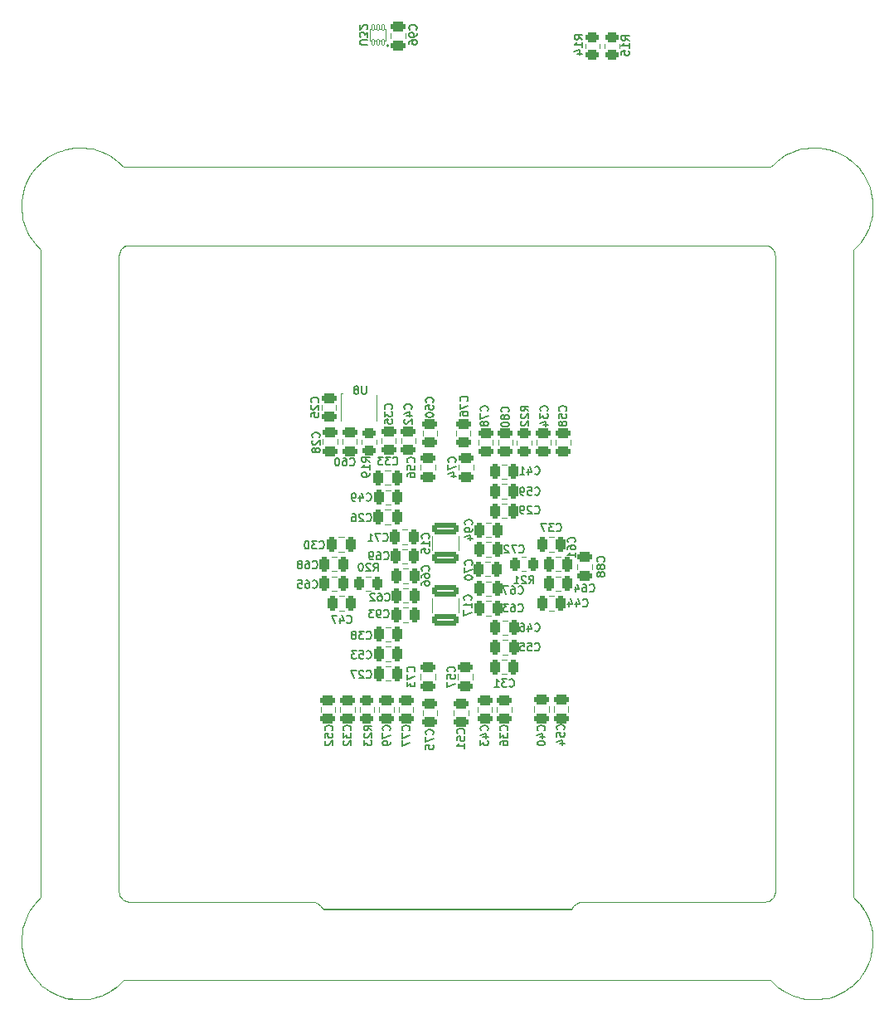
<source format=gbo>
G04 #@! TF.GenerationSoftware,KiCad,Pcbnew,7.0.7-7.0.7~ubuntu22.04.1*
G04 #@! TF.CreationDate,2024-03-12T11:13:49+01:00*
G04 #@! TF.ProjectId,qaxe,71617865-2e6b-4696-9361-645f70636258,rev?*
G04 #@! TF.SameCoordinates,Original*
G04 #@! TF.FileFunction,Legend,Bot*
G04 #@! TF.FilePolarity,Positive*
%FSLAX46Y46*%
G04 Gerber Fmt 4.6, Leading zero omitted, Abs format (unit mm)*
G04 Created by KiCad (PCBNEW 7.0.7-7.0.7~ubuntu22.04.1) date 2024-03-12 11:13:49*
%MOMM*%
%LPD*%
G01*
G04 APERTURE LIST*
G04 Aperture macros list*
%AMRoundRect*
0 Rectangle with rounded corners*
0 $1 Rounding radius*
0 $2 $3 $4 $5 $6 $7 $8 $9 X,Y pos of 4 corners*
0 Add a 4 corners polygon primitive as box body*
4,1,4,$2,$3,$4,$5,$6,$7,$8,$9,$2,$3,0*
0 Add four circle primitives for the rounded corners*
1,1,$1+$1,$2,$3*
1,1,$1+$1,$4,$5*
1,1,$1+$1,$6,$7*
1,1,$1+$1,$8,$9*
0 Add four rect primitives between the rounded corners*
20,1,$1+$1,$2,$3,$4,$5,0*
20,1,$1+$1,$4,$5,$6,$7,0*
20,1,$1+$1,$6,$7,$8,$9,0*
20,1,$1+$1,$8,$9,$2,$3,0*%
G04 Aperture macros list end*
%ADD10C,0.204515*%
%ADD11C,0.027881*%
%ADD12C,0.150000*%
%ADD13C,0.120000*%
%ADD14C,0.100000*%
%ADD15C,0.800000*%
%ADD16C,6.400000*%
%ADD17C,4.000000*%
%ADD18R,1.700000X1.700000*%
%ADD19O,1.700000X1.700000*%
%ADD20R,1.000000X1.000000*%
%ADD21O,1.000000X1.000000*%
%ADD22C,1.100000*%
%ADD23R,2.030000X1.730000*%
%ADD24O,2.030000X1.730000*%
%ADD25R,2.600000X2.600000*%
%ADD26C,2.600000*%
%ADD27C,0.650000*%
%ADD28O,1.000000X2.100000*%
%ADD29O,1.000000X1.800000*%
%ADD30RoundRect,0.250000X0.250000X0.475000X-0.250000X0.475000X-0.250000X-0.475000X0.250000X-0.475000X0*%
%ADD31RoundRect,0.250000X0.475000X-0.250000X0.475000X0.250000X-0.475000X0.250000X-0.475000X-0.250000X0*%
%ADD32RoundRect,0.250000X-0.475000X0.250000X-0.475000X-0.250000X0.475000X-0.250000X0.475000X0.250000X0*%
%ADD33RoundRect,0.250000X0.262500X0.450000X-0.262500X0.450000X-0.262500X-0.450000X0.262500X-0.450000X0*%
%ADD34RoundRect,0.250000X-0.262500X-0.450000X0.262500X-0.450000X0.262500X0.450000X-0.262500X0.450000X0*%
%ADD35RoundRect,0.250000X-0.250000X-0.475000X0.250000X-0.475000X0.250000X0.475000X-0.250000X0.475000X0*%
%ADD36RoundRect,0.250000X-0.450000X0.262500X-0.450000X-0.262500X0.450000X-0.262500X0.450000X0.262500X0*%
%ADD37R,1.000000X0.900000*%
%ADD38RoundRect,0.250000X1.100000X-0.325000X1.100000X0.325000X-1.100000X0.325000X-1.100000X-0.325000X0*%
%ADD39RoundRect,0.250000X0.450000X-0.262500X0.450000X0.262500X-0.450000X0.262500X-0.450000X-0.262500X0*%
%ADD40RoundRect,0.250000X-1.100000X0.325000X-1.100000X-0.325000X1.100000X-0.325000X1.100000X0.325000X0*%
%ADD41RoundRect,0.050000X0.100000X-0.285000X0.100000X0.285000X-0.100000X0.285000X-0.100000X-0.285000X0*%
G04 APERTURE END LIST*
D10*
X89080972Y-71221600D02*
G75*
G03*
X89080972Y-71221600I-102257J0D01*
G01*
D11*
X56662405Y-88768373D02*
X56677631Y-88780058D01*
X58331933Y-88899386D02*
X58471798Y-88792097D01*
X132642708Y-168526853D02*
X132596319Y-168527561D01*
X133829369Y-86851691D02*
X133911730Y-87050335D01*
X61810500Y-91946319D02*
X61799878Y-91960128D01*
X52480263Y-165699454D02*
X52289409Y-165328015D01*
X61907875Y-158302187D02*
X61921684Y-158312810D01*
X134415609Y-81928087D02*
X133975339Y-81781849D01*
X131150710Y-88151905D02*
X131158195Y-88169963D01*
X81838465Y-158767106D02*
X82008428Y-158895640D01*
X128347131Y-92029176D02*
X128241258Y-91891081D01*
X134855880Y-168076806D02*
X135309559Y-167843107D01*
X137170136Y-91399960D02*
X137461941Y-90981427D01*
X56415251Y-86681020D02*
X56403566Y-86696246D01*
X131642032Y-161359035D02*
X131626509Y-161370720D01*
X133591156Y-163609623D02*
X133420408Y-163740636D01*
X137332450Y-84039518D02*
X137359786Y-84076698D01*
X62386957Y-158529866D02*
X62559398Y-158552528D01*
X58642469Y-161490048D02*
X58773482Y-161660719D01*
X55653960Y-81942605D02*
X55698221Y-81928087D01*
X131158195Y-163118502D02*
X131083323Y-162937917D01*
X138230419Y-160745045D02*
X138244052Y-160789306D01*
X136018009Y-82745324D02*
X136055479Y-82772589D01*
X137461941Y-90981427D02*
X137435419Y-91019315D01*
X81734717Y-158714701D02*
X81714180Y-158705140D01*
X130815168Y-168276512D02*
X130770833Y-168262702D01*
X52055711Y-164874428D02*
X52289409Y-165328015D01*
X56216961Y-87014218D02*
X56209525Y-87032276D01*
X58133289Y-163930427D02*
X58151348Y-163922991D01*
X61620709Y-157876219D02*
X61627436Y-157892153D01*
X57013661Y-88974098D02*
X57194600Y-89049165D01*
X55742128Y-168237562D02*
X55698221Y-168223045D01*
X136528492Y-92070250D02*
X136881377Y-91701644D01*
X136725436Y-83341255D02*
X136758260Y-83374186D01*
X132725200Y-86127579D02*
X132919184Y-86153074D01*
X131083323Y-162161754D02*
X131165684Y-161963110D01*
X62386957Y-158529866D02*
X62300559Y-158518536D01*
X61694005Y-92097869D02*
X61810500Y-91946319D01*
X57981385Y-168532518D02*
X58486316Y-168459222D01*
X57517529Y-81623571D02*
X57053673Y-81628528D01*
X133896756Y-88188022D02*
X133904245Y-88169963D01*
X51599999Y-162151131D02*
X51659840Y-161737910D01*
X51604956Y-162614988D02*
X51609913Y-163078844D01*
X53296438Y-91768566D02*
X53264570Y-91734928D01*
X130770833Y-81888429D02*
X130327482Y-82024754D01*
X56108964Y-162355795D02*
X56083470Y-162549835D01*
X61620709Y-157876219D02*
X61627436Y-157892153D01*
X58761443Y-88505993D02*
X58880770Y-88350548D01*
X58331933Y-163847925D02*
X58471798Y-163740636D01*
X131626509Y-88780058D02*
X131781735Y-88899386D01*
X57369166Y-164020720D02*
X57388641Y-164023198D01*
X137633284Y-165699454D02*
X137387157Y-166036547D01*
X129493550Y-82431602D02*
X129074896Y-82723371D01*
X132317839Y-164020720D02*
X132337240Y-164023198D01*
X138508804Y-162614988D02*
X138503740Y-163078844D01*
X57757247Y-89077138D02*
X57776368Y-89074660D01*
X61560160Y-92597842D02*
X61584946Y-92408051D01*
X138058120Y-85276350D02*
X137824492Y-84822763D01*
X59786175Y-168126024D02*
X59387117Y-168248893D01*
X131471284Y-88661084D02*
X131340267Y-88490413D01*
X128241258Y-158260051D02*
X128283607Y-158204813D01*
X131233071Y-86851691D02*
X131364087Y-86681020D01*
X58487378Y-88780058D02*
X58331933Y-88899386D01*
X132744601Y-161078951D02*
X132725200Y-161076472D01*
X56083470Y-162549835D02*
X56106485Y-162724401D01*
X62473000Y-91609581D02*
X62559398Y-91598250D01*
X57407761Y-86125101D02*
X57388641Y-86127579D01*
X59081539Y-87601297D02*
X59053212Y-87814458D01*
X131980570Y-161169244D02*
X131962493Y-161176679D01*
X108591956Y-158625470D02*
X108605411Y-158621221D01*
X98357376Y-83603989D02*
X62051635Y-83603989D01*
X137387157Y-166036547D02*
X137359786Y-166074080D01*
X132705803Y-89077138D02*
X132725200Y-89074660D01*
X131340267Y-163438952D02*
X131352179Y-163454532D01*
X131781735Y-86302853D02*
X131980570Y-86220705D01*
X136725436Y-83341255D02*
X136758260Y-83374186D01*
X134030194Y-162549835D02*
X134007210Y-162375270D01*
X58151348Y-86228141D02*
X58331933Y-86302853D01*
X131962493Y-88974098D02*
X132143256Y-89049165D01*
X57776368Y-161076472D02*
X57970408Y-161101967D01*
X138508804Y-87536144D02*
X138503740Y-87072288D01*
X128241258Y-91891081D02*
X128357718Y-92042985D01*
X56595836Y-168445766D02*
X56138353Y-168369283D01*
X52006138Y-160345987D02*
X52189202Y-159970653D01*
X96371682Y-159392426D02*
X107705920Y-159393843D01*
X138508804Y-87536144D02*
X138513832Y-88000000D01*
X138508804Y-162614988D02*
X138513832Y-162151131D01*
X60161509Y-82207818D02*
X60203292Y-82228355D01*
X52480263Y-165699454D02*
X52781238Y-166111614D01*
X108591956Y-158625470D02*
X108707814Y-158592894D01*
X51599999Y-162151131D02*
X51605310Y-162661373D01*
X129952211Y-167942960D02*
X129910514Y-167922777D01*
X56134458Y-162937917D02*
X56202089Y-163100443D01*
X51686396Y-86614451D02*
X51609913Y-87072288D01*
X133975339Y-81781849D02*
X134371582Y-81913216D01*
X137700667Y-159512108D02*
X137408863Y-159093576D01*
X133911730Y-161999227D02*
X133904245Y-161981169D01*
X136528492Y-128376027D02*
X136528492Y-158080882D01*
X133896756Y-163136560D02*
X133979117Y-162937917D01*
X136791049Y-166744016D02*
X136758260Y-166776946D01*
X57194600Y-161101967D02*
X57407761Y-161073994D01*
X52055711Y-85276350D02*
X51894600Y-85760744D01*
X137904056Y-159929225D02*
X138107444Y-160345987D01*
X62559398Y-91598250D02*
X84217941Y-91598250D01*
X56209525Y-161981169D02*
X56134458Y-162161754D01*
X136055479Y-167378543D02*
X136430197Y-167104832D01*
X135680754Y-82498878D02*
X135227074Y-82265534D01*
X51599999Y-88000000D02*
X51673295Y-88504931D01*
X138350597Y-163993809D02*
X138434835Y-163490649D01*
X128034294Y-158418682D02*
X128089496Y-158376192D01*
X57388641Y-89074660D02*
X57582681Y-89100154D01*
X62300559Y-91632596D02*
X62236469Y-91659153D01*
X60245074Y-167902240D02*
X60203292Y-167922777D01*
X57776368Y-161076472D02*
X57582681Y-161050978D01*
X62490351Y-91607456D02*
X62473000Y-91609581D01*
X127620860Y-158541197D02*
X127534639Y-158552528D01*
X138440606Y-161645847D02*
X138447263Y-161691878D01*
X56216961Y-87014218D02*
X56209525Y-87032276D01*
X79886020Y-91598250D02*
X84217941Y-91598250D01*
X53264570Y-158415850D02*
X53585374Y-158080882D01*
X128473293Y-92274913D02*
X128466636Y-92258625D01*
X82319318Y-159238044D02*
X82407840Y-159393843D01*
X56415251Y-161629559D02*
X56403566Y-161645139D01*
X133435931Y-86422181D02*
X133280705Y-86302853D01*
X133099947Y-161176679D02*
X133280705Y-161251746D01*
X56111797Y-162336320D02*
X56108964Y-162355795D01*
X51604602Y-87582530D02*
X51604956Y-87536144D01*
X58440284Y-81685183D02*
X57981385Y-81618614D01*
X57031719Y-86220705D02*
X57013661Y-86228141D01*
X104840174Y-159237690D02*
X95056951Y-159246542D01*
X137924416Y-90180125D02*
X137904056Y-90221907D01*
X107806233Y-159213258D02*
X107820503Y-159190950D01*
X81508455Y-158621221D02*
X81521910Y-158625470D01*
X51763233Y-86156969D02*
X51894600Y-85760744D01*
X58151348Y-86228141D02*
X57970408Y-86153074D01*
X56138353Y-168369283D02*
X56641868Y-168453556D01*
X137170136Y-91399960D02*
X136881377Y-91701644D01*
X130327482Y-168126024D02*
X129952211Y-167942960D01*
X56134458Y-162161754D02*
X56111797Y-162336320D01*
X131214184Y-168399381D02*
X131719217Y-168472677D01*
X58151348Y-88974098D02*
X58331933Y-88899386D01*
X130770833Y-168262702D02*
X131214184Y-168399381D01*
X138380695Y-88918152D02*
X138453920Y-88413222D01*
X81838465Y-158767106D02*
X81833862Y-158764273D01*
X131642032Y-86410142D02*
X131626509Y-86422181D01*
X57582681Y-89100154D02*
X57369166Y-89071827D01*
X58948047Y-163136560D02*
X58955483Y-163118502D01*
X138453920Y-88413222D02*
X138447263Y-88458899D01*
X128466636Y-92258625D02*
X128499920Y-92339003D01*
X82102970Y-158969290D02*
X81969832Y-158866959D01*
X128430767Y-166900169D02*
X128397234Y-166867947D01*
X54804147Y-82308025D02*
X54845576Y-82286779D01*
X61694005Y-158052909D02*
X61620709Y-157876219D01*
X131673306Y-81685183D02*
X132132424Y-81618614D01*
X58955483Y-88169963D02*
X58948047Y-88188022D01*
X56111797Y-87387781D02*
X56108964Y-87407256D01*
X56391527Y-163438952D02*
X56403566Y-163454532D01*
X57582681Y-89100154D02*
X57757247Y-89077138D01*
X81508455Y-158621221D02*
X81415683Y-158595019D01*
X131471284Y-161490048D02*
X131364087Y-161629559D01*
X127793265Y-91632596D02*
X127970026Y-91705539D01*
X138427186Y-163536326D02*
X138503740Y-163078844D01*
X131032246Y-87601297D02*
X131060339Y-87387781D01*
X133081870Y-88981534D02*
X133099947Y-88974098D01*
X51604956Y-162614988D02*
X51599999Y-162151131D01*
X129151015Y-167480521D02*
X129112954Y-167453964D01*
X51609913Y-163078844D02*
X51694186Y-163582004D01*
X62059779Y-158418682D02*
X61907875Y-158302187D01*
X57563915Y-168527915D02*
X57517529Y-168527561D01*
X136528492Y-128376027D02*
X136528492Y-92070250D01*
X128283607Y-158204813D02*
X128294195Y-158191003D01*
X58394607Y-81678455D02*
X58440284Y-81685183D01*
X61990731Y-91785209D02*
X62059779Y-91732095D01*
X128241258Y-158260051D02*
X128089496Y-158376192D01*
X59053212Y-87814458D02*
X59056044Y-87794983D01*
X57582681Y-86102085D02*
X57407761Y-86125101D01*
X58761443Y-161645139D02*
X58642469Y-161490048D01*
X133829369Y-88350548D02*
X133698353Y-88521219D01*
X55257735Y-82074326D02*
X54804147Y-82308025D01*
X53232347Y-158449488D02*
X53264570Y-158415850D01*
X131471284Y-163609623D02*
X131340267Y-163438952D01*
X56550159Y-81712802D02*
X56595836Y-81705012D01*
X57053673Y-81628528D02*
X56550159Y-81712802D01*
X132919184Y-86153074D02*
X132744601Y-86130412D01*
X51733136Y-88918152D02*
X51883270Y-89405733D01*
X56833075Y-161251746D02*
X57031719Y-161169244D01*
X133280705Y-86302853D02*
X133451454Y-86433866D01*
X131471284Y-161490048D02*
X131642032Y-161359035D01*
X132337240Y-161076472D02*
X132143256Y-161101967D01*
X130726497Y-81901885D02*
X130770833Y-81888429D01*
X136092963Y-167350924D02*
X136055479Y-167378543D01*
X53585374Y-158080882D02*
X53585374Y-125075566D01*
X58487378Y-86422181D02*
X58642469Y-86541155D01*
X137359786Y-84076698D02*
X137086288Y-83702072D01*
X133081870Y-163930427D02*
X133099947Y-163922991D01*
X134007210Y-162375270D02*
X134004657Y-162355795D01*
X122604662Y-158552528D02*
X121372185Y-158552528D01*
X131471284Y-86541155D02*
X131642032Y-86410142D01*
X56284238Y-86851691D02*
X56415251Y-86681020D01*
X109047278Y-158552528D02*
X122604662Y-158552528D01*
X53585374Y-125075566D02*
X53585374Y-121775105D01*
X135309559Y-167843107D02*
X135268315Y-167864353D01*
X58899537Y-81751751D02*
X59298595Y-81874620D01*
X54020903Y-82799854D02*
X54058082Y-82772589D01*
X133563534Y-168437976D02*
X133517775Y-168445766D01*
X136881377Y-91701644D02*
X136849296Y-91734928D01*
X61571490Y-157639333D02*
X61560160Y-157553290D01*
X56111797Y-87387781D02*
X56108964Y-87407256D01*
X133722173Y-161660719D02*
X133710261Y-161645139D01*
X56138353Y-81781849D02*
X56550159Y-81712802D01*
X54433062Y-82498878D02*
X54020903Y-82799854D01*
X53296438Y-91768566D02*
X53264570Y-91734928D01*
X131781735Y-161251746D02*
X131980570Y-161169244D01*
X131781731Y-86302853D02*
X131642032Y-86410142D01*
X137924416Y-90180125D02*
X137904056Y-90221907D01*
X134030194Y-87601297D02*
X134002101Y-87814458D01*
X59058523Y-162375270D02*
X59056044Y-162355795D01*
X56693210Y-86410142D02*
X56677631Y-86422181D01*
X55742128Y-168237562D02*
X55698221Y-168223045D01*
X58880770Y-163299441D02*
X58948047Y-163136560D01*
X53388146Y-166809522D02*
X53355570Y-166776946D01*
X107794371Y-159238044D02*
X104840174Y-159237690D01*
X135268315Y-167864353D02*
X135680754Y-167651899D01*
X132725200Y-164023198D02*
X132919184Y-163997704D01*
X127534639Y-158552528D02*
X121372185Y-158552528D01*
X57194600Y-89049165D02*
X57369166Y-89071827D01*
X131233071Y-88350548D02*
X131340267Y-88490413D01*
X131158195Y-88169963D02*
X131233071Y-88350548D01*
X53355570Y-83374186D02*
X53027330Y-83702072D01*
X138453920Y-88413222D02*
X138447263Y-88458899D01*
X128034294Y-91732095D02*
X127970026Y-91705539D01*
X138509300Y-162568602D02*
X138508804Y-162614988D01*
X57517529Y-168527561D02*
X57981385Y-168532518D01*
X56677631Y-86422181D02*
X56833075Y-86302853D01*
X55257735Y-168076806D02*
X55742128Y-168237562D01*
X52412986Y-90638669D02*
X52704755Y-91057556D01*
X61810500Y-91946319D02*
X61799878Y-91960128D01*
X62059779Y-91732095D02*
X62004541Y-91774586D01*
X132725200Y-89074660D02*
X132531220Y-89100154D01*
X132919184Y-163997704D02*
X133081870Y-163930427D01*
X56415251Y-161629559D02*
X56403566Y-161645139D01*
X133911730Y-87050335D02*
X133904245Y-87032276D01*
X131083323Y-87213215D02*
X131165684Y-87014218D01*
X108944876Y-158561734D02*
X108965342Y-158559964D01*
X131158195Y-163118502D02*
X131233071Y-163299441D01*
X128062160Y-83603989D02*
X128363738Y-83315053D01*
X58502604Y-86433866D02*
X58487378Y-86422181D01*
X59053212Y-87814458D02*
X59056044Y-87794983D01*
X53683456Y-167104832D02*
X54095616Y-167405808D01*
X56522540Y-86541155D02*
X56693210Y-86410142D01*
X137904056Y-90221907D02*
X138107444Y-89804791D01*
X128732344Y-167188751D02*
X128430767Y-166900169D01*
X58440284Y-168465949D02*
X57981385Y-168532518D01*
X81521910Y-158625470D02*
X81714180Y-158705140D01*
X62051635Y-83603989D02*
X95056951Y-83603989D01*
X132337240Y-164023198D02*
X132143256Y-163997704D01*
X79886020Y-91598250D02*
X62559398Y-91598250D01*
X131962493Y-161176679D02*
X132143256Y-161101967D01*
X108399509Y-158705140D02*
X108591956Y-158625470D01*
X129074896Y-82723371D02*
X129112957Y-82696814D01*
X134855880Y-168076806D02*
X134459637Y-168208527D01*
X56106485Y-162724401D02*
X56108964Y-162743876D01*
X56138353Y-81781849D02*
X55653960Y-81942605D01*
X54058082Y-82772589D02*
X53683456Y-83045945D01*
X128400067Y-158052909D02*
X128426695Y-157988465D01*
X127793265Y-91632596D02*
X127724324Y-91623390D01*
X134007210Y-87426377D02*
X134004657Y-87407256D01*
X56391527Y-88490413D02*
X56403566Y-88505993D01*
X51678960Y-86660483D02*
X51686396Y-86614451D01*
X53585374Y-92070250D02*
X53296438Y-91768566D01*
X131340267Y-88490413D02*
X131352179Y-88505993D01*
X138257720Y-89317210D02*
X138244052Y-89361472D01*
X132919184Y-161101967D02*
X132744601Y-161078951D01*
X52268164Y-84864191D02*
X52055711Y-85276350D01*
X136791049Y-166744016D02*
X136758260Y-166776946D01*
X137359786Y-166074080D02*
X137086288Y-166448706D01*
X62236469Y-91659153D02*
X62220535Y-91665881D01*
X81405769Y-158592894D02*
X81415683Y-158595019D01*
X52268164Y-165286941D02*
X52480263Y-165699454D01*
X133280705Y-88899386D02*
X133280709Y-88899386D01*
X131610986Y-163716912D02*
X131626509Y-163728951D01*
X131083323Y-87989024D02*
X131150710Y-88151905D01*
X132744601Y-86130412D02*
X132725200Y-86127579D01*
X56202089Y-88151905D02*
X56209525Y-88169963D01*
X56995602Y-88966663D02*
X57013661Y-88974098D01*
X60203292Y-167922777D02*
X60620054Y-167719176D01*
X133118023Y-161184469D02*
X133099947Y-161176679D01*
X52006138Y-89804791D02*
X51883270Y-89405733D01*
X81148346Y-158559964D02*
X81168884Y-158561734D01*
X131032246Y-162549835D02*
X131060339Y-162336320D01*
X81969832Y-158866959D02*
X82008428Y-158895640D01*
X132705803Y-89077138D02*
X132725200Y-89074660D01*
X57013661Y-161176679D02*
X56833075Y-161251746D01*
X133979117Y-87989024D02*
X134002101Y-87814458D01*
X127970026Y-91705539D02*
X127953951Y-91698811D01*
X133829369Y-161800230D02*
X133911730Y-161999227D01*
X51894600Y-85760744D02*
X51909472Y-85716837D01*
X133975339Y-168369283D02*
X134459637Y-168208527D01*
X58761443Y-163454532D02*
X58642469Y-163609623D01*
X131364087Y-161629559D02*
X131352179Y-161645139D01*
X51599999Y-88000000D02*
X51604602Y-87582530D01*
X108399509Y-158705140D02*
X108379184Y-158714701D01*
X134004657Y-87794983D02*
X133979117Y-87989024D01*
X129112957Y-82696814D02*
X129493550Y-82431602D01*
X135227074Y-82265534D02*
X135268319Y-82286779D01*
X132143256Y-163997704D02*
X131944417Y-163915201D01*
X58486316Y-168459222D02*
X58440284Y-168465949D01*
X133904245Y-88169963D02*
X133896756Y-88188022D01*
X61594152Y-157811774D02*
X61620709Y-157876219D01*
X74897265Y-158552528D02*
X62559398Y-158552528D01*
X58169406Y-86235576D02*
X58151348Y-86228141D01*
X52943765Y-158750818D02*
X53232347Y-158449488D01*
X128473293Y-92274913D02*
X128466636Y-92258625D01*
X61594152Y-157811774D02*
X61569012Y-157622337D01*
X51686396Y-163536326D02*
X51609913Y-163078844D01*
X58502604Y-86433866D02*
X58487378Y-86422181D01*
X138447263Y-161691878D02*
X138380695Y-161232625D01*
X56522540Y-86541155D02*
X56415251Y-86681020D01*
X51609913Y-87072288D02*
X51604602Y-87582530D01*
X59030550Y-162161754D02*
X58962919Y-161999227D01*
X53585374Y-125075566D02*
X53585374Y-121775105D01*
X59056044Y-87794983D02*
X59081539Y-87601297D01*
X131781735Y-161251746D02*
X131642032Y-161359035D01*
X133451454Y-161382759D02*
X133435931Y-161370720D01*
X137408863Y-159093576D02*
X137435419Y-159131463D01*
X61852637Y-158260051D02*
X61736142Y-158108147D01*
X58880770Y-161800230D02*
X58773482Y-161660719D01*
X57582681Y-86102085D02*
X57795843Y-86130412D01*
X58955483Y-87032276D02*
X59030550Y-87213215D01*
X56403566Y-163454532D02*
X56284238Y-163299441D01*
X82102970Y-158969290D02*
X82097304Y-158963625D01*
X130327482Y-168126024D02*
X130815168Y-168276512D01*
X57970408Y-163997704D02*
X57757247Y-164025677D01*
X52246919Y-84905265D02*
X52268164Y-84864191D01*
X59056044Y-87407256D02*
X59081539Y-87601297D01*
X81066552Y-158552528D02*
X74897265Y-158552528D01*
X134004657Y-162355795D02*
X133979117Y-162161754D01*
X59030550Y-87989024D02*
X58955483Y-88169963D01*
X51909472Y-85716837D02*
X52055711Y-85276350D01*
X59387117Y-168248893D02*
X59342856Y-168262702D01*
X58331933Y-86302853D02*
X58502604Y-86433866D01*
X128397270Y-83283185D02*
X128062160Y-83603989D01*
X131055230Y-87775862D02*
X131057783Y-87794983D01*
X58761443Y-88505993D02*
X58642469Y-88661084D01*
X133710261Y-163454532D02*
X133591156Y-163609623D01*
X52209739Y-90221907D02*
X52006138Y-89804791D01*
X133280705Y-88899386D02*
X133081870Y-88981534D01*
X51659840Y-161737910D02*
X51666567Y-161691878D01*
X108279827Y-158764273D02*
X108143750Y-158866959D01*
X131083323Y-162937917D02*
X131055230Y-162724401D01*
X51869814Y-160789306D02*
X51733136Y-161232625D01*
X137387157Y-166036547D02*
X137359786Y-166074080D01*
X109047278Y-158552528D02*
X108965342Y-158559964D01*
X137408863Y-159093576D02*
X137435419Y-159131463D01*
X133904245Y-163118502D02*
X133829369Y-163299441D01*
X138204358Y-85716837D02*
X138058120Y-85276350D01*
X128522617Y-92511445D02*
X128533948Y-92597842D01*
X132143256Y-86153074D02*
X132356637Y-86125101D01*
X133517775Y-168445766D02*
X133975339Y-168369283D01*
X133904245Y-161981169D02*
X133979117Y-162161754D01*
X133451454Y-161382759D02*
X133435931Y-161370720D01*
X133911730Y-161999227D02*
X133904245Y-161981169D01*
X56677631Y-163728951D02*
X56522540Y-163609623D01*
X132356637Y-86125101D02*
X132337240Y-86127579D01*
X131962493Y-86228141D02*
X132143256Y-86153074D01*
X138107444Y-89804791D02*
X138257720Y-89317210D01*
X82097304Y-158963625D02*
X82277889Y-159170767D01*
X128103270Y-158365923D02*
X128241258Y-158260051D01*
X57970408Y-161101967D02*
X57795843Y-161078951D01*
X127970026Y-91705539D02*
X127953951Y-91698811D01*
X128294195Y-158191003D02*
X128400067Y-158052909D01*
X52753974Y-166074080D02*
X53027330Y-166448706D01*
X132549930Y-81623217D02*
X132596319Y-81623571D01*
X133710261Y-88505993D02*
X133829369Y-88350548D01*
X137086288Y-166448706D02*
X136791049Y-166744016D01*
X56108964Y-162743876D02*
X56134458Y-162937917D01*
X133435931Y-88780058D02*
X133280705Y-88899386D01*
X137332450Y-84039518D02*
X137359786Y-84076698D01*
X131083323Y-87213215D02*
X131060339Y-87387781D01*
X62300559Y-158518536D02*
X62369606Y-158527742D01*
X133698353Y-88521219D02*
X133710261Y-88505993D01*
X134004657Y-87407256D02*
X134030194Y-87601297D01*
X132725200Y-161076472D02*
X132919184Y-161101967D01*
X52189202Y-159970653D02*
X52209739Y-159929225D01*
X52678199Y-159131463D02*
X52412986Y-159512108D01*
X128426695Y-157988465D02*
X128433351Y-157972531D01*
X134004657Y-162743876D02*
X134030194Y-162549835D01*
X56106485Y-162724401D02*
X56108964Y-162743876D01*
X61799878Y-91960128D02*
X61852637Y-91891081D01*
X131060339Y-87387781D02*
X131057783Y-87407256D01*
X56677631Y-88780058D02*
X56522540Y-88661084D01*
X58331933Y-163847925D02*
X58133289Y-163930427D01*
X81833862Y-158764273D02*
X81734717Y-158714701D01*
X134004657Y-87794983D02*
X134030194Y-87601297D01*
X133710261Y-161645139D02*
X133829369Y-161800230D01*
X59298595Y-81874620D02*
X59342856Y-81888429D01*
X131032246Y-87601297D02*
X131055230Y-87775862D01*
X56106485Y-87775862D02*
X56108964Y-87794983D01*
X136018009Y-82745324D02*
X136055479Y-82772589D01*
X82277889Y-159170767D02*
X82247438Y-159135004D01*
X61381345Y-82962381D02*
X61683028Y-83250963D01*
X61569012Y-157622337D02*
X61571490Y-157639333D01*
X60203292Y-82228355D02*
X60620054Y-82431602D01*
X131673302Y-168465949D02*
X131214184Y-168399381D01*
X52209739Y-90221907D02*
X52412986Y-90638669D01*
X128732379Y-82962381D02*
X128363738Y-83315053D01*
X128089496Y-158376192D02*
X128103270Y-158365923D01*
X59342856Y-168262702D02*
X58899537Y-168399381D01*
X135268315Y-167864353D02*
X134855880Y-168076806D01*
X128433351Y-157972531D02*
X128400067Y-158052909D01*
X58394607Y-81678455D02*
X58440284Y-81685183D01*
X56284238Y-163299441D02*
X56202089Y-163100443D01*
X61736142Y-158108147D02*
X61746764Y-158121956D01*
X52704755Y-91057556D02*
X52678199Y-91019315D01*
X133904245Y-163118502D02*
X133896756Y-163136560D01*
X61683028Y-83250963D02*
X61716313Y-83283185D01*
X56284238Y-163299441D02*
X56391527Y-163438952D01*
X131158195Y-161981169D02*
X131233071Y-161800230D01*
X53264570Y-91734928D02*
X53585374Y-92070250D01*
X133979117Y-87213215D02*
X133911730Y-87050335D01*
X56134458Y-87989024D02*
X56106485Y-87775862D01*
X56662405Y-163716912D02*
X56677631Y-163728951D01*
X136817216Y-158382211D02*
X136849296Y-158415850D01*
X57471143Y-81623925D02*
X57517529Y-81623571D01*
X56833075Y-86302853D02*
X56693210Y-86410142D01*
X133979117Y-87989024D02*
X133904245Y-88169963D01*
X133979117Y-162161754D02*
X134007210Y-162375270D01*
X54845576Y-82286779D02*
X55257735Y-82074326D01*
X131610986Y-88768373D02*
X131626509Y-88780058D01*
X57388641Y-86127579D02*
X57582681Y-86102085D01*
X108698112Y-158595019D02*
X108605411Y-158621221D01*
X133829369Y-86851691D02*
X133722173Y-86711826D01*
X57757247Y-89077138D02*
X57776368Y-89074660D01*
X137700667Y-90638669D02*
X137924416Y-90180125D01*
X56403566Y-161645139D02*
X56284238Y-161800230D01*
X128062160Y-83603989D02*
X95056951Y-83603989D01*
X129868820Y-82248538D02*
X129910517Y-82228355D01*
X133280709Y-86302853D02*
X133118023Y-86235576D01*
X59056044Y-87794983D02*
X59030550Y-87989024D01*
X91756490Y-166547143D02*
X95056951Y-166547143D01*
X57471143Y-81623925D02*
X57517529Y-81623571D01*
X58642469Y-163609623D02*
X58749758Y-163470112D01*
X128433351Y-157972531D02*
X128499920Y-157811774D01*
X108143750Y-158866959D02*
X108105225Y-158895640D01*
X56134458Y-87989024D02*
X56202089Y-88151905D01*
X127620860Y-158541197D02*
X127793265Y-158518536D01*
X138058120Y-85276350D02*
X138189734Y-85672575D01*
X61381345Y-82962381D02*
X60962812Y-82670257D01*
X96371682Y-159392426D02*
X104840174Y-159237690D01*
X131150710Y-88151905D02*
X131158195Y-88169963D01*
X93739387Y-159392426D02*
X85255421Y-159237690D01*
X133060214Y-168522249D02*
X132642708Y-168526853D01*
X133975339Y-168369283D02*
X133563534Y-168437976D01*
X133829369Y-161800230D02*
X133722173Y-161660719D01*
X54845576Y-167864353D02*
X54433062Y-167651899D01*
X131083323Y-162161754D02*
X131060339Y-162336320D01*
X131626509Y-163728951D02*
X131781735Y-163847925D01*
X54095616Y-167405808D02*
X54058082Y-167378543D01*
X51666567Y-161691878D02*
X51733136Y-161232625D01*
X85255421Y-159237690D02*
X95056951Y-159246542D01*
X127724324Y-91623390D02*
X127707080Y-91620912D01*
X61716313Y-166867947D02*
X61381345Y-167188751D01*
X62220535Y-91665881D02*
X62059779Y-91732095D01*
X121372185Y-158552528D02*
X122604662Y-158552528D01*
X132337240Y-89074660D02*
X132531220Y-89100154D01*
X57194600Y-86153074D02*
X57407761Y-86125101D01*
X128186056Y-91848591D02*
X128172282Y-91837968D01*
X56108964Y-87794983D02*
X56134458Y-87989024D01*
X138509300Y-162568602D02*
X138508804Y-162614988D01*
X57194600Y-163997704D02*
X57369166Y-164020720D01*
X136881377Y-91701644D02*
X136849296Y-91734928D01*
X131165684Y-87014218D02*
X131158195Y-87032276D01*
X58169406Y-161184469D02*
X58151348Y-161176679D01*
X57194600Y-163997704D02*
X56995602Y-163915201D01*
X133591156Y-161490048D02*
X133722173Y-161660719D01*
X58642469Y-86541155D02*
X58773482Y-86711826D01*
X138513832Y-88000000D02*
X138453920Y-88413222D01*
X58761443Y-163454532D02*
X58880770Y-163299441D01*
X136758260Y-166776946D02*
X137086288Y-166448706D01*
X133435931Y-163728951D02*
X133591156Y-163609623D01*
X132317839Y-89071827D02*
X132337240Y-89074660D01*
X52704755Y-91057556D02*
X52678199Y-91019315D01*
X53585374Y-158080882D02*
X53232347Y-158449488D01*
X61627436Y-157892153D02*
X61694005Y-158052909D01*
X130770833Y-81888429D02*
X131214184Y-81751751D01*
X131352179Y-163454532D02*
X131471284Y-163609623D01*
X132919184Y-163997704D02*
X132705803Y-164025677D01*
X128089496Y-158376192D02*
X128103270Y-158365923D01*
X56403566Y-163454532D02*
X56522540Y-163609623D01*
X131060339Y-162336320D02*
X131057783Y-162355795D01*
X129493550Y-167719176D02*
X129151015Y-167480521D01*
X76131264Y-158552528D02*
X74897265Y-158552528D01*
X56083470Y-162549835D02*
X56111797Y-162336320D01*
X52189202Y-159970653D02*
X52209739Y-159929225D01*
X133451454Y-86433866D02*
X133435931Y-86422181D01*
X137086288Y-83702072D02*
X137332450Y-84039518D01*
X108016526Y-158963625D02*
X108105225Y-158895640D01*
X137435419Y-159131463D02*
X137700667Y-159512108D01*
X52268164Y-84864191D02*
X52480263Y-84451678D01*
X81415683Y-158595019D02*
X81148346Y-158559964D01*
X131626509Y-86422181D02*
X131781735Y-86302853D01*
X132596319Y-168527561D02*
X132132424Y-168532518D01*
X132132424Y-81618614D02*
X131627391Y-81691910D01*
X133081870Y-88981534D02*
X133099947Y-88974098D01*
X58133289Y-163930427D02*
X58151348Y-163922991D01*
X58955483Y-87032276D02*
X58880770Y-86851691D01*
X128357718Y-92042985D02*
X128347131Y-92029176D01*
X56662405Y-88768373D02*
X56677631Y-88780058D01*
X128062125Y-166547143D02*
X128430767Y-166900169D01*
X133517778Y-81705012D02*
X133975339Y-81781849D01*
X131980570Y-86220705D02*
X131962493Y-86228141D01*
X55257735Y-168076806D02*
X54886650Y-167885598D01*
X56833075Y-161251746D02*
X56693210Y-161359035D01*
X52006138Y-89804791D02*
X52229922Y-90263690D01*
X132531220Y-161050978D02*
X132744601Y-161078951D01*
X136758260Y-166776946D02*
X136430197Y-167104832D01*
X58487378Y-88780058D02*
X58642469Y-88661084D01*
X128533948Y-114249658D02*
X128533948Y-109919153D01*
X133099947Y-161176679D02*
X132919184Y-161101967D01*
X52781238Y-166111614D02*
X52753974Y-166074080D01*
X56209525Y-163118502D02*
X56134458Y-162937917D01*
X52055711Y-164874428D02*
X51923990Y-164478202D01*
X137883731Y-159887442D02*
X137904056Y-159929225D01*
X59342856Y-81888429D02*
X59786175Y-82024754D01*
X127793265Y-158518536D02*
X127603615Y-158543322D01*
X136528492Y-158080882D02*
X136528492Y-125075566D01*
X51763233Y-163993809D02*
X51694186Y-163582004D01*
X138434835Y-163490649D02*
X138427186Y-163536326D01*
X138189734Y-85672575D02*
X138204358Y-85716837D01*
X61852637Y-91891081D02*
X62004541Y-91774586D01*
X62490351Y-91607456D02*
X62473000Y-91609581D01*
X134004657Y-162355795D02*
X134030194Y-162549835D01*
X59030550Y-162161754D02*
X59058523Y-162375270D01*
X108010684Y-158969290D02*
X108016526Y-158963625D01*
X131944417Y-163915201D02*
X131962493Y-163922991D01*
X56108964Y-87407256D02*
X56083470Y-87601297D01*
X129910517Y-82228355D02*
X130327482Y-82024754D01*
X51909472Y-164434295D02*
X51763233Y-163993809D01*
X56403566Y-86696246D02*
X56522540Y-86541155D01*
X61660721Y-92178247D02*
X61694005Y-92097869D01*
X81415683Y-158595019D02*
X81405769Y-158592894D01*
X136849296Y-158415850D02*
X137170136Y-158750818D01*
X51694186Y-163582004D02*
X51686396Y-163536326D01*
X60161509Y-82207818D02*
X60203292Y-82228355D01*
X132531220Y-89100154D02*
X132317839Y-89071827D01*
X127857568Y-158491979D02*
X127873608Y-158485251D01*
X137170136Y-158750818D02*
X136817216Y-158382211D01*
X134415609Y-168223045D02*
X134855880Y-168076806D01*
X131944417Y-88966663D02*
X131962493Y-88974098D01*
X137845702Y-165286941D02*
X137633284Y-165699454D01*
X127603615Y-158543322D02*
X127620860Y-158541197D01*
X137086288Y-83702072D02*
X136725436Y-83341255D01*
X108605411Y-158621221D02*
X108379184Y-158714701D01*
X62140157Y-158451967D02*
X62059779Y-158418682D01*
X108105225Y-158895640D02*
X108143750Y-158866959D01*
X62140157Y-158451967D02*
X62300559Y-158518536D01*
X62004541Y-91774586D02*
X61990731Y-91785209D01*
X57407761Y-161073994D02*
X57388641Y-161076472D01*
X132531220Y-164048693D02*
X132317839Y-164020720D01*
X128533948Y-157553290D02*
X128508985Y-157743081D01*
X51894600Y-85760744D02*
X51909472Y-85716837D01*
X57776368Y-164023198D02*
X57970408Y-163997704D01*
X138427186Y-163536326D02*
X138350597Y-163993809D01*
X128533948Y-109919153D02*
X128533948Y-114249658D01*
X129112954Y-167453964D02*
X128732344Y-167188751D01*
X108105225Y-158895640D02*
X108275330Y-158767106D01*
X133911730Y-87050335D02*
X133904245Y-87032276D01*
X127953951Y-91698811D02*
X127793265Y-91632596D01*
X138440606Y-161645847D02*
X138447263Y-161691878D01*
X127603615Y-158543322D02*
X127620860Y-158541197D01*
X138419503Y-86568774D02*
X138427186Y-86614451D01*
X133517778Y-81705012D02*
X133060214Y-81628528D01*
X53683456Y-83045945D02*
X54020903Y-82799854D01*
X128499920Y-157811774D02*
X128508985Y-157743081D01*
X138434835Y-163490649D02*
X138427186Y-163536326D01*
X95056951Y-166547143D02*
X128062125Y-166547143D01*
X95056951Y-159393489D02*
X96371682Y-159392426D01*
X133904245Y-87032276D02*
X133979117Y-87213215D01*
X128363738Y-83315053D02*
X128397270Y-83283185D01*
X62300559Y-91632596D02*
X62490351Y-91607456D01*
X56677631Y-161370720D02*
X56522540Y-161490048D01*
X52678199Y-91019315D02*
X52943765Y-91399960D01*
X138513832Y-162151131D02*
X138509300Y-162568602D01*
X54058082Y-82772589D02*
X54433062Y-82498878D01*
X82407840Y-159393843D02*
X93739387Y-159392426D01*
X133420408Y-163740636D02*
X133435931Y-163728951D01*
X132337240Y-89074660D02*
X132143256Y-89049165D01*
X134002101Y-162763351D02*
X134004657Y-162743876D01*
X62123869Y-158445239D02*
X62140157Y-158451967D01*
X127953951Y-91698811D02*
X128034294Y-91732095D01*
X61560160Y-135901474D02*
X61560160Y-92597842D01*
X136092963Y-167350924D02*
X136055479Y-167378543D01*
X107820503Y-159190950D02*
X107794371Y-159238044D01*
X59342856Y-81888429D02*
X58899537Y-81751751D01*
X104840174Y-159237690D02*
X96371682Y-159392426D01*
X134855880Y-82074326D02*
X134371582Y-81913216D01*
X129493550Y-167719176D02*
X129952211Y-167942960D01*
X56216961Y-161963110D02*
X56209525Y-161981169D01*
X128524883Y-92528795D02*
X128522617Y-92511445D01*
X132337240Y-86127579D02*
X132143256Y-86153074D01*
X128430767Y-166900169D02*
X128397234Y-166867947D01*
X128186056Y-91848591D02*
X128172282Y-91837968D01*
X134007210Y-162375270D02*
X134004657Y-162355795D01*
X128732344Y-167188751D02*
X129151015Y-167480521D01*
X59081539Y-162549835D02*
X59053212Y-162763351D01*
X56138353Y-168369283D02*
X55742128Y-168237562D01*
X85255421Y-159237690D02*
X82319318Y-159238044D01*
X138419503Y-86568774D02*
X138427186Y-86614451D01*
X58331933Y-161251746D02*
X58169406Y-161184469D01*
X52055711Y-85276350D02*
X52246919Y-84905265D01*
X58642469Y-88661084D02*
X58471798Y-88792097D01*
X58642469Y-88661084D02*
X58749758Y-88521219D01*
X133472020Y-81697576D02*
X133517778Y-81705012D01*
X51678960Y-86660483D02*
X51686396Y-86614451D01*
X58642469Y-86541155D02*
X58502604Y-86433866D01*
X81405769Y-158592894D02*
X81521910Y-158625470D01*
X133280705Y-161251746D02*
X133118023Y-161184469D01*
X132143256Y-86153074D02*
X131980570Y-86220705D01*
X133420408Y-88792097D02*
X133435931Y-88780058D01*
X137866947Y-165245513D02*
X137845702Y-165286941D01*
X131471284Y-86541155D02*
X131364087Y-86681020D01*
X138107444Y-160345987D02*
X137883731Y-159887442D01*
X51909472Y-164434295D02*
X52055711Y-164874428D01*
X137633284Y-165699454D02*
X137866947Y-165245513D01*
X56209525Y-87032276D02*
X56134458Y-87213215D01*
X56522540Y-88661084D02*
X56662405Y-88768373D01*
X61907875Y-158302187D02*
X61921684Y-158312810D01*
X62051635Y-83603989D02*
X61683028Y-83250963D01*
X59030550Y-162937917D02*
X59053212Y-162763351D01*
X56403566Y-161645139D02*
X56522540Y-161490048D01*
X131781735Y-163847925D02*
X131610986Y-163716912D01*
X132143256Y-163997704D02*
X132317839Y-164020720D01*
X131944417Y-88966663D02*
X131962493Y-88974098D01*
X132531220Y-164048693D02*
X132705803Y-164025677D01*
X130815168Y-168276512D02*
X130770833Y-168262702D01*
X132337240Y-164023198D02*
X132531220Y-164048693D01*
X133435931Y-163728951D02*
X133280705Y-163847925D01*
X82008428Y-158895640D02*
X81969832Y-158866959D01*
X58761443Y-86696246D02*
X58642469Y-86541155D01*
X62059779Y-158418682D02*
X62123869Y-158445239D01*
X132531220Y-89100154D02*
X132705803Y-89077138D01*
X62559398Y-91598250D02*
X62490351Y-91607456D01*
X56108964Y-87794983D02*
X56083470Y-87601297D01*
X61667448Y-92162313D02*
X61660721Y-92178247D01*
X128103270Y-158365923D02*
X128034294Y-158418682D01*
X138058120Y-164874428D02*
X138218982Y-164390034D01*
X57970408Y-163997704D02*
X58133289Y-163930427D01*
X134459637Y-168208527D02*
X134415609Y-168223045D01*
X133710261Y-88505993D02*
X133591156Y-88661084D01*
X81714180Y-158705140D02*
X81734717Y-158714701D01*
X131057783Y-162743876D02*
X131083323Y-162937917D01*
X59058523Y-87426377D02*
X59056044Y-87407256D01*
X133979117Y-87213215D02*
X134007210Y-87426377D01*
X133829369Y-163299441D02*
X133698353Y-163470112D01*
X133829369Y-88350548D02*
X133896756Y-88188022D01*
X91756490Y-166547143D02*
X62051635Y-166547143D01*
X57795843Y-161078951D02*
X57776368Y-161076472D01*
X133099947Y-88974098D02*
X132919184Y-89049165D01*
X52229922Y-90263690D02*
X52209739Y-90221907D01*
X56677631Y-163728951D02*
X56833075Y-163847925D01*
X53027330Y-166448706D02*
X53388146Y-166809522D01*
X131340267Y-88490413D02*
X131352179Y-88505993D01*
X56677631Y-88780058D02*
X56833075Y-88899386D01*
X57031719Y-161169244D02*
X57013661Y-161176679D01*
X131642032Y-161359035D02*
X131626509Y-161370720D01*
X57981385Y-81618614D02*
X57471143Y-81623925D01*
X58487378Y-161370720D02*
X58331933Y-161251746D01*
X61749951Y-166835725D02*
X61716313Y-166867947D01*
X131673306Y-81685183D02*
X131214184Y-81751751D01*
X138508273Y-87489759D02*
X138508804Y-87536144D01*
X57776368Y-86127579D02*
X57970408Y-86153074D01*
X132356637Y-161073994D02*
X132337240Y-161076472D01*
X136758260Y-83374186D02*
X136430197Y-83045945D01*
X52753974Y-84076698D02*
X52480263Y-84451678D01*
X57053673Y-81628528D02*
X57471143Y-81623925D01*
X53027330Y-83702072D02*
X52726709Y-84114231D01*
X134030194Y-162549835D02*
X134002101Y-162763351D01*
X138204358Y-85716837D02*
X138350597Y-86156969D01*
X93739387Y-159392426D02*
X85255421Y-159237690D01*
X57776368Y-89074660D02*
X57970408Y-89049165D01*
X132143256Y-89049165D02*
X131944417Y-88966663D01*
X57776368Y-89074660D02*
X57582681Y-89100154D01*
X137435419Y-91019315D02*
X137170136Y-91399960D01*
X129112957Y-82696814D02*
X128732379Y-82962381D01*
X62220535Y-91665881D02*
X62300559Y-91632596D01*
X108707814Y-158592894D02*
X108698112Y-158595019D01*
X131150710Y-163100443D02*
X131158195Y-163118502D01*
X131626509Y-88780058D02*
X131471284Y-88661084D01*
X136055479Y-82772589D02*
X136430197Y-83045945D01*
X131610986Y-88768373D02*
X131626509Y-88780058D01*
X59786175Y-168126024D02*
X60245074Y-167902240D01*
X107794371Y-159238044D02*
X107705920Y-159393843D01*
X52289409Y-165328015D02*
X52268164Y-165286941D01*
X133979117Y-162937917D02*
X134002101Y-162763351D01*
X138380695Y-88918152D02*
X138257720Y-89317210D01*
X53355570Y-83374186D02*
X53683456Y-83045945D01*
X61560160Y-92597842D02*
X61560160Y-140231625D01*
X134415609Y-168223045D02*
X133975339Y-168369283D01*
X56522540Y-163609623D02*
X56391527Y-163438952D01*
X137904056Y-90221907D02*
X137700667Y-90638669D01*
X132531220Y-86102085D02*
X132744601Y-86130412D01*
X57981385Y-81618614D02*
X58394607Y-81678455D01*
X57970408Y-86153074D02*
X58169406Y-86235576D01*
X133060214Y-81628528D02*
X133472020Y-81697576D01*
X53355570Y-166776946D02*
X53027330Y-166448706D01*
X54433062Y-167651899D02*
X54886650Y-167885598D01*
X60962812Y-82670257D02*
X61000699Y-82696814D01*
X58331933Y-88899386D02*
X58133289Y-88981534D01*
X132531220Y-161050978D02*
X132356637Y-161073994D01*
X81714180Y-158705140D02*
X81838465Y-158767106D01*
X131626509Y-161370720D02*
X131471284Y-161490048D01*
X57388641Y-86127579D02*
X57194600Y-86153074D01*
X52726709Y-84114231D02*
X52753974Y-84076698D01*
X58440284Y-168465949D02*
X58899537Y-168399381D01*
X136055479Y-82772589D02*
X135680754Y-82498878D01*
X58642469Y-163609623D02*
X58471798Y-163740636D01*
X56284238Y-161800230D02*
X56216961Y-161963110D01*
X82319318Y-159238044D02*
X82407840Y-159393843D01*
X58899537Y-168399381D02*
X59387117Y-168248893D01*
X133099947Y-86228141D02*
X133280705Y-86302853D01*
X60245074Y-167902240D02*
X60203292Y-167922777D01*
X53232347Y-158449488D02*
X53264570Y-158415850D01*
X56833075Y-163847925D02*
X56662405Y-163716912D01*
X59058523Y-162375270D02*
X59056044Y-162355795D01*
X55257735Y-82074326D02*
X55653960Y-81942605D01*
X61038941Y-167427407D02*
X61000699Y-167453964D01*
X53683456Y-167104832D02*
X53388146Y-166809522D01*
X132596319Y-81623571D02*
X132132424Y-81618614D01*
X60620054Y-82431602D02*
X60962812Y-82670257D01*
X138427186Y-86614451D02*
X138503740Y-87072288D01*
X132725200Y-89074660D02*
X132919184Y-89049165D01*
X95056951Y-159246542D02*
X95056951Y-159393489D01*
X58486316Y-168459222D02*
X58440284Y-168465949D01*
X128347131Y-92029176D02*
X128400067Y-92097869D01*
X60203292Y-167922777D02*
X59786175Y-168126024D01*
X136430197Y-167104832D02*
X136791049Y-166744016D01*
X74897265Y-158552528D02*
X76131264Y-158552528D01*
X53264570Y-91734928D02*
X52943765Y-91399960D01*
X56391527Y-163438952D02*
X56403566Y-163454532D01*
X59056044Y-162743876D02*
X59030550Y-162937917D01*
X131352179Y-163454532D02*
X131233071Y-163299441D01*
X56202089Y-163100443D02*
X56209525Y-163118502D01*
X136528492Y-125075566D02*
X136528492Y-128376027D01*
X53388146Y-166809522D02*
X53355570Y-166776946D01*
X58880770Y-161800230D02*
X58962919Y-161999227D01*
X56693210Y-161359035D02*
X56677631Y-161370720D01*
X136528492Y-125075566D02*
X136528492Y-128376027D01*
X61569012Y-157622337D02*
X61571490Y-157639333D01*
X107866428Y-159134650D02*
X107806233Y-159213258D01*
X130327482Y-82024754D02*
X130726497Y-81901885D01*
X58471798Y-88792097D02*
X58487378Y-88780058D01*
X81734717Y-158714701D02*
X81508455Y-158621221D01*
X133979117Y-162161754D02*
X133911730Y-161999227D01*
X81168884Y-158561734D02*
X81405769Y-158592894D01*
X127873608Y-158485251D02*
X128034294Y-158418682D01*
X133060214Y-168522249D02*
X133563534Y-168437976D01*
X51869814Y-160789306D02*
X52006138Y-160345987D01*
X56995602Y-88966663D02*
X57013661Y-88974098D01*
X133451454Y-86433866D02*
X133435931Y-86422181D01*
X131626509Y-163728951D02*
X131471284Y-163609623D01*
X61582821Y-92425401D02*
X61560160Y-92597842D01*
X137435419Y-91019315D02*
X137700667Y-90638669D01*
X135268319Y-82286779D02*
X134855880Y-82074326D01*
X132642708Y-168526853D02*
X132596319Y-168527561D01*
X128397234Y-166867947D02*
X128732344Y-167188751D01*
X138508273Y-87489759D02*
X138508804Y-87536144D01*
X61667448Y-92162313D02*
X61660721Y-92178247D01*
X51673295Y-88504931D02*
X51666567Y-88458899D01*
X131642032Y-86410142D02*
X131626509Y-86422181D01*
X129910517Y-82228355D02*
X129493550Y-82431602D01*
X138503740Y-163078844D02*
X138434835Y-163490649D01*
X56677631Y-86422181D02*
X56522540Y-86541155D01*
X57388641Y-164023198D02*
X57194600Y-163997704D01*
X53322640Y-83406762D02*
X53355570Y-83374186D01*
X51923990Y-164478202D02*
X51909472Y-164434295D01*
X56111797Y-162336320D02*
X56108964Y-162355795D01*
X132725200Y-164023198D02*
X132531220Y-164048693D01*
X59030550Y-87989024D02*
X59053212Y-87814458D01*
X51694186Y-163582004D02*
X51686396Y-163536326D01*
X57970408Y-86153074D02*
X57795843Y-86130412D01*
X134371582Y-81913216D02*
X134415609Y-81928087D01*
X54020903Y-82799854D02*
X54058082Y-82772589D01*
X131471284Y-163609623D02*
X131610986Y-163716912D01*
X57517529Y-168527561D02*
X57053673Y-168522249D01*
X137435419Y-159131463D02*
X137170136Y-158750818D01*
X132356637Y-161073994D02*
X132337240Y-161076472D01*
X56833075Y-163847925D02*
X56995602Y-163915201D01*
X56833075Y-88899386D02*
X56662405Y-88768373D01*
X82307633Y-159213258D02*
X82247438Y-159135004D01*
X57053673Y-168522249D02*
X57563915Y-168527915D01*
X58880770Y-163299441D02*
X58749758Y-163470112D01*
X108275330Y-158767106D02*
X108279827Y-158764273D01*
X51856005Y-160833922D02*
X51869814Y-160789306D01*
X133896756Y-163136560D02*
X133904245Y-163118502D01*
X131233071Y-161800230D02*
X131165684Y-161963110D01*
X81833862Y-158764273D02*
X81838465Y-158767106D01*
X131057783Y-162743876D02*
X131032246Y-162549835D01*
X133118023Y-86235576D02*
X133099947Y-86228141D01*
X58948047Y-163136560D02*
X59030550Y-162937917D01*
X132705803Y-164025677D02*
X132725200Y-164023198D01*
X128533948Y-109919153D02*
X128533948Y-92597842D01*
X134459637Y-168208527D02*
X134415609Y-168223045D01*
X58773482Y-86711826D02*
X58761443Y-86696246D01*
X131364087Y-86681020D02*
X131352179Y-86696246D01*
X56216961Y-161963110D02*
X56209525Y-161981169D01*
X51604956Y-87536144D02*
X51599999Y-88000000D01*
X135309559Y-167843107D02*
X135268315Y-167864353D01*
X108944876Y-158561734D02*
X109047278Y-158552528D01*
X62051635Y-166547143D02*
X61749951Y-166835725D01*
X136849296Y-91734928D02*
X136528492Y-92070250D01*
X128499920Y-92339003D02*
X128473293Y-92274913D01*
X107806233Y-159213258D02*
X107820503Y-159190950D01*
X128172282Y-91837968D02*
X128034294Y-91732095D01*
X58749758Y-163470112D02*
X58761443Y-163454532D01*
X128533948Y-92597842D02*
X128533948Y-114249658D01*
X131233071Y-86851691D02*
X131165684Y-87014218D01*
X61852637Y-158260051D02*
X61907875Y-158302187D01*
X132132424Y-168532518D02*
X132642708Y-168526853D01*
X133698353Y-163470112D02*
X133710261Y-163454532D01*
X60962812Y-82670257D02*
X61000699Y-82696814D01*
X138350597Y-163993809D02*
X138218982Y-164390034D01*
X52229922Y-90263690D02*
X52209739Y-90221907D01*
X122604662Y-158552528D02*
X127534639Y-158552528D01*
X58151348Y-161176679D02*
X58331933Y-161251746D01*
X61381345Y-167188751D02*
X61038941Y-167427407D01*
X133081870Y-163930427D02*
X133099947Y-163922991D01*
X133975339Y-81781849D02*
X133472020Y-81697576D01*
X133710261Y-86696246D02*
X133829369Y-86851691D01*
X59030550Y-87213215D02*
X58962919Y-87050335D01*
X59081539Y-87601297D02*
X59058523Y-87426377D01*
X128397234Y-166867947D02*
X128062125Y-166547143D01*
X51673295Y-88504931D02*
X51666567Y-88458899D01*
X132143256Y-161101967D02*
X132356637Y-161073994D01*
X133280709Y-88899386D02*
X133420408Y-88792097D01*
X131364087Y-161629559D02*
X131352179Y-161645139D01*
X52943765Y-158750818D02*
X52651642Y-159169705D01*
X138107444Y-160345987D02*
X138230419Y-160745045D01*
X61627436Y-157892153D02*
X61594152Y-157811774D01*
X58133289Y-88981534D02*
X58151348Y-88974098D01*
X138218982Y-164390034D02*
X138204358Y-164434295D01*
X135680754Y-167651899D02*
X135309559Y-167843107D01*
X58962919Y-87050335D02*
X58955483Y-87032276D01*
X54886650Y-167885598D02*
X54845576Y-167864353D01*
X133099947Y-163922991D02*
X133280705Y-163847925D01*
X58749758Y-163470112D02*
X58761443Y-163454532D01*
X59081539Y-162549835D02*
X59058523Y-162375270D01*
X128511251Y-157725731D02*
X128499920Y-157811774D01*
X131352179Y-88505993D02*
X131471284Y-88661084D01*
X134371582Y-81913216D02*
X134415609Y-81928087D01*
X58948047Y-88188022D02*
X58955483Y-88169963D01*
X133710261Y-161645139D02*
X133591156Y-161490048D01*
X56522540Y-161490048D02*
X56415251Y-161629559D01*
X57369166Y-89071827D02*
X57388641Y-89074660D01*
X95056951Y-159393489D02*
X93739387Y-159392426D01*
X55698221Y-168223045D02*
X55257735Y-168076806D01*
X131352179Y-161645139D02*
X131233071Y-161800230D01*
X129952211Y-167942960D02*
X129910514Y-167922777D01*
X52480263Y-84451678D02*
X52726709Y-84114231D01*
X138503740Y-163078844D02*
X138509300Y-162568602D01*
X138244052Y-160789306D02*
X138380695Y-161232625D01*
X58471798Y-163740636D02*
X58487378Y-163728951D01*
X131471284Y-88661084D02*
X131610986Y-88768373D01*
X58773482Y-161660719D02*
X58761443Y-161645139D01*
X133698353Y-88521219D02*
X133710261Y-88505993D01*
X133280705Y-86302853D02*
X133280709Y-86302853D01*
X134002101Y-87814458D02*
X134004657Y-87794983D01*
X128499920Y-92339003D02*
X128524883Y-92528795D01*
X54433062Y-82498878D02*
X54804147Y-82308025D01*
X57517529Y-81623571D02*
X57981385Y-81618614D01*
X59030550Y-162937917D02*
X58955483Y-163118502D01*
X62369606Y-158527742D02*
X62386957Y-158529866D01*
X61921684Y-158312810D02*
X61852637Y-158260051D01*
X58151348Y-163922991D02*
X57970408Y-163997704D01*
X58761443Y-161645139D02*
X58880770Y-161800230D01*
X137824492Y-84822763D02*
X137845702Y-84864191D01*
X57582681Y-164048693D02*
X57757247Y-164025677D01*
X133722173Y-86711826D02*
X133710261Y-86696246D01*
X131057783Y-162355795D02*
X131083323Y-162161754D01*
X61694005Y-158052909D02*
X61736142Y-158108147D01*
X57388641Y-161076472D02*
X57194600Y-161101967D01*
X61381345Y-167188751D02*
X61749951Y-166835725D01*
X52246919Y-84905265D02*
X52268164Y-84864191D01*
X57795843Y-161078951D02*
X57776368Y-161076472D01*
X52678199Y-159131463D02*
X52943765Y-158750818D01*
X58955483Y-161981169D02*
X58880770Y-161800230D01*
X132919184Y-86153074D02*
X133118023Y-86235576D01*
X133829369Y-163299441D02*
X133896756Y-163136560D01*
X61716313Y-83283185D02*
X61381345Y-82962381D01*
X62123869Y-158445239D02*
X62140157Y-158451967D01*
X131057783Y-87794983D02*
X131032246Y-87601297D01*
X131980570Y-86220705D02*
X131962493Y-86228141D01*
X59030550Y-87213215D02*
X59058523Y-87426377D01*
X132317839Y-164020720D02*
X132337240Y-164023198D01*
X133517775Y-168445766D02*
X133060214Y-168522249D01*
X60620054Y-82431602D02*
X60161509Y-82207818D01*
X51763233Y-86156969D02*
X51678960Y-86660483D01*
X131962493Y-163922991D02*
X132143256Y-163997704D01*
X56833075Y-86302853D02*
X57031719Y-86220705D01*
X57407761Y-86125101D02*
X57388641Y-86127579D01*
X51733136Y-88918152D02*
X51673295Y-88504931D01*
X57053673Y-168522249D02*
X56641868Y-168453556D01*
X131158195Y-87032276D02*
X131233071Y-86851691D01*
X82247438Y-159135004D02*
X82277889Y-159170767D01*
X137883731Y-159887442D02*
X137904056Y-159929225D01*
X56693210Y-86410142D02*
X56677631Y-86422181D01*
X56108964Y-162743876D02*
X56083470Y-162549835D01*
X131057783Y-87407256D02*
X131083323Y-87213215D01*
X56108964Y-162355795D02*
X56134458Y-162161754D01*
X133472020Y-81697576D02*
X133517778Y-81705012D01*
X133722173Y-86711826D02*
X133710261Y-86696246D01*
X138380695Y-161232625D02*
X138440606Y-161645847D01*
X84217941Y-91598250D02*
X127534639Y-91598250D01*
X138513832Y-88000000D02*
X138508273Y-87489759D01*
X57369166Y-164020720D02*
X57388641Y-164023198D01*
X58440284Y-81685183D02*
X58899537Y-81751751D01*
X59342856Y-168262702D02*
X59786175Y-168126024D01*
X56202089Y-163100443D02*
X56209525Y-163118502D01*
X108016526Y-158963625D02*
X108010684Y-158969290D01*
X133420408Y-88792097D02*
X133435931Y-88780058D01*
X57031719Y-86220705D02*
X57013661Y-86228141D01*
X138107444Y-89804791D02*
X137924416Y-90180125D01*
X108010684Y-158969290D02*
X107866428Y-159134650D01*
X131719217Y-168472677D02*
X131673302Y-168465949D01*
X138204358Y-164434295D02*
X138350597Y-163993809D01*
X129112954Y-167453964D02*
X129493550Y-167719176D01*
X53585374Y-121775105D02*
X53585374Y-158080882D01*
X55653960Y-81942605D02*
X55698221Y-81928087D01*
X95056951Y-83603989D02*
X98357376Y-83603989D01*
X131352179Y-88505993D02*
X131233071Y-88350548D01*
X56677631Y-161370720D02*
X56833075Y-161251746D01*
X138218982Y-164390034D02*
X138204358Y-164434295D01*
X81148346Y-158559964D02*
X81066552Y-158552528D01*
X57388641Y-89074660D02*
X57194600Y-89049165D01*
X131673302Y-168465949D02*
X132132424Y-168532518D01*
X138350597Y-86156969D02*
X138419503Y-86568774D01*
X62059779Y-91732095D02*
X62236469Y-91659153D01*
X132596319Y-81623571D02*
X133060214Y-81628528D01*
X132725200Y-161076472D02*
X132531220Y-161050978D01*
X57970408Y-89049165D02*
X58133289Y-88981534D01*
X132549930Y-81623217D02*
X132596319Y-81623571D01*
X57388641Y-164023198D02*
X57582681Y-164048693D01*
X56284238Y-88350548D02*
X56202089Y-88151905D01*
X128508985Y-157743081D02*
X128511251Y-157725731D01*
X98357376Y-83603989D02*
X128062160Y-83603989D01*
X132356637Y-86125101D02*
X132337240Y-86127579D01*
X131055230Y-87775862D02*
X131057783Y-87794983D01*
X58962919Y-161999227D02*
X58955483Y-161981169D01*
X56641868Y-168453556D02*
X56595836Y-168445766D01*
X132337240Y-161076472D02*
X132531220Y-161050978D01*
X138189734Y-85672575D02*
X138204358Y-85716837D01*
X56083470Y-87601297D02*
X56111797Y-87387781D01*
X56284238Y-86851691D02*
X56216961Y-87014218D01*
X137086288Y-166448706D02*
X137387157Y-166036547D01*
X61716313Y-166867947D02*
X62051635Y-166547143D01*
X134002101Y-87814458D02*
X134004657Y-87794983D01*
X56106485Y-87775862D02*
X56108964Y-87794983D01*
X131781735Y-88899386D02*
X131944417Y-88966663D01*
X138380695Y-161232625D02*
X138230419Y-160745045D01*
X61594152Y-92339003D02*
X61584946Y-92408051D01*
X108965342Y-158559964D02*
X108698112Y-158595019D01*
X53027330Y-83702072D02*
X53322640Y-83406762D01*
X61990731Y-91785209D02*
X61852637Y-91891081D01*
X108965342Y-158559964D02*
X108944876Y-158561734D01*
X58955483Y-163118502D02*
X58880770Y-163299441D01*
X57194600Y-86153074D02*
X57031719Y-86220705D01*
X136758260Y-83374186D02*
X137086288Y-83702072D01*
X57013661Y-163922991D02*
X57194600Y-163997704D01*
X131060339Y-87387781D02*
X131057783Y-87407256D01*
X57582681Y-164048693D02*
X57369166Y-164020720D01*
X134007210Y-87426377D02*
X134004657Y-87407256D01*
X61560160Y-140231625D02*
X61560160Y-157553290D01*
X51856005Y-160833922D02*
X51869814Y-160789306D01*
X56202089Y-88151905D02*
X56209525Y-88169963D01*
X57970408Y-161101967D02*
X58169406Y-161184469D01*
X59053212Y-162763351D02*
X59056044Y-162743876D01*
X128400067Y-92097869D02*
X128473293Y-92274913D01*
X58502604Y-161382759D02*
X58487378Y-161370720D01*
X131980570Y-161169244D02*
X131962493Y-161176679D01*
X131055230Y-162724401D02*
X131057783Y-162743876D01*
X138447263Y-88458899D02*
X138380695Y-88918152D01*
X137845702Y-165286941D02*
X138058120Y-164874428D01*
X57407761Y-161073994D02*
X57388641Y-161076472D01*
X56083470Y-87601297D02*
X56106485Y-87775862D01*
X56833075Y-88899386D02*
X56995602Y-88966663D01*
X51923990Y-164478202D02*
X51909472Y-164434295D01*
X61716313Y-83283185D02*
X62051635Y-83603989D01*
X131962493Y-161176679D02*
X131781735Y-161251746D01*
X58331933Y-86302853D02*
X58169406Y-86235576D01*
X59056044Y-162355795D02*
X59030550Y-162161754D01*
X56522540Y-88661084D02*
X56391527Y-88490413D01*
X133710261Y-163454532D02*
X133829369Y-163299441D01*
X127857568Y-158491979D02*
X127873608Y-158485251D01*
X52412986Y-159512108D02*
X52189202Y-159970653D01*
X82293469Y-159191304D02*
X82319318Y-159238044D01*
X132744601Y-86130412D02*
X132725200Y-86127579D01*
X76131264Y-158552528D02*
X81066552Y-158552528D01*
X108605411Y-158621221D02*
X108591956Y-158625470D01*
X133435931Y-86422181D02*
X133591156Y-86541155D01*
X132744601Y-161078951D02*
X132725200Y-161076472D01*
X58773482Y-86711826D02*
X58761443Y-86696246D01*
X58151348Y-161176679D02*
X57970408Y-161101967D01*
X132725200Y-86127579D02*
X132531220Y-86102085D01*
X136849296Y-158415850D02*
X136528492Y-158080882D01*
X51659840Y-161737910D02*
X51666567Y-161691878D01*
X51609913Y-87072288D02*
X51678960Y-86660483D01*
X58955483Y-161981169D02*
X59030550Y-162161754D01*
X107705920Y-159393843D02*
X107806233Y-159213258D01*
X133591156Y-88661084D02*
X133698353Y-88521219D01*
X131233071Y-163299441D02*
X131340267Y-163438952D01*
X129151015Y-167480521D02*
X129112954Y-167453964D01*
X133099947Y-88974098D02*
X133280705Y-88899386D01*
X54058082Y-167378543D02*
X54433062Y-167651899D01*
X129074896Y-82723371D02*
X129112957Y-82696814D01*
X62236469Y-91659153D02*
X62220535Y-91665881D01*
X133435931Y-161370720D02*
X133280705Y-161251746D01*
X59056044Y-162743876D02*
X59081539Y-162549835D01*
X61594152Y-92339003D02*
X61667448Y-92162313D01*
X52289409Y-165328015D02*
X52268164Y-165286941D01*
X95056951Y-83603989D02*
X98357376Y-83603989D01*
X131352179Y-161645139D02*
X131471284Y-161490048D01*
X62300559Y-158518536D02*
X62123869Y-158445239D01*
X137700667Y-159512108D02*
X137883731Y-159887442D01*
X138244052Y-160789306D02*
X138107444Y-160345987D01*
X136055479Y-167378543D02*
X135680754Y-167651899D01*
X52678199Y-91019315D02*
X52412986Y-90638669D01*
X131781735Y-163847925D02*
X131944417Y-163915201D01*
X59298595Y-81874620D02*
X59342856Y-81888429D01*
X133591156Y-86541155D02*
X133451454Y-86433866D01*
X53264570Y-158415850D02*
X52943765Y-158750818D01*
X52753974Y-166074080D02*
X52480263Y-165699454D01*
X57031719Y-161169244D02*
X57013661Y-161176679D01*
X58880770Y-88350548D02*
X58749758Y-88521219D01*
X54433062Y-167651899D02*
X54095616Y-167405808D01*
X51869814Y-89361472D02*
X51733136Y-88918152D01*
X135268319Y-82286779D02*
X135680754Y-82498878D01*
X131057783Y-87794983D02*
X131083323Y-87989024D01*
X130726497Y-81901885D02*
X130770833Y-81888429D01*
X53355570Y-166776946D02*
X53683456Y-167104832D01*
X137866947Y-165245513D02*
X137845702Y-165286941D01*
X138447263Y-161691878D02*
X138513832Y-162151131D01*
X58642469Y-161490048D02*
X58502604Y-161382759D01*
X53322640Y-83406762D02*
X53355570Y-83374186D01*
X58948047Y-88188022D02*
X59030550Y-87989024D01*
X56522540Y-161490048D02*
X56693210Y-161359035D01*
X81521910Y-158625470D02*
X81508455Y-158621221D01*
X128363738Y-83315053D02*
X128397270Y-83283185D01*
X108707814Y-158592894D02*
X108944876Y-158561734D01*
X129493550Y-82431602D02*
X129868820Y-82248538D01*
X51605310Y-162661373D02*
X51604956Y-162614988D01*
X61000699Y-82696814D02*
X61381345Y-82962381D01*
X61560160Y-157553290D02*
X61569012Y-157622337D01*
X51909472Y-85716837D02*
X51763233Y-86156969D01*
X138447263Y-88458899D02*
X138513832Y-88000000D01*
X54058082Y-167378543D02*
X53683456Y-167104832D01*
X56284238Y-88350548D02*
X56391527Y-88490413D01*
X55698221Y-168223045D02*
X56138353Y-168369283D01*
X57013661Y-88974098D02*
X56833075Y-88899386D01*
X127707080Y-91620912D02*
X127793265Y-91632596D01*
X131962493Y-86228141D02*
X131781735Y-86302853D01*
X133710261Y-86696246D02*
X133591156Y-86541155D01*
X56134458Y-87213215D02*
X56216961Y-87014218D01*
X58773482Y-161660719D02*
X58761443Y-161645139D01*
X57757247Y-164025677D02*
X57776368Y-164023198D01*
X108275330Y-158767106D02*
X108399509Y-158705140D01*
X135227074Y-82265534D02*
X135268319Y-82286779D01*
X56415251Y-86681020D02*
X56403566Y-86696246D01*
X58487378Y-163728951D02*
X58331933Y-163847925D01*
X81969832Y-158866959D02*
X81833862Y-158764273D01*
X134030194Y-87601297D02*
X134007210Y-87426377D01*
X131352179Y-86696246D02*
X131233071Y-86851691D01*
X57388641Y-161076472D02*
X57582681Y-161050978D01*
X107836189Y-159170413D02*
X108016526Y-158963625D01*
X134004657Y-87407256D02*
X133979117Y-87213215D01*
X56550159Y-81712802D02*
X56595836Y-81705012D01*
X82277889Y-159170767D02*
X82293469Y-159191304D01*
X56391527Y-88490413D02*
X56403566Y-88505993D01*
X57582681Y-161050978D02*
X57407761Y-161073994D01*
X58133289Y-88981534D02*
X58151348Y-88974098D01*
X128732379Y-82962381D02*
X129074896Y-82723371D01*
X51666567Y-161691878D02*
X51599999Y-162151131D01*
X56995602Y-163915201D02*
X57013661Y-163922991D01*
X95056951Y-166547143D02*
X91756490Y-166547143D01*
X137170136Y-158750818D02*
X137408863Y-159093576D01*
X131055230Y-162724401D02*
X131057783Y-162743876D01*
X62559398Y-158552528D02*
X76131264Y-158552528D01*
X58331933Y-161251746D02*
X58502604Y-161382759D01*
X56209525Y-88169963D02*
X56134458Y-87989024D01*
X133280705Y-161251746D02*
X133451454Y-161382759D01*
X132596319Y-168527561D02*
X133060214Y-168522249D01*
X58151348Y-88974098D02*
X57970408Y-89049165D01*
X56403566Y-88505993D02*
X56284238Y-88350548D01*
X128357718Y-92042985D02*
X128347131Y-92029176D01*
X107820503Y-159190950D02*
X107836189Y-159170413D01*
X61584946Y-92408051D02*
X61582821Y-92425401D01*
X133563534Y-168437976D02*
X133517775Y-168445766D01*
X62004541Y-91774586D02*
X61990731Y-91785209D01*
X59053212Y-162763351D02*
X59056044Y-162743876D01*
X57981385Y-168532518D02*
X57563915Y-168527915D01*
X61749951Y-166835725D02*
X61716313Y-166867947D01*
X58880770Y-86851691D02*
X58962919Y-87050335D01*
X61560160Y-157553290D02*
X61560160Y-135901474D01*
X84217941Y-91598250D02*
X79886020Y-91598250D01*
X131626509Y-161370720D02*
X131781735Y-161251746D01*
X62473000Y-91609581D02*
X62300559Y-91632596D01*
X58955483Y-163118502D02*
X58948047Y-163136560D01*
X127534639Y-158552528D02*
X127603615Y-158543322D01*
X136430197Y-167104832D02*
X136092963Y-167350924D01*
X121372185Y-158552528D02*
X109047278Y-158552528D01*
X137824492Y-84822763D02*
X137845702Y-84864191D01*
X82293469Y-159191304D02*
X82307633Y-159213258D01*
X56662405Y-163716912D02*
X56677631Y-163728951D01*
X57970408Y-89049165D02*
X57757247Y-89077138D01*
X51666567Y-88458899D02*
X51599999Y-88000000D01*
X133435931Y-88780058D02*
X133591156Y-88661084D01*
X61852637Y-91891081D02*
X61810500Y-91946319D01*
X128533948Y-157553290D02*
X128533948Y-109919153D01*
X129910514Y-167922777D02*
X129493550Y-167719176D01*
X133118023Y-86235576D02*
X133099947Y-86228141D01*
X131610986Y-163716912D02*
X131626509Y-163728951D01*
X108379184Y-158714701D02*
X108279827Y-158764273D01*
X58962919Y-161999227D02*
X58955483Y-161981169D01*
X137904056Y-159929225D02*
X137700667Y-159512108D01*
X58955483Y-88169963D02*
X58880770Y-88350548D01*
X131214184Y-168399381D02*
X130815168Y-168276512D01*
X131962493Y-163922991D02*
X131781735Y-163847925D01*
X133979117Y-162937917D02*
X133904245Y-163118502D01*
X138503740Y-87072288D02*
X138419503Y-86568774D01*
X57013661Y-86228141D02*
X57194600Y-86153074D01*
X51733136Y-161232625D02*
X51856005Y-160833922D01*
X60620054Y-167719176D02*
X60245074Y-167902240D01*
X59058523Y-87426377D02*
X59056044Y-87407256D01*
X56522540Y-163609623D02*
X56662405Y-163716912D01*
X107836189Y-159170413D02*
X107866428Y-159134650D01*
X131340267Y-163438952D02*
X131352179Y-163454532D01*
X108279827Y-158764273D02*
X108275330Y-158767106D01*
X136430197Y-83045945D02*
X136725436Y-83341255D01*
X131214184Y-81751751D02*
X131627391Y-81691910D01*
X82407840Y-159393843D02*
X82307633Y-159213258D01*
X52651642Y-159169705D02*
X52678199Y-159131463D01*
X131233071Y-161800230D02*
X131364087Y-161629559D01*
X54095616Y-167405808D02*
X54058082Y-167378543D01*
X82247438Y-159135004D02*
X82102970Y-158969290D01*
X138513832Y-162151131D02*
X138440606Y-161645847D01*
X53683456Y-83045945D02*
X53322640Y-83406762D01*
X57582681Y-161050978D02*
X57795843Y-161078951D01*
X131781735Y-86302853D02*
X131781731Y-86302853D01*
X128499920Y-157811774D02*
X128426695Y-157988465D01*
X131962493Y-88974098D02*
X131781735Y-88899386D01*
X56403566Y-88505993D02*
X56522540Y-88661084D01*
X131060339Y-162336320D02*
X131057783Y-162355795D01*
X133722173Y-161660719D02*
X133710261Y-161645139D01*
X128508985Y-157743081D02*
X128511251Y-157725731D01*
X61921684Y-158312810D02*
X62059779Y-158418682D01*
X127724324Y-91623390D02*
X127707080Y-91620912D01*
X61000699Y-82696814D02*
X60620054Y-82431602D01*
X61683028Y-83250963D02*
X61716313Y-83283185D01*
X54845576Y-167864353D02*
X55257735Y-168076806D01*
X55698221Y-81928087D02*
X55257735Y-82074326D01*
X52006138Y-160345987D02*
X51856005Y-160833922D01*
X59786175Y-82024754D02*
X59298595Y-81874620D01*
X61571490Y-157639333D02*
X61594152Y-157811774D01*
X128241258Y-91891081D02*
X128186056Y-91848591D01*
X132337240Y-86127579D02*
X132531220Y-86102085D01*
X133420408Y-163740636D02*
X133435931Y-163728951D01*
X134415609Y-81928087D02*
X134855880Y-82074326D01*
X107866428Y-159134650D02*
X107836189Y-159170413D01*
X133904245Y-87032276D02*
X133829369Y-86851691D01*
X81168884Y-158561734D02*
X81148346Y-158559964D01*
X58899537Y-168399381D02*
X58486316Y-168459222D01*
X133896756Y-88188022D02*
X133979117Y-87989024D01*
X56134458Y-87213215D02*
X56111797Y-87387781D01*
X58962919Y-87050335D02*
X58955483Y-87032276D01*
X51733136Y-161232625D02*
X51659840Y-161737910D01*
X61560160Y-135901474D02*
X61560160Y-140231625D01*
X133591156Y-88661084D02*
X133420408Y-88792097D01*
X51666567Y-88458899D02*
X51733136Y-88918152D01*
X62051635Y-166547143D02*
X95056951Y-166547143D01*
X52412986Y-159512108D02*
X52651642Y-159169705D01*
X57563915Y-168527915D02*
X57517529Y-168527561D01*
X138230419Y-160745045D02*
X138244052Y-160789306D01*
X127707080Y-91620912D02*
X127534639Y-91598250D01*
X58899537Y-81751751D02*
X58394607Y-81678455D01*
X128511251Y-157725731D02*
X128533948Y-157553290D01*
X137633284Y-84451678D02*
X137824492Y-84822763D01*
X51686396Y-163536326D02*
X51763233Y-163993809D01*
X127873608Y-158485251D02*
X127793265Y-158518536D01*
X131364087Y-86681020D02*
X131352179Y-86696246D01*
X130770833Y-168262702D02*
X130327482Y-168126024D01*
X107705920Y-159393843D02*
X107794371Y-159238044D01*
X56209525Y-88169963D02*
X56284238Y-88350548D01*
X54845576Y-82286779D02*
X54433062Y-82498878D01*
X58487378Y-163728951D02*
X58642469Y-163609623D01*
X132143256Y-89049165D02*
X132317839Y-89071827D01*
X136528492Y-158080882D02*
X136817216Y-158382211D01*
X57757247Y-164025677D02*
X57776368Y-164023198D01*
X56134458Y-162161754D02*
X56216961Y-161963110D01*
X132132424Y-81618614D02*
X132549930Y-81623217D01*
X133591156Y-86541155D02*
X133722173Y-86711826D01*
X58761443Y-86696246D02*
X58880770Y-86851691D01*
X57013661Y-161176679D02*
X57194600Y-161101967D01*
X62369606Y-158527742D02*
X62386957Y-158529866D01*
X128034294Y-91732095D02*
X128186056Y-91848591D01*
X135680754Y-167651899D02*
X136092963Y-167350924D01*
X131352179Y-86696246D02*
X131471284Y-86541155D01*
X57776368Y-86127579D02*
X57582681Y-86102085D01*
X82307633Y-159213258D02*
X82293469Y-159191304D01*
X131627391Y-81691910D02*
X131673306Y-81685183D01*
X61746764Y-158121956D02*
X61852637Y-158260051D01*
X131083323Y-162937917D02*
X131150710Y-163100443D01*
X52726709Y-84114231D02*
X52753974Y-84076698D01*
X131057783Y-87407256D02*
X131032246Y-87601297D01*
X133280705Y-163847925D02*
X133081870Y-163930427D01*
X52943765Y-91399960D02*
X53296438Y-91768566D01*
X58169406Y-86235576D02*
X58151348Y-86228141D01*
X138244052Y-89361472D02*
X138107444Y-89804791D01*
X61582821Y-92425401D02*
X61594152Y-92339003D01*
X132919184Y-89049165D02*
X132705803Y-89077138D01*
X134004657Y-162743876D02*
X133979117Y-162937917D01*
X108379184Y-158714701D02*
X108399509Y-158705140D01*
X132705803Y-164025677D02*
X132725200Y-164023198D01*
X128172282Y-91837968D02*
X128241258Y-91891081D01*
X52209739Y-159929225D02*
X52412986Y-159512108D01*
X137359786Y-166074080D02*
X137633284Y-165699454D01*
X61038941Y-167427407D02*
X61000699Y-167453964D01*
X56403566Y-86696246D02*
X56284238Y-86851691D01*
X128426695Y-157988465D02*
X128433351Y-157972531D01*
X56209525Y-87032276D02*
X56284238Y-86851691D01*
X137845702Y-84864191D02*
X137633284Y-84451678D01*
X130327482Y-82024754D02*
X129868820Y-82248538D01*
X128283607Y-158204813D02*
X128294195Y-158191003D01*
X51883270Y-89405733D02*
X51869814Y-89361472D01*
X133099947Y-86228141D02*
X132919184Y-86153074D01*
X51604602Y-87582530D02*
X51604956Y-87536144D01*
X61746764Y-158121956D02*
X61694005Y-158052909D01*
X133060214Y-81628528D02*
X132549930Y-81623217D01*
X57013661Y-163922991D02*
X56833075Y-163847925D01*
X136528492Y-92070250D02*
X136528492Y-125075566D01*
X134855880Y-82074326D02*
X135227074Y-82265534D01*
X128062125Y-166547143D02*
X91756490Y-166547143D01*
X57369166Y-89071827D02*
X57388641Y-89074660D01*
X128034294Y-158418682D02*
X127857568Y-158491979D01*
X132143256Y-161101967D02*
X131980570Y-161169244D01*
X57194600Y-161101967D02*
X57031719Y-161169244D01*
X127534639Y-91598250D02*
X127724324Y-91623390D01*
X61799878Y-91960128D02*
X61694005Y-92097869D01*
X58471798Y-88792097D02*
X58487378Y-88780058D01*
X131057783Y-162355795D02*
X131032246Y-162549835D01*
X133904245Y-88169963D02*
X133829369Y-88350548D01*
X132919184Y-89049165D02*
X133081870Y-88981534D01*
X52753974Y-84076698D02*
X53027330Y-83702072D01*
X131944417Y-163915201D02*
X131962493Y-163922991D01*
X56108964Y-87407256D02*
X56134458Y-87213215D01*
X128294195Y-158191003D02*
X128241258Y-158260051D01*
X56134458Y-162937917D02*
X56106485Y-162724401D01*
X137845702Y-84864191D02*
X138058120Y-85276350D01*
X58749758Y-88521219D02*
X58761443Y-88505993D01*
X133698353Y-163470112D02*
X133710261Y-163454532D01*
X131233071Y-88350548D02*
X131150710Y-88151905D01*
X132919184Y-161101967D02*
X133118023Y-161184469D01*
X51883270Y-89405733D02*
X51869814Y-89361472D01*
X51686396Y-86614451D02*
X51763233Y-86156969D01*
X131165684Y-161963110D02*
X131158195Y-161981169D01*
X137461941Y-90981427D02*
X137435419Y-91019315D01*
X129910514Y-167922777D02*
X130327482Y-168126024D01*
X136817216Y-158382211D02*
X136849296Y-158415850D01*
X138427186Y-86614451D02*
X138350597Y-86156969D01*
X58471798Y-163740636D02*
X58487378Y-163728951D01*
X60620054Y-167719176D02*
X61038941Y-167427407D01*
X135680754Y-82498878D02*
X136018009Y-82745324D01*
X61584946Y-92408051D02*
X61582821Y-92425401D01*
X128533948Y-114249658D02*
X128533948Y-157553290D01*
X138244052Y-89361472D02*
X138380695Y-88918152D01*
X128524883Y-92528795D02*
X128522617Y-92511445D01*
X52781238Y-166111614D02*
X52753974Y-166074080D01*
X58487378Y-161370720D02*
X58642469Y-161490048D01*
X131083323Y-87989024D02*
X131055230Y-87775862D01*
X138503740Y-87072288D02*
X138508273Y-87489759D01*
X133118023Y-161184469D02*
X133099947Y-161176679D01*
X59056044Y-162355795D02*
X59081539Y-162549835D01*
X54804147Y-82308025D02*
X54845576Y-82286779D01*
X58749758Y-88521219D02*
X58761443Y-88505993D01*
X53585374Y-92070250D02*
X53585374Y-125075566D01*
X56595836Y-168445766D02*
X57053673Y-168522249D01*
X52480263Y-84451678D02*
X52246919Y-84905265D01*
X138257720Y-89317210D02*
X138244052Y-89361472D01*
X131165684Y-161963110D02*
X131158195Y-161981169D01*
X56595836Y-81705012D02*
X56138353Y-81781849D01*
X136849296Y-91734928D02*
X137170136Y-91399960D01*
X56209525Y-163118502D02*
X56284238Y-163299441D01*
X133435931Y-161370720D02*
X133591156Y-161490048D01*
X58151348Y-163922991D02*
X58331933Y-163847925D01*
X131032246Y-162549835D02*
X131055230Y-162724401D01*
X57776368Y-164023198D02*
X57582681Y-164048693D01*
X56595836Y-81705012D02*
X57053673Y-81628528D01*
X61736142Y-158108147D02*
X61746764Y-158121956D01*
X129868820Y-82248538D02*
X129910517Y-82228355D01*
X138204358Y-164434295D02*
X138058120Y-164874428D01*
X53027330Y-166448706D02*
X52781238Y-166111614D01*
X61694005Y-92097869D02*
X61667448Y-92162313D01*
X58487378Y-86422181D02*
X58331933Y-86302853D01*
X59056044Y-87407256D02*
X59030550Y-87213215D01*
X61000699Y-167453964D02*
X61381345Y-167188751D01*
X133591156Y-163609623D02*
X133698353Y-163470112D01*
X127793265Y-158518536D02*
X127857568Y-158491979D01*
X108698112Y-158595019D02*
X108707814Y-158592894D01*
X133904245Y-161981169D02*
X133829369Y-161800230D01*
X60203292Y-82228355D02*
X59786175Y-82024754D01*
X128400067Y-92097869D02*
X128357718Y-92042985D01*
X53585374Y-121775105D02*
X53585374Y-92070250D01*
X51604956Y-87536144D02*
X51609913Y-87072288D01*
X56284238Y-161800230D02*
X56415251Y-161629559D01*
X128400067Y-158052909D02*
X128283607Y-158204813D01*
X57194600Y-89049165D02*
X56995602Y-88966663D01*
X127534639Y-91598250D02*
X79886020Y-91598250D01*
X55698221Y-81928087D02*
X56138353Y-81781849D01*
X128522617Y-92511445D02*
X128499920Y-92339003D01*
X56995602Y-163915201D02*
X57013661Y-163922991D01*
X54886650Y-167885598D02*
X54845576Y-167864353D01*
X82008428Y-158895640D02*
X82097304Y-158963625D01*
X137633284Y-84451678D02*
X137332450Y-84039518D01*
X81066552Y-158552528D02*
X81168884Y-158561734D01*
X51869814Y-89361472D02*
X52006138Y-89804791D01*
X61660721Y-92178247D02*
X61594152Y-92339003D01*
X128397270Y-83283185D02*
X128732379Y-82962381D01*
X58502604Y-161382759D02*
X58487378Y-161370720D01*
X61560160Y-140231625D02*
X61560160Y-135901474D01*
X59387117Y-168248893D02*
X59342856Y-168262702D01*
X131214184Y-81751751D02*
X130726497Y-81901885D01*
X51609913Y-163078844D02*
X51605310Y-162661373D01*
X128466636Y-92258625D02*
X128400067Y-92097869D01*
X137700667Y-90638669D02*
X137461941Y-90981427D01*
X58880770Y-88350548D02*
X58948047Y-88188022D01*
X128533948Y-92597842D02*
X128524883Y-92528795D01*
X52209739Y-159929225D02*
X52006138Y-160345987D01*
X134002101Y-162763351D02*
X134004657Y-162743876D01*
X57013661Y-86228141D02*
X56833075Y-86302853D01*
X131158195Y-161981169D02*
X131083323Y-162161754D01*
X131627391Y-81691910D02*
X131673306Y-81685183D01*
X136430197Y-83045945D02*
X136018009Y-82745324D01*
X132132424Y-168532518D02*
X131719217Y-168472677D01*
X57795843Y-86130412D02*
X57776368Y-86127579D01*
X58880770Y-86851691D02*
X58773482Y-86711826D01*
X57795843Y-86130412D02*
X57776368Y-86127579D01*
X132531220Y-86102085D02*
X132356637Y-86125101D01*
X133099947Y-163922991D02*
X132919184Y-163997704D01*
X133280709Y-163847925D02*
X133420408Y-163740636D01*
X138058120Y-164874428D02*
X137866947Y-165245513D01*
X52268164Y-165286941D02*
X52055711Y-164874428D01*
X95056951Y-159246542D02*
X95056951Y-159393489D01*
X58169406Y-161184469D02*
X58151348Y-161176679D01*
X132317839Y-89071827D02*
X132337240Y-89074660D01*
X62559398Y-158552528D02*
X62369606Y-158527742D01*
X82097304Y-158963625D02*
X82102970Y-158969290D01*
X59786175Y-82024754D02*
X60161509Y-82207818D01*
X52412986Y-90638669D02*
X52229922Y-90263690D01*
X56209525Y-161981169D02*
X56284238Y-161800230D01*
X131165684Y-87014218D02*
X131158195Y-87032276D01*
X133280705Y-163847925D02*
X133280709Y-163847925D01*
X131719217Y-168472677D02*
X131673302Y-168465949D01*
X52943765Y-91399960D02*
X52704755Y-91057556D01*
X51605310Y-162661373D02*
X51604956Y-162614988D01*
X52651642Y-159169705D02*
X52678199Y-159131463D01*
X138350597Y-86156969D02*
X138189734Y-85672575D01*
X131150710Y-163100443D02*
X131158195Y-163118502D01*
X56693210Y-161359035D02*
X56677631Y-161370720D01*
X131158195Y-88169963D02*
X131083323Y-87989024D01*
X131781735Y-88899386D02*
X131610986Y-88768373D01*
X131233071Y-163299441D02*
X131150710Y-163100443D01*
X108143750Y-158866959D02*
X108010684Y-158969290D01*
X131158195Y-87032276D02*
X131083323Y-87213215D01*
X61000699Y-167453964D02*
X60620054Y-167719176D01*
X133591156Y-161490048D02*
X133451454Y-161382759D01*
X131626509Y-86422181D02*
X131471284Y-86541155D01*
X56641868Y-168453556D02*
X56595836Y-168445766D01*
X51763233Y-163993809D02*
X51923990Y-164478202D01*
X137359786Y-84076698D02*
X137633284Y-84451678D01*
D12*
X88614285Y-129486104D02*
X88652381Y-129524200D01*
X88652381Y-129524200D02*
X88766666Y-129562295D01*
X88766666Y-129562295D02*
X88842857Y-129562295D01*
X88842857Y-129562295D02*
X88957143Y-129524200D01*
X88957143Y-129524200D02*
X89033333Y-129448009D01*
X89033333Y-129448009D02*
X89071428Y-129371819D01*
X89071428Y-129371819D02*
X89109524Y-129219438D01*
X89109524Y-129219438D02*
X89109524Y-129105152D01*
X89109524Y-129105152D02*
X89071428Y-128952771D01*
X89071428Y-128952771D02*
X89033333Y-128876580D01*
X89033333Y-128876580D02*
X88957143Y-128800390D01*
X88957143Y-128800390D02*
X88842857Y-128762295D01*
X88842857Y-128762295D02*
X88766666Y-128762295D01*
X88766666Y-128762295D02*
X88652381Y-128800390D01*
X88652381Y-128800390D02*
X88614285Y-128838485D01*
X88233333Y-129562295D02*
X88080952Y-129562295D01*
X88080952Y-129562295D02*
X88004762Y-129524200D01*
X88004762Y-129524200D02*
X87966666Y-129486104D01*
X87966666Y-129486104D02*
X87890476Y-129371819D01*
X87890476Y-129371819D02*
X87852381Y-129219438D01*
X87852381Y-129219438D02*
X87852381Y-128914676D01*
X87852381Y-128914676D02*
X87890476Y-128838485D01*
X87890476Y-128838485D02*
X87928571Y-128800390D01*
X87928571Y-128800390D02*
X88004762Y-128762295D01*
X88004762Y-128762295D02*
X88157143Y-128762295D01*
X88157143Y-128762295D02*
X88233333Y-128800390D01*
X88233333Y-128800390D02*
X88271428Y-128838485D01*
X88271428Y-128838485D02*
X88309524Y-128914676D01*
X88309524Y-128914676D02*
X88309524Y-129105152D01*
X88309524Y-129105152D02*
X88271428Y-129181342D01*
X88271428Y-129181342D02*
X88233333Y-129219438D01*
X88233333Y-129219438D02*
X88157143Y-129257533D01*
X88157143Y-129257533D02*
X88004762Y-129257533D01*
X88004762Y-129257533D02*
X87928571Y-129219438D01*
X87928571Y-129219438D02*
X87890476Y-129181342D01*
X87890476Y-129181342D02*
X87852381Y-129105152D01*
X87585714Y-128762295D02*
X87090476Y-128762295D01*
X87090476Y-128762295D02*
X87357142Y-129067057D01*
X87357142Y-129067057D02*
X87242857Y-129067057D01*
X87242857Y-129067057D02*
X87166666Y-129105152D01*
X87166666Y-129105152D02*
X87128571Y-129143247D01*
X87128571Y-129143247D02*
X87090476Y-129219438D01*
X87090476Y-129219438D02*
X87090476Y-129409914D01*
X87090476Y-129409914D02*
X87128571Y-129486104D01*
X87128571Y-129486104D02*
X87166666Y-129524200D01*
X87166666Y-129524200D02*
X87242857Y-129562295D01*
X87242857Y-129562295D02*
X87471428Y-129562295D01*
X87471428Y-129562295D02*
X87547619Y-129524200D01*
X87547619Y-129524200D02*
X87585714Y-129486104D01*
X108914285Y-128386104D02*
X108952381Y-128424200D01*
X108952381Y-128424200D02*
X109066666Y-128462295D01*
X109066666Y-128462295D02*
X109142857Y-128462295D01*
X109142857Y-128462295D02*
X109257143Y-128424200D01*
X109257143Y-128424200D02*
X109333333Y-128348009D01*
X109333333Y-128348009D02*
X109371428Y-128271819D01*
X109371428Y-128271819D02*
X109409524Y-128119438D01*
X109409524Y-128119438D02*
X109409524Y-128005152D01*
X109409524Y-128005152D02*
X109371428Y-127852771D01*
X109371428Y-127852771D02*
X109333333Y-127776580D01*
X109333333Y-127776580D02*
X109257143Y-127700390D01*
X109257143Y-127700390D02*
X109142857Y-127662295D01*
X109142857Y-127662295D02*
X109066666Y-127662295D01*
X109066666Y-127662295D02*
X108952381Y-127700390D01*
X108952381Y-127700390D02*
X108914285Y-127738485D01*
X108228571Y-127928961D02*
X108228571Y-128462295D01*
X108419047Y-127624200D02*
X108609524Y-128195628D01*
X108609524Y-128195628D02*
X108114285Y-128195628D01*
X107466666Y-127928961D02*
X107466666Y-128462295D01*
X107657142Y-127624200D02*
X107847619Y-128195628D01*
X107847619Y-128195628D02*
X107352380Y-128195628D01*
X101286104Y-108585714D02*
X101324200Y-108547618D01*
X101324200Y-108547618D02*
X101362295Y-108433333D01*
X101362295Y-108433333D02*
X101362295Y-108357142D01*
X101362295Y-108357142D02*
X101324200Y-108242856D01*
X101324200Y-108242856D02*
X101248009Y-108166666D01*
X101248009Y-108166666D02*
X101171819Y-108128571D01*
X101171819Y-108128571D02*
X101019438Y-108090475D01*
X101019438Y-108090475D02*
X100905152Y-108090475D01*
X100905152Y-108090475D02*
X100752771Y-108128571D01*
X100752771Y-108128571D02*
X100676580Y-108166666D01*
X100676580Y-108166666D02*
X100600390Y-108242856D01*
X100600390Y-108242856D02*
X100562295Y-108357142D01*
X100562295Y-108357142D02*
X100562295Y-108433333D01*
X100562295Y-108433333D02*
X100600390Y-108547618D01*
X100600390Y-108547618D02*
X100638485Y-108585714D01*
X100905152Y-109042856D02*
X100867057Y-108966666D01*
X100867057Y-108966666D02*
X100828961Y-108928571D01*
X100828961Y-108928571D02*
X100752771Y-108890475D01*
X100752771Y-108890475D02*
X100714676Y-108890475D01*
X100714676Y-108890475D02*
X100638485Y-108928571D01*
X100638485Y-108928571D02*
X100600390Y-108966666D01*
X100600390Y-108966666D02*
X100562295Y-109042856D01*
X100562295Y-109042856D02*
X100562295Y-109195237D01*
X100562295Y-109195237D02*
X100600390Y-109271428D01*
X100600390Y-109271428D02*
X100638485Y-109309523D01*
X100638485Y-109309523D02*
X100714676Y-109347618D01*
X100714676Y-109347618D02*
X100752771Y-109347618D01*
X100752771Y-109347618D02*
X100828961Y-109309523D01*
X100828961Y-109309523D02*
X100867057Y-109271428D01*
X100867057Y-109271428D02*
X100905152Y-109195237D01*
X100905152Y-109195237D02*
X100905152Y-109042856D01*
X100905152Y-109042856D02*
X100943247Y-108966666D01*
X100943247Y-108966666D02*
X100981342Y-108928571D01*
X100981342Y-108928571D02*
X101057533Y-108890475D01*
X101057533Y-108890475D02*
X101209914Y-108890475D01*
X101209914Y-108890475D02*
X101286104Y-108928571D01*
X101286104Y-108928571D02*
X101324200Y-108966666D01*
X101324200Y-108966666D02*
X101362295Y-109042856D01*
X101362295Y-109042856D02*
X101362295Y-109195237D01*
X101362295Y-109195237D02*
X101324200Y-109271428D01*
X101324200Y-109271428D02*
X101286104Y-109309523D01*
X101286104Y-109309523D02*
X101209914Y-109347618D01*
X101209914Y-109347618D02*
X101057533Y-109347618D01*
X101057533Y-109347618D02*
X100981342Y-109309523D01*
X100981342Y-109309523D02*
X100943247Y-109271428D01*
X100943247Y-109271428D02*
X100905152Y-109195237D01*
X100562295Y-109842857D02*
X100562295Y-109919047D01*
X100562295Y-109919047D02*
X100600390Y-109995238D01*
X100600390Y-109995238D02*
X100638485Y-110033333D01*
X100638485Y-110033333D02*
X100714676Y-110071428D01*
X100714676Y-110071428D02*
X100867057Y-110109523D01*
X100867057Y-110109523D02*
X101057533Y-110109523D01*
X101057533Y-110109523D02*
X101209914Y-110071428D01*
X101209914Y-110071428D02*
X101286104Y-110033333D01*
X101286104Y-110033333D02*
X101324200Y-109995238D01*
X101324200Y-109995238D02*
X101362295Y-109919047D01*
X101362295Y-109919047D02*
X101362295Y-109842857D01*
X101362295Y-109842857D02*
X101324200Y-109766666D01*
X101324200Y-109766666D02*
X101286104Y-109728571D01*
X101286104Y-109728571D02*
X101209914Y-109690476D01*
X101209914Y-109690476D02*
X101057533Y-109652380D01*
X101057533Y-109652380D02*
X100867057Y-109652380D01*
X100867057Y-109652380D02*
X100714676Y-109690476D01*
X100714676Y-109690476D02*
X100638485Y-109728571D01*
X100638485Y-109728571D02*
X100600390Y-109766666D01*
X100600390Y-109766666D02*
X100562295Y-109842857D01*
X96786104Y-141385714D02*
X96824200Y-141347618D01*
X96824200Y-141347618D02*
X96862295Y-141233333D01*
X96862295Y-141233333D02*
X96862295Y-141157142D01*
X96862295Y-141157142D02*
X96824200Y-141042856D01*
X96824200Y-141042856D02*
X96748009Y-140966666D01*
X96748009Y-140966666D02*
X96671819Y-140928571D01*
X96671819Y-140928571D02*
X96519438Y-140890475D01*
X96519438Y-140890475D02*
X96405152Y-140890475D01*
X96405152Y-140890475D02*
X96252771Y-140928571D01*
X96252771Y-140928571D02*
X96176580Y-140966666D01*
X96176580Y-140966666D02*
X96100390Y-141042856D01*
X96100390Y-141042856D02*
X96062295Y-141157142D01*
X96062295Y-141157142D02*
X96062295Y-141233333D01*
X96062295Y-141233333D02*
X96100390Y-141347618D01*
X96100390Y-141347618D02*
X96138485Y-141385714D01*
X96062295Y-142109523D02*
X96062295Y-141728571D01*
X96062295Y-141728571D02*
X96443247Y-141690475D01*
X96443247Y-141690475D02*
X96405152Y-141728571D01*
X96405152Y-141728571D02*
X96367057Y-141804761D01*
X96367057Y-141804761D02*
X96367057Y-141995237D01*
X96367057Y-141995237D02*
X96405152Y-142071428D01*
X96405152Y-142071428D02*
X96443247Y-142109523D01*
X96443247Y-142109523D02*
X96519438Y-142147618D01*
X96519438Y-142147618D02*
X96709914Y-142147618D01*
X96709914Y-142147618D02*
X96786104Y-142109523D01*
X96786104Y-142109523D02*
X96824200Y-142071428D01*
X96824200Y-142071428D02*
X96862295Y-141995237D01*
X96862295Y-141995237D02*
X96862295Y-141804761D01*
X96862295Y-141804761D02*
X96824200Y-141728571D01*
X96824200Y-141728571D02*
X96786104Y-141690475D01*
X96862295Y-142909523D02*
X96862295Y-142452380D01*
X96862295Y-142680952D02*
X96062295Y-142680952D01*
X96062295Y-142680952D02*
X96176580Y-142604761D01*
X96176580Y-142604761D02*
X96252771Y-142528571D01*
X96252771Y-142528571D02*
X96290866Y-142452380D01*
X93586104Y-141485714D02*
X93624200Y-141447618D01*
X93624200Y-141447618D02*
X93662295Y-141333333D01*
X93662295Y-141333333D02*
X93662295Y-141257142D01*
X93662295Y-141257142D02*
X93624200Y-141142856D01*
X93624200Y-141142856D02*
X93548009Y-141066666D01*
X93548009Y-141066666D02*
X93471819Y-141028571D01*
X93471819Y-141028571D02*
X93319438Y-140990475D01*
X93319438Y-140990475D02*
X93205152Y-140990475D01*
X93205152Y-140990475D02*
X93052771Y-141028571D01*
X93052771Y-141028571D02*
X92976580Y-141066666D01*
X92976580Y-141066666D02*
X92900390Y-141142856D01*
X92900390Y-141142856D02*
X92862295Y-141257142D01*
X92862295Y-141257142D02*
X92862295Y-141333333D01*
X92862295Y-141333333D02*
X92900390Y-141447618D01*
X92900390Y-141447618D02*
X92938485Y-141485714D01*
X92862295Y-141752380D02*
X92862295Y-142285714D01*
X92862295Y-142285714D02*
X93662295Y-141942856D01*
X92862295Y-142971428D02*
X92862295Y-142590476D01*
X92862295Y-142590476D02*
X93243247Y-142552380D01*
X93243247Y-142552380D02*
X93205152Y-142590476D01*
X93205152Y-142590476D02*
X93167057Y-142666666D01*
X93167057Y-142666666D02*
X93167057Y-142857142D01*
X93167057Y-142857142D02*
X93205152Y-142933333D01*
X93205152Y-142933333D02*
X93243247Y-142971428D01*
X93243247Y-142971428D02*
X93319438Y-143009523D01*
X93319438Y-143009523D02*
X93509914Y-143009523D01*
X93509914Y-143009523D02*
X93586104Y-142971428D01*
X93586104Y-142971428D02*
X93624200Y-142933333D01*
X93624200Y-142933333D02*
X93662295Y-142857142D01*
X93662295Y-142857142D02*
X93662295Y-142666666D01*
X93662295Y-142666666D02*
X93624200Y-142590476D01*
X93624200Y-142590476D02*
X93586104Y-142552380D01*
X88514285Y-121686104D02*
X88552381Y-121724200D01*
X88552381Y-121724200D02*
X88666666Y-121762295D01*
X88666666Y-121762295D02*
X88742857Y-121762295D01*
X88742857Y-121762295D02*
X88857143Y-121724200D01*
X88857143Y-121724200D02*
X88933333Y-121648009D01*
X88933333Y-121648009D02*
X88971428Y-121571819D01*
X88971428Y-121571819D02*
X89009524Y-121419438D01*
X89009524Y-121419438D02*
X89009524Y-121305152D01*
X89009524Y-121305152D02*
X88971428Y-121152771D01*
X88971428Y-121152771D02*
X88933333Y-121076580D01*
X88933333Y-121076580D02*
X88857143Y-121000390D01*
X88857143Y-121000390D02*
X88742857Y-120962295D01*
X88742857Y-120962295D02*
X88666666Y-120962295D01*
X88666666Y-120962295D02*
X88552381Y-121000390D01*
X88552381Y-121000390D02*
X88514285Y-121038485D01*
X88247619Y-120962295D02*
X87714285Y-120962295D01*
X87714285Y-120962295D02*
X88057143Y-121762295D01*
X86990476Y-121762295D02*
X87447619Y-121762295D01*
X87219047Y-121762295D02*
X87219047Y-120962295D01*
X87219047Y-120962295D02*
X87295238Y-121076580D01*
X87295238Y-121076580D02*
X87371428Y-121152771D01*
X87371428Y-121152771D02*
X87447619Y-121190866D01*
X91886104Y-69585714D02*
X91924200Y-69547618D01*
X91924200Y-69547618D02*
X91962295Y-69433333D01*
X91962295Y-69433333D02*
X91962295Y-69357142D01*
X91962295Y-69357142D02*
X91924200Y-69242856D01*
X91924200Y-69242856D02*
X91848009Y-69166666D01*
X91848009Y-69166666D02*
X91771819Y-69128571D01*
X91771819Y-69128571D02*
X91619438Y-69090475D01*
X91619438Y-69090475D02*
X91505152Y-69090475D01*
X91505152Y-69090475D02*
X91352771Y-69128571D01*
X91352771Y-69128571D02*
X91276580Y-69166666D01*
X91276580Y-69166666D02*
X91200390Y-69242856D01*
X91200390Y-69242856D02*
X91162295Y-69357142D01*
X91162295Y-69357142D02*
X91162295Y-69433333D01*
X91162295Y-69433333D02*
X91200390Y-69547618D01*
X91200390Y-69547618D02*
X91238485Y-69585714D01*
X91962295Y-69966666D02*
X91962295Y-70119047D01*
X91962295Y-70119047D02*
X91924200Y-70195237D01*
X91924200Y-70195237D02*
X91886104Y-70233333D01*
X91886104Y-70233333D02*
X91771819Y-70309523D01*
X91771819Y-70309523D02*
X91619438Y-70347618D01*
X91619438Y-70347618D02*
X91314676Y-70347618D01*
X91314676Y-70347618D02*
X91238485Y-70309523D01*
X91238485Y-70309523D02*
X91200390Y-70271428D01*
X91200390Y-70271428D02*
X91162295Y-70195237D01*
X91162295Y-70195237D02*
X91162295Y-70042856D01*
X91162295Y-70042856D02*
X91200390Y-69966666D01*
X91200390Y-69966666D02*
X91238485Y-69928571D01*
X91238485Y-69928571D02*
X91314676Y-69890475D01*
X91314676Y-69890475D02*
X91505152Y-69890475D01*
X91505152Y-69890475D02*
X91581342Y-69928571D01*
X91581342Y-69928571D02*
X91619438Y-69966666D01*
X91619438Y-69966666D02*
X91657533Y-70042856D01*
X91657533Y-70042856D02*
X91657533Y-70195237D01*
X91657533Y-70195237D02*
X91619438Y-70271428D01*
X91619438Y-70271428D02*
X91581342Y-70309523D01*
X91581342Y-70309523D02*
X91505152Y-70347618D01*
X91162295Y-71033333D02*
X91162295Y-70880952D01*
X91162295Y-70880952D02*
X91200390Y-70804761D01*
X91200390Y-70804761D02*
X91238485Y-70766666D01*
X91238485Y-70766666D02*
X91352771Y-70690476D01*
X91352771Y-70690476D02*
X91505152Y-70652380D01*
X91505152Y-70652380D02*
X91809914Y-70652380D01*
X91809914Y-70652380D02*
X91886104Y-70690476D01*
X91886104Y-70690476D02*
X91924200Y-70728571D01*
X91924200Y-70728571D02*
X91962295Y-70804761D01*
X91962295Y-70804761D02*
X91962295Y-70957142D01*
X91962295Y-70957142D02*
X91924200Y-71033333D01*
X91924200Y-71033333D02*
X91886104Y-71071428D01*
X91886104Y-71071428D02*
X91809914Y-71109523D01*
X91809914Y-71109523D02*
X91619438Y-71109523D01*
X91619438Y-71109523D02*
X91543247Y-71071428D01*
X91543247Y-71071428D02*
X91505152Y-71033333D01*
X91505152Y-71033333D02*
X91467057Y-70957142D01*
X91467057Y-70957142D02*
X91467057Y-70804761D01*
X91467057Y-70804761D02*
X91505152Y-70728571D01*
X91505152Y-70728571D02*
X91543247Y-70690476D01*
X91543247Y-70690476D02*
X91619438Y-70652380D01*
X105286104Y-108485714D02*
X105324200Y-108447618D01*
X105324200Y-108447618D02*
X105362295Y-108333333D01*
X105362295Y-108333333D02*
X105362295Y-108257142D01*
X105362295Y-108257142D02*
X105324200Y-108142856D01*
X105324200Y-108142856D02*
X105248009Y-108066666D01*
X105248009Y-108066666D02*
X105171819Y-108028571D01*
X105171819Y-108028571D02*
X105019438Y-107990475D01*
X105019438Y-107990475D02*
X104905152Y-107990475D01*
X104905152Y-107990475D02*
X104752771Y-108028571D01*
X104752771Y-108028571D02*
X104676580Y-108066666D01*
X104676580Y-108066666D02*
X104600390Y-108142856D01*
X104600390Y-108142856D02*
X104562295Y-108257142D01*
X104562295Y-108257142D02*
X104562295Y-108333333D01*
X104562295Y-108333333D02*
X104600390Y-108447618D01*
X104600390Y-108447618D02*
X104638485Y-108485714D01*
X104562295Y-108752380D02*
X104562295Y-109247618D01*
X104562295Y-109247618D02*
X104867057Y-108980952D01*
X104867057Y-108980952D02*
X104867057Y-109095237D01*
X104867057Y-109095237D02*
X104905152Y-109171428D01*
X104905152Y-109171428D02*
X104943247Y-109209523D01*
X104943247Y-109209523D02*
X105019438Y-109247618D01*
X105019438Y-109247618D02*
X105209914Y-109247618D01*
X105209914Y-109247618D02*
X105286104Y-109209523D01*
X105286104Y-109209523D02*
X105324200Y-109171428D01*
X105324200Y-109171428D02*
X105362295Y-109095237D01*
X105362295Y-109095237D02*
X105362295Y-108866666D01*
X105362295Y-108866666D02*
X105324200Y-108790475D01*
X105324200Y-108790475D02*
X105286104Y-108752380D01*
X104828961Y-109933333D02*
X105362295Y-109933333D01*
X104524200Y-109742857D02*
X105095628Y-109552380D01*
X105095628Y-109552380D02*
X105095628Y-110047619D01*
X87526785Y-124812295D02*
X87793452Y-124431342D01*
X87983928Y-124812295D02*
X87983928Y-124012295D01*
X87983928Y-124012295D02*
X87679166Y-124012295D01*
X87679166Y-124012295D02*
X87602976Y-124050390D01*
X87602976Y-124050390D02*
X87564881Y-124088485D01*
X87564881Y-124088485D02*
X87526785Y-124164676D01*
X87526785Y-124164676D02*
X87526785Y-124278961D01*
X87526785Y-124278961D02*
X87564881Y-124355152D01*
X87564881Y-124355152D02*
X87602976Y-124393247D01*
X87602976Y-124393247D02*
X87679166Y-124431342D01*
X87679166Y-124431342D02*
X87983928Y-124431342D01*
X87222024Y-124088485D02*
X87183928Y-124050390D01*
X87183928Y-124050390D02*
X87107738Y-124012295D01*
X87107738Y-124012295D02*
X86917262Y-124012295D01*
X86917262Y-124012295D02*
X86841071Y-124050390D01*
X86841071Y-124050390D02*
X86802976Y-124088485D01*
X86802976Y-124088485D02*
X86764881Y-124164676D01*
X86764881Y-124164676D02*
X86764881Y-124240866D01*
X86764881Y-124240866D02*
X86802976Y-124355152D01*
X86802976Y-124355152D02*
X87260119Y-124812295D01*
X87260119Y-124812295D02*
X86764881Y-124812295D01*
X86269642Y-124012295D02*
X86193452Y-124012295D01*
X86193452Y-124012295D02*
X86117261Y-124050390D01*
X86117261Y-124050390D02*
X86079166Y-124088485D01*
X86079166Y-124088485D02*
X86041071Y-124164676D01*
X86041071Y-124164676D02*
X86002976Y-124317057D01*
X86002976Y-124317057D02*
X86002976Y-124507533D01*
X86002976Y-124507533D02*
X86041071Y-124659914D01*
X86041071Y-124659914D02*
X86079166Y-124736104D01*
X86079166Y-124736104D02*
X86117261Y-124774200D01*
X86117261Y-124774200D02*
X86193452Y-124812295D01*
X86193452Y-124812295D02*
X86269642Y-124812295D01*
X86269642Y-124812295D02*
X86345833Y-124774200D01*
X86345833Y-124774200D02*
X86383928Y-124736104D01*
X86383928Y-124736104D02*
X86422023Y-124659914D01*
X86422023Y-124659914D02*
X86460119Y-124507533D01*
X86460119Y-124507533D02*
X86460119Y-124317057D01*
X86460119Y-124317057D02*
X86422023Y-124164676D01*
X86422023Y-124164676D02*
X86383928Y-124088485D01*
X86383928Y-124088485D02*
X86345833Y-124050390D01*
X86345833Y-124050390D02*
X86269642Y-124012295D01*
X86814285Y-133686104D02*
X86852381Y-133724200D01*
X86852381Y-133724200D02*
X86966666Y-133762295D01*
X86966666Y-133762295D02*
X87042857Y-133762295D01*
X87042857Y-133762295D02*
X87157143Y-133724200D01*
X87157143Y-133724200D02*
X87233333Y-133648009D01*
X87233333Y-133648009D02*
X87271428Y-133571819D01*
X87271428Y-133571819D02*
X87309524Y-133419438D01*
X87309524Y-133419438D02*
X87309524Y-133305152D01*
X87309524Y-133305152D02*
X87271428Y-133152771D01*
X87271428Y-133152771D02*
X87233333Y-133076580D01*
X87233333Y-133076580D02*
X87157143Y-133000390D01*
X87157143Y-133000390D02*
X87042857Y-132962295D01*
X87042857Y-132962295D02*
X86966666Y-132962295D01*
X86966666Y-132962295D02*
X86852381Y-133000390D01*
X86852381Y-133000390D02*
X86814285Y-133038485D01*
X86090476Y-132962295D02*
X86471428Y-132962295D01*
X86471428Y-132962295D02*
X86509524Y-133343247D01*
X86509524Y-133343247D02*
X86471428Y-133305152D01*
X86471428Y-133305152D02*
X86395238Y-133267057D01*
X86395238Y-133267057D02*
X86204762Y-133267057D01*
X86204762Y-133267057D02*
X86128571Y-133305152D01*
X86128571Y-133305152D02*
X86090476Y-133343247D01*
X86090476Y-133343247D02*
X86052381Y-133419438D01*
X86052381Y-133419438D02*
X86052381Y-133609914D01*
X86052381Y-133609914D02*
X86090476Y-133686104D01*
X86090476Y-133686104D02*
X86128571Y-133724200D01*
X86128571Y-133724200D02*
X86204762Y-133762295D01*
X86204762Y-133762295D02*
X86395238Y-133762295D01*
X86395238Y-133762295D02*
X86471428Y-133724200D01*
X86471428Y-133724200D02*
X86509524Y-133686104D01*
X85785714Y-132962295D02*
X85290476Y-132962295D01*
X85290476Y-132962295D02*
X85557142Y-133267057D01*
X85557142Y-133267057D02*
X85442857Y-133267057D01*
X85442857Y-133267057D02*
X85366666Y-133305152D01*
X85366666Y-133305152D02*
X85328571Y-133343247D01*
X85328571Y-133343247D02*
X85290476Y-133419438D01*
X85290476Y-133419438D02*
X85290476Y-133609914D01*
X85290476Y-133609914D02*
X85328571Y-133686104D01*
X85328571Y-133686104D02*
X85366666Y-133724200D01*
X85366666Y-133724200D02*
X85442857Y-133762295D01*
X85442857Y-133762295D02*
X85671428Y-133762295D01*
X85671428Y-133762295D02*
X85747619Y-133724200D01*
X85747619Y-133724200D02*
X85785714Y-133686104D01*
X89186104Y-141085714D02*
X89224200Y-141047618D01*
X89224200Y-141047618D02*
X89262295Y-140933333D01*
X89262295Y-140933333D02*
X89262295Y-140857142D01*
X89262295Y-140857142D02*
X89224200Y-140742856D01*
X89224200Y-140742856D02*
X89148009Y-140666666D01*
X89148009Y-140666666D02*
X89071819Y-140628571D01*
X89071819Y-140628571D02*
X88919438Y-140590475D01*
X88919438Y-140590475D02*
X88805152Y-140590475D01*
X88805152Y-140590475D02*
X88652771Y-140628571D01*
X88652771Y-140628571D02*
X88576580Y-140666666D01*
X88576580Y-140666666D02*
X88500390Y-140742856D01*
X88500390Y-140742856D02*
X88462295Y-140857142D01*
X88462295Y-140857142D02*
X88462295Y-140933333D01*
X88462295Y-140933333D02*
X88500390Y-141047618D01*
X88500390Y-141047618D02*
X88538485Y-141085714D01*
X88462295Y-141352380D02*
X88462295Y-141885714D01*
X88462295Y-141885714D02*
X89262295Y-141542856D01*
X89262295Y-142228571D02*
X89262295Y-142380952D01*
X89262295Y-142380952D02*
X89224200Y-142457142D01*
X89224200Y-142457142D02*
X89186104Y-142495238D01*
X89186104Y-142495238D02*
X89071819Y-142571428D01*
X89071819Y-142571428D02*
X88919438Y-142609523D01*
X88919438Y-142609523D02*
X88614676Y-142609523D01*
X88614676Y-142609523D02*
X88538485Y-142571428D01*
X88538485Y-142571428D02*
X88500390Y-142533333D01*
X88500390Y-142533333D02*
X88462295Y-142457142D01*
X88462295Y-142457142D02*
X88462295Y-142304761D01*
X88462295Y-142304761D02*
X88500390Y-142228571D01*
X88500390Y-142228571D02*
X88538485Y-142190476D01*
X88538485Y-142190476D02*
X88614676Y-142152380D01*
X88614676Y-142152380D02*
X88805152Y-142152380D01*
X88805152Y-142152380D02*
X88881342Y-142190476D01*
X88881342Y-142190476D02*
X88919438Y-142228571D01*
X88919438Y-142228571D02*
X88957533Y-142304761D01*
X88957533Y-142304761D02*
X88957533Y-142457142D01*
X88957533Y-142457142D02*
X88919438Y-142533333D01*
X88919438Y-142533333D02*
X88881342Y-142571428D01*
X88881342Y-142571428D02*
X88805152Y-142609523D01*
X85114285Y-113986104D02*
X85152381Y-114024200D01*
X85152381Y-114024200D02*
X85266666Y-114062295D01*
X85266666Y-114062295D02*
X85342857Y-114062295D01*
X85342857Y-114062295D02*
X85457143Y-114024200D01*
X85457143Y-114024200D02*
X85533333Y-113948009D01*
X85533333Y-113948009D02*
X85571428Y-113871819D01*
X85571428Y-113871819D02*
X85609524Y-113719438D01*
X85609524Y-113719438D02*
X85609524Y-113605152D01*
X85609524Y-113605152D02*
X85571428Y-113452771D01*
X85571428Y-113452771D02*
X85533333Y-113376580D01*
X85533333Y-113376580D02*
X85457143Y-113300390D01*
X85457143Y-113300390D02*
X85342857Y-113262295D01*
X85342857Y-113262295D02*
X85266666Y-113262295D01*
X85266666Y-113262295D02*
X85152381Y-113300390D01*
X85152381Y-113300390D02*
X85114285Y-113338485D01*
X84428571Y-113262295D02*
X84580952Y-113262295D01*
X84580952Y-113262295D02*
X84657143Y-113300390D01*
X84657143Y-113300390D02*
X84695238Y-113338485D01*
X84695238Y-113338485D02*
X84771428Y-113452771D01*
X84771428Y-113452771D02*
X84809524Y-113605152D01*
X84809524Y-113605152D02*
X84809524Y-113909914D01*
X84809524Y-113909914D02*
X84771428Y-113986104D01*
X84771428Y-113986104D02*
X84733333Y-114024200D01*
X84733333Y-114024200D02*
X84657143Y-114062295D01*
X84657143Y-114062295D02*
X84504762Y-114062295D01*
X84504762Y-114062295D02*
X84428571Y-114024200D01*
X84428571Y-114024200D02*
X84390476Y-113986104D01*
X84390476Y-113986104D02*
X84352381Y-113909914D01*
X84352381Y-113909914D02*
X84352381Y-113719438D01*
X84352381Y-113719438D02*
X84390476Y-113643247D01*
X84390476Y-113643247D02*
X84428571Y-113605152D01*
X84428571Y-113605152D02*
X84504762Y-113567057D01*
X84504762Y-113567057D02*
X84657143Y-113567057D01*
X84657143Y-113567057D02*
X84733333Y-113605152D01*
X84733333Y-113605152D02*
X84771428Y-113643247D01*
X84771428Y-113643247D02*
X84809524Y-113719438D01*
X83857142Y-113262295D02*
X83780952Y-113262295D01*
X83780952Y-113262295D02*
X83704761Y-113300390D01*
X83704761Y-113300390D02*
X83666666Y-113338485D01*
X83666666Y-113338485D02*
X83628571Y-113414676D01*
X83628571Y-113414676D02*
X83590476Y-113567057D01*
X83590476Y-113567057D02*
X83590476Y-113757533D01*
X83590476Y-113757533D02*
X83628571Y-113909914D01*
X83628571Y-113909914D02*
X83666666Y-113986104D01*
X83666666Y-113986104D02*
X83704761Y-114024200D01*
X83704761Y-114024200D02*
X83780952Y-114062295D01*
X83780952Y-114062295D02*
X83857142Y-114062295D01*
X83857142Y-114062295D02*
X83933333Y-114024200D01*
X83933333Y-114024200D02*
X83971428Y-113986104D01*
X83971428Y-113986104D02*
X84009523Y-113909914D01*
X84009523Y-113909914D02*
X84047619Y-113757533D01*
X84047619Y-113757533D02*
X84047619Y-113567057D01*
X84047619Y-113567057D02*
X84009523Y-113414676D01*
X84009523Y-113414676D02*
X83971428Y-113338485D01*
X83971428Y-113338485D02*
X83933333Y-113300390D01*
X83933333Y-113300390D02*
X83857142Y-113262295D01*
X103414285Y-126112295D02*
X103680952Y-125731342D01*
X103871428Y-126112295D02*
X103871428Y-125312295D01*
X103871428Y-125312295D02*
X103566666Y-125312295D01*
X103566666Y-125312295D02*
X103490476Y-125350390D01*
X103490476Y-125350390D02*
X103452381Y-125388485D01*
X103452381Y-125388485D02*
X103414285Y-125464676D01*
X103414285Y-125464676D02*
X103414285Y-125578961D01*
X103414285Y-125578961D02*
X103452381Y-125655152D01*
X103452381Y-125655152D02*
X103490476Y-125693247D01*
X103490476Y-125693247D02*
X103566666Y-125731342D01*
X103566666Y-125731342D02*
X103871428Y-125731342D01*
X103109524Y-125388485D02*
X103071428Y-125350390D01*
X103071428Y-125350390D02*
X102995238Y-125312295D01*
X102995238Y-125312295D02*
X102804762Y-125312295D01*
X102804762Y-125312295D02*
X102728571Y-125350390D01*
X102728571Y-125350390D02*
X102690476Y-125388485D01*
X102690476Y-125388485D02*
X102652381Y-125464676D01*
X102652381Y-125464676D02*
X102652381Y-125540866D01*
X102652381Y-125540866D02*
X102690476Y-125655152D01*
X102690476Y-125655152D02*
X103147619Y-126112295D01*
X103147619Y-126112295D02*
X102652381Y-126112295D01*
X101890476Y-126112295D02*
X102347619Y-126112295D01*
X102119047Y-126112295D02*
X102119047Y-125312295D01*
X102119047Y-125312295D02*
X102195238Y-125426580D01*
X102195238Y-125426580D02*
X102271428Y-125502771D01*
X102271428Y-125502771D02*
X102347619Y-125540866D01*
X109614285Y-126886104D02*
X109652381Y-126924200D01*
X109652381Y-126924200D02*
X109766666Y-126962295D01*
X109766666Y-126962295D02*
X109842857Y-126962295D01*
X109842857Y-126962295D02*
X109957143Y-126924200D01*
X109957143Y-126924200D02*
X110033333Y-126848009D01*
X110033333Y-126848009D02*
X110071428Y-126771819D01*
X110071428Y-126771819D02*
X110109524Y-126619438D01*
X110109524Y-126619438D02*
X110109524Y-126505152D01*
X110109524Y-126505152D02*
X110071428Y-126352771D01*
X110071428Y-126352771D02*
X110033333Y-126276580D01*
X110033333Y-126276580D02*
X109957143Y-126200390D01*
X109957143Y-126200390D02*
X109842857Y-126162295D01*
X109842857Y-126162295D02*
X109766666Y-126162295D01*
X109766666Y-126162295D02*
X109652381Y-126200390D01*
X109652381Y-126200390D02*
X109614285Y-126238485D01*
X108928571Y-126162295D02*
X109080952Y-126162295D01*
X109080952Y-126162295D02*
X109157143Y-126200390D01*
X109157143Y-126200390D02*
X109195238Y-126238485D01*
X109195238Y-126238485D02*
X109271428Y-126352771D01*
X109271428Y-126352771D02*
X109309524Y-126505152D01*
X109309524Y-126505152D02*
X109309524Y-126809914D01*
X109309524Y-126809914D02*
X109271428Y-126886104D01*
X109271428Y-126886104D02*
X109233333Y-126924200D01*
X109233333Y-126924200D02*
X109157143Y-126962295D01*
X109157143Y-126962295D02*
X109004762Y-126962295D01*
X109004762Y-126962295D02*
X108928571Y-126924200D01*
X108928571Y-126924200D02*
X108890476Y-126886104D01*
X108890476Y-126886104D02*
X108852381Y-126809914D01*
X108852381Y-126809914D02*
X108852381Y-126619438D01*
X108852381Y-126619438D02*
X108890476Y-126543247D01*
X108890476Y-126543247D02*
X108928571Y-126505152D01*
X108928571Y-126505152D02*
X109004762Y-126467057D01*
X109004762Y-126467057D02*
X109157143Y-126467057D01*
X109157143Y-126467057D02*
X109233333Y-126505152D01*
X109233333Y-126505152D02*
X109271428Y-126543247D01*
X109271428Y-126543247D02*
X109309524Y-126619438D01*
X108166666Y-126428961D02*
X108166666Y-126962295D01*
X108357142Y-126124200D02*
X108547619Y-126695628D01*
X108547619Y-126695628D02*
X108052380Y-126695628D01*
X104014285Y-116986104D02*
X104052381Y-117024200D01*
X104052381Y-117024200D02*
X104166666Y-117062295D01*
X104166666Y-117062295D02*
X104242857Y-117062295D01*
X104242857Y-117062295D02*
X104357143Y-117024200D01*
X104357143Y-117024200D02*
X104433333Y-116948009D01*
X104433333Y-116948009D02*
X104471428Y-116871819D01*
X104471428Y-116871819D02*
X104509524Y-116719438D01*
X104509524Y-116719438D02*
X104509524Y-116605152D01*
X104509524Y-116605152D02*
X104471428Y-116452771D01*
X104471428Y-116452771D02*
X104433333Y-116376580D01*
X104433333Y-116376580D02*
X104357143Y-116300390D01*
X104357143Y-116300390D02*
X104242857Y-116262295D01*
X104242857Y-116262295D02*
X104166666Y-116262295D01*
X104166666Y-116262295D02*
X104052381Y-116300390D01*
X104052381Y-116300390D02*
X104014285Y-116338485D01*
X103290476Y-116262295D02*
X103671428Y-116262295D01*
X103671428Y-116262295D02*
X103709524Y-116643247D01*
X103709524Y-116643247D02*
X103671428Y-116605152D01*
X103671428Y-116605152D02*
X103595238Y-116567057D01*
X103595238Y-116567057D02*
X103404762Y-116567057D01*
X103404762Y-116567057D02*
X103328571Y-116605152D01*
X103328571Y-116605152D02*
X103290476Y-116643247D01*
X103290476Y-116643247D02*
X103252381Y-116719438D01*
X103252381Y-116719438D02*
X103252381Y-116909914D01*
X103252381Y-116909914D02*
X103290476Y-116986104D01*
X103290476Y-116986104D02*
X103328571Y-117024200D01*
X103328571Y-117024200D02*
X103404762Y-117062295D01*
X103404762Y-117062295D02*
X103595238Y-117062295D01*
X103595238Y-117062295D02*
X103671428Y-117024200D01*
X103671428Y-117024200D02*
X103709524Y-116986104D01*
X102871428Y-117062295D02*
X102719047Y-117062295D01*
X102719047Y-117062295D02*
X102642857Y-117024200D01*
X102642857Y-117024200D02*
X102604761Y-116986104D01*
X102604761Y-116986104D02*
X102528571Y-116871819D01*
X102528571Y-116871819D02*
X102490476Y-116719438D01*
X102490476Y-116719438D02*
X102490476Y-116414676D01*
X102490476Y-116414676D02*
X102528571Y-116338485D01*
X102528571Y-116338485D02*
X102566666Y-116300390D01*
X102566666Y-116300390D02*
X102642857Y-116262295D01*
X102642857Y-116262295D02*
X102795238Y-116262295D01*
X102795238Y-116262295D02*
X102871428Y-116300390D01*
X102871428Y-116300390D02*
X102909523Y-116338485D01*
X102909523Y-116338485D02*
X102947619Y-116414676D01*
X102947619Y-116414676D02*
X102947619Y-116605152D01*
X102947619Y-116605152D02*
X102909523Y-116681342D01*
X102909523Y-116681342D02*
X102871428Y-116719438D01*
X102871428Y-116719438D02*
X102795238Y-116757533D01*
X102795238Y-116757533D02*
X102642857Y-116757533D01*
X102642857Y-116757533D02*
X102566666Y-116719438D01*
X102566666Y-116719438D02*
X102528571Y-116681342D01*
X102528571Y-116681342D02*
X102490476Y-116605152D01*
X101414285Y-136566104D02*
X101452381Y-136604200D01*
X101452381Y-136604200D02*
X101566666Y-136642295D01*
X101566666Y-136642295D02*
X101642857Y-136642295D01*
X101642857Y-136642295D02*
X101757143Y-136604200D01*
X101757143Y-136604200D02*
X101833333Y-136528009D01*
X101833333Y-136528009D02*
X101871428Y-136451819D01*
X101871428Y-136451819D02*
X101909524Y-136299438D01*
X101909524Y-136299438D02*
X101909524Y-136185152D01*
X101909524Y-136185152D02*
X101871428Y-136032771D01*
X101871428Y-136032771D02*
X101833333Y-135956580D01*
X101833333Y-135956580D02*
X101757143Y-135880390D01*
X101757143Y-135880390D02*
X101642857Y-135842295D01*
X101642857Y-135842295D02*
X101566666Y-135842295D01*
X101566666Y-135842295D02*
X101452381Y-135880390D01*
X101452381Y-135880390D02*
X101414285Y-135918485D01*
X101147619Y-135842295D02*
X100652381Y-135842295D01*
X100652381Y-135842295D02*
X100919047Y-136147057D01*
X100919047Y-136147057D02*
X100804762Y-136147057D01*
X100804762Y-136147057D02*
X100728571Y-136185152D01*
X100728571Y-136185152D02*
X100690476Y-136223247D01*
X100690476Y-136223247D02*
X100652381Y-136299438D01*
X100652381Y-136299438D02*
X100652381Y-136489914D01*
X100652381Y-136489914D02*
X100690476Y-136566104D01*
X100690476Y-136566104D02*
X100728571Y-136604200D01*
X100728571Y-136604200D02*
X100804762Y-136642295D01*
X100804762Y-136642295D02*
X101033333Y-136642295D01*
X101033333Y-136642295D02*
X101109524Y-136604200D01*
X101109524Y-136604200D02*
X101147619Y-136566104D01*
X99890476Y-136642295D02*
X100347619Y-136642295D01*
X100119047Y-136642295D02*
X100119047Y-135842295D01*
X100119047Y-135842295D02*
X100195238Y-135956580D01*
X100195238Y-135956580D02*
X100271428Y-136032771D01*
X100271428Y-136032771D02*
X100347619Y-136070866D01*
X104014285Y-130886104D02*
X104052381Y-130924200D01*
X104052381Y-130924200D02*
X104166666Y-130962295D01*
X104166666Y-130962295D02*
X104242857Y-130962295D01*
X104242857Y-130962295D02*
X104357143Y-130924200D01*
X104357143Y-130924200D02*
X104433333Y-130848009D01*
X104433333Y-130848009D02*
X104471428Y-130771819D01*
X104471428Y-130771819D02*
X104509524Y-130619438D01*
X104509524Y-130619438D02*
X104509524Y-130505152D01*
X104509524Y-130505152D02*
X104471428Y-130352771D01*
X104471428Y-130352771D02*
X104433333Y-130276580D01*
X104433333Y-130276580D02*
X104357143Y-130200390D01*
X104357143Y-130200390D02*
X104242857Y-130162295D01*
X104242857Y-130162295D02*
X104166666Y-130162295D01*
X104166666Y-130162295D02*
X104052381Y-130200390D01*
X104052381Y-130200390D02*
X104014285Y-130238485D01*
X103328571Y-130428961D02*
X103328571Y-130962295D01*
X103519047Y-130124200D02*
X103709524Y-130695628D01*
X103709524Y-130695628D02*
X103214285Y-130695628D01*
X102566666Y-130162295D02*
X102719047Y-130162295D01*
X102719047Y-130162295D02*
X102795238Y-130200390D01*
X102795238Y-130200390D02*
X102833333Y-130238485D01*
X102833333Y-130238485D02*
X102909523Y-130352771D01*
X102909523Y-130352771D02*
X102947619Y-130505152D01*
X102947619Y-130505152D02*
X102947619Y-130809914D01*
X102947619Y-130809914D02*
X102909523Y-130886104D01*
X102909523Y-130886104D02*
X102871428Y-130924200D01*
X102871428Y-130924200D02*
X102795238Y-130962295D01*
X102795238Y-130962295D02*
X102642857Y-130962295D01*
X102642857Y-130962295D02*
X102566666Y-130924200D01*
X102566666Y-130924200D02*
X102528571Y-130886104D01*
X102528571Y-130886104D02*
X102490476Y-130809914D01*
X102490476Y-130809914D02*
X102490476Y-130619438D01*
X102490476Y-130619438D02*
X102528571Y-130543247D01*
X102528571Y-130543247D02*
X102566666Y-130505152D01*
X102566666Y-130505152D02*
X102642857Y-130467057D01*
X102642857Y-130467057D02*
X102795238Y-130467057D01*
X102795238Y-130467057D02*
X102871428Y-130505152D01*
X102871428Y-130505152D02*
X102909523Y-130543247D01*
X102909523Y-130543247D02*
X102947619Y-130619438D01*
X104014285Y-118886104D02*
X104052381Y-118924200D01*
X104052381Y-118924200D02*
X104166666Y-118962295D01*
X104166666Y-118962295D02*
X104242857Y-118962295D01*
X104242857Y-118962295D02*
X104357143Y-118924200D01*
X104357143Y-118924200D02*
X104433333Y-118848009D01*
X104433333Y-118848009D02*
X104471428Y-118771819D01*
X104471428Y-118771819D02*
X104509524Y-118619438D01*
X104509524Y-118619438D02*
X104509524Y-118505152D01*
X104509524Y-118505152D02*
X104471428Y-118352771D01*
X104471428Y-118352771D02*
X104433333Y-118276580D01*
X104433333Y-118276580D02*
X104357143Y-118200390D01*
X104357143Y-118200390D02*
X104242857Y-118162295D01*
X104242857Y-118162295D02*
X104166666Y-118162295D01*
X104166666Y-118162295D02*
X104052381Y-118200390D01*
X104052381Y-118200390D02*
X104014285Y-118238485D01*
X103709524Y-118238485D02*
X103671428Y-118200390D01*
X103671428Y-118200390D02*
X103595238Y-118162295D01*
X103595238Y-118162295D02*
X103404762Y-118162295D01*
X103404762Y-118162295D02*
X103328571Y-118200390D01*
X103328571Y-118200390D02*
X103290476Y-118238485D01*
X103290476Y-118238485D02*
X103252381Y-118314676D01*
X103252381Y-118314676D02*
X103252381Y-118390866D01*
X103252381Y-118390866D02*
X103290476Y-118505152D01*
X103290476Y-118505152D02*
X103747619Y-118962295D01*
X103747619Y-118962295D02*
X103252381Y-118962295D01*
X102871428Y-118962295D02*
X102719047Y-118962295D01*
X102719047Y-118962295D02*
X102642857Y-118924200D01*
X102642857Y-118924200D02*
X102604761Y-118886104D01*
X102604761Y-118886104D02*
X102528571Y-118771819D01*
X102528571Y-118771819D02*
X102490476Y-118619438D01*
X102490476Y-118619438D02*
X102490476Y-118314676D01*
X102490476Y-118314676D02*
X102528571Y-118238485D01*
X102528571Y-118238485D02*
X102566666Y-118200390D01*
X102566666Y-118200390D02*
X102642857Y-118162295D01*
X102642857Y-118162295D02*
X102795238Y-118162295D01*
X102795238Y-118162295D02*
X102871428Y-118200390D01*
X102871428Y-118200390D02*
X102909523Y-118238485D01*
X102909523Y-118238485D02*
X102947619Y-118314676D01*
X102947619Y-118314676D02*
X102947619Y-118505152D01*
X102947619Y-118505152D02*
X102909523Y-118581342D01*
X102909523Y-118581342D02*
X102871428Y-118619438D01*
X102871428Y-118619438D02*
X102795238Y-118657533D01*
X102795238Y-118657533D02*
X102642857Y-118657533D01*
X102642857Y-118657533D02*
X102566666Y-118619438D01*
X102566666Y-118619438D02*
X102528571Y-118581342D01*
X102528571Y-118581342D02*
X102490476Y-118505152D01*
X81314285Y-124486104D02*
X81352381Y-124524200D01*
X81352381Y-124524200D02*
X81466666Y-124562295D01*
X81466666Y-124562295D02*
X81542857Y-124562295D01*
X81542857Y-124562295D02*
X81657143Y-124524200D01*
X81657143Y-124524200D02*
X81733333Y-124448009D01*
X81733333Y-124448009D02*
X81771428Y-124371819D01*
X81771428Y-124371819D02*
X81809524Y-124219438D01*
X81809524Y-124219438D02*
X81809524Y-124105152D01*
X81809524Y-124105152D02*
X81771428Y-123952771D01*
X81771428Y-123952771D02*
X81733333Y-123876580D01*
X81733333Y-123876580D02*
X81657143Y-123800390D01*
X81657143Y-123800390D02*
X81542857Y-123762295D01*
X81542857Y-123762295D02*
X81466666Y-123762295D01*
X81466666Y-123762295D02*
X81352381Y-123800390D01*
X81352381Y-123800390D02*
X81314285Y-123838485D01*
X80628571Y-123762295D02*
X80780952Y-123762295D01*
X80780952Y-123762295D02*
X80857143Y-123800390D01*
X80857143Y-123800390D02*
X80895238Y-123838485D01*
X80895238Y-123838485D02*
X80971428Y-123952771D01*
X80971428Y-123952771D02*
X81009524Y-124105152D01*
X81009524Y-124105152D02*
X81009524Y-124409914D01*
X81009524Y-124409914D02*
X80971428Y-124486104D01*
X80971428Y-124486104D02*
X80933333Y-124524200D01*
X80933333Y-124524200D02*
X80857143Y-124562295D01*
X80857143Y-124562295D02*
X80704762Y-124562295D01*
X80704762Y-124562295D02*
X80628571Y-124524200D01*
X80628571Y-124524200D02*
X80590476Y-124486104D01*
X80590476Y-124486104D02*
X80552381Y-124409914D01*
X80552381Y-124409914D02*
X80552381Y-124219438D01*
X80552381Y-124219438D02*
X80590476Y-124143247D01*
X80590476Y-124143247D02*
X80628571Y-124105152D01*
X80628571Y-124105152D02*
X80704762Y-124067057D01*
X80704762Y-124067057D02*
X80857143Y-124067057D01*
X80857143Y-124067057D02*
X80933333Y-124105152D01*
X80933333Y-124105152D02*
X80971428Y-124143247D01*
X80971428Y-124143247D02*
X81009524Y-124219438D01*
X80095238Y-124105152D02*
X80171428Y-124067057D01*
X80171428Y-124067057D02*
X80209523Y-124028961D01*
X80209523Y-124028961D02*
X80247619Y-123952771D01*
X80247619Y-123952771D02*
X80247619Y-123914676D01*
X80247619Y-123914676D02*
X80209523Y-123838485D01*
X80209523Y-123838485D02*
X80171428Y-123800390D01*
X80171428Y-123800390D02*
X80095238Y-123762295D01*
X80095238Y-123762295D02*
X79942857Y-123762295D01*
X79942857Y-123762295D02*
X79866666Y-123800390D01*
X79866666Y-123800390D02*
X79828571Y-123838485D01*
X79828571Y-123838485D02*
X79790476Y-123914676D01*
X79790476Y-123914676D02*
X79790476Y-123952771D01*
X79790476Y-123952771D02*
X79828571Y-124028961D01*
X79828571Y-124028961D02*
X79866666Y-124067057D01*
X79866666Y-124067057D02*
X79942857Y-124105152D01*
X79942857Y-124105152D02*
X80095238Y-124105152D01*
X80095238Y-124105152D02*
X80171428Y-124143247D01*
X80171428Y-124143247D02*
X80209523Y-124181342D01*
X80209523Y-124181342D02*
X80247619Y-124257533D01*
X80247619Y-124257533D02*
X80247619Y-124409914D01*
X80247619Y-124409914D02*
X80209523Y-124486104D01*
X80209523Y-124486104D02*
X80171428Y-124524200D01*
X80171428Y-124524200D02*
X80095238Y-124562295D01*
X80095238Y-124562295D02*
X79942857Y-124562295D01*
X79942857Y-124562295D02*
X79866666Y-124524200D01*
X79866666Y-124524200D02*
X79828571Y-124486104D01*
X79828571Y-124486104D02*
X79790476Y-124409914D01*
X79790476Y-124409914D02*
X79790476Y-124257533D01*
X79790476Y-124257533D02*
X79828571Y-124181342D01*
X79828571Y-124181342D02*
X79866666Y-124143247D01*
X79866666Y-124143247D02*
X79942857Y-124105152D01*
X91706104Y-135085714D02*
X91744200Y-135047618D01*
X91744200Y-135047618D02*
X91782295Y-134933333D01*
X91782295Y-134933333D02*
X91782295Y-134857142D01*
X91782295Y-134857142D02*
X91744200Y-134742856D01*
X91744200Y-134742856D02*
X91668009Y-134666666D01*
X91668009Y-134666666D02*
X91591819Y-134628571D01*
X91591819Y-134628571D02*
X91439438Y-134590475D01*
X91439438Y-134590475D02*
X91325152Y-134590475D01*
X91325152Y-134590475D02*
X91172771Y-134628571D01*
X91172771Y-134628571D02*
X91096580Y-134666666D01*
X91096580Y-134666666D02*
X91020390Y-134742856D01*
X91020390Y-134742856D02*
X90982295Y-134857142D01*
X90982295Y-134857142D02*
X90982295Y-134933333D01*
X90982295Y-134933333D02*
X91020390Y-135047618D01*
X91020390Y-135047618D02*
X91058485Y-135085714D01*
X90982295Y-135352380D02*
X90982295Y-135885714D01*
X90982295Y-135885714D02*
X91782295Y-135542856D01*
X90982295Y-136114285D02*
X90982295Y-136609523D01*
X90982295Y-136609523D02*
X91287057Y-136342857D01*
X91287057Y-136342857D02*
X91287057Y-136457142D01*
X91287057Y-136457142D02*
X91325152Y-136533333D01*
X91325152Y-136533333D02*
X91363247Y-136571428D01*
X91363247Y-136571428D02*
X91439438Y-136609523D01*
X91439438Y-136609523D02*
X91629914Y-136609523D01*
X91629914Y-136609523D02*
X91706104Y-136571428D01*
X91706104Y-136571428D02*
X91744200Y-136533333D01*
X91744200Y-136533333D02*
X91782295Y-136457142D01*
X91782295Y-136457142D02*
X91782295Y-136228571D01*
X91782295Y-136228571D02*
X91744200Y-136152380D01*
X91744200Y-136152380D02*
X91706104Y-136114285D01*
X101186104Y-141085714D02*
X101224200Y-141047618D01*
X101224200Y-141047618D02*
X101262295Y-140933333D01*
X101262295Y-140933333D02*
X101262295Y-140857142D01*
X101262295Y-140857142D02*
X101224200Y-140742856D01*
X101224200Y-140742856D02*
X101148009Y-140666666D01*
X101148009Y-140666666D02*
X101071819Y-140628571D01*
X101071819Y-140628571D02*
X100919438Y-140590475D01*
X100919438Y-140590475D02*
X100805152Y-140590475D01*
X100805152Y-140590475D02*
X100652771Y-140628571D01*
X100652771Y-140628571D02*
X100576580Y-140666666D01*
X100576580Y-140666666D02*
X100500390Y-140742856D01*
X100500390Y-140742856D02*
X100462295Y-140857142D01*
X100462295Y-140857142D02*
X100462295Y-140933333D01*
X100462295Y-140933333D02*
X100500390Y-141047618D01*
X100500390Y-141047618D02*
X100538485Y-141085714D01*
X100462295Y-141352380D02*
X100462295Y-141847618D01*
X100462295Y-141847618D02*
X100767057Y-141580952D01*
X100767057Y-141580952D02*
X100767057Y-141695237D01*
X100767057Y-141695237D02*
X100805152Y-141771428D01*
X100805152Y-141771428D02*
X100843247Y-141809523D01*
X100843247Y-141809523D02*
X100919438Y-141847618D01*
X100919438Y-141847618D02*
X101109914Y-141847618D01*
X101109914Y-141847618D02*
X101186104Y-141809523D01*
X101186104Y-141809523D02*
X101224200Y-141771428D01*
X101224200Y-141771428D02*
X101262295Y-141695237D01*
X101262295Y-141695237D02*
X101262295Y-141466666D01*
X101262295Y-141466666D02*
X101224200Y-141390475D01*
X101224200Y-141390475D02*
X101186104Y-141352380D01*
X100462295Y-142533333D02*
X100462295Y-142380952D01*
X100462295Y-142380952D02*
X100500390Y-142304761D01*
X100500390Y-142304761D02*
X100538485Y-142266666D01*
X100538485Y-142266666D02*
X100652771Y-142190476D01*
X100652771Y-142190476D02*
X100805152Y-142152380D01*
X100805152Y-142152380D02*
X101109914Y-142152380D01*
X101109914Y-142152380D02*
X101186104Y-142190476D01*
X101186104Y-142190476D02*
X101224200Y-142228571D01*
X101224200Y-142228571D02*
X101262295Y-142304761D01*
X101262295Y-142304761D02*
X101262295Y-142457142D01*
X101262295Y-142457142D02*
X101224200Y-142533333D01*
X101224200Y-142533333D02*
X101186104Y-142571428D01*
X101186104Y-142571428D02*
X101109914Y-142609523D01*
X101109914Y-142609523D02*
X100919438Y-142609523D01*
X100919438Y-142609523D02*
X100843247Y-142571428D01*
X100843247Y-142571428D02*
X100805152Y-142533333D01*
X100805152Y-142533333D02*
X100767057Y-142457142D01*
X100767057Y-142457142D02*
X100767057Y-142304761D01*
X100767057Y-142304761D02*
X100805152Y-142228571D01*
X100805152Y-142228571D02*
X100843247Y-142190476D01*
X100843247Y-142190476D02*
X100919438Y-142152380D01*
X104986104Y-141085714D02*
X105024200Y-141047618D01*
X105024200Y-141047618D02*
X105062295Y-140933333D01*
X105062295Y-140933333D02*
X105062295Y-140857142D01*
X105062295Y-140857142D02*
X105024200Y-140742856D01*
X105024200Y-140742856D02*
X104948009Y-140666666D01*
X104948009Y-140666666D02*
X104871819Y-140628571D01*
X104871819Y-140628571D02*
X104719438Y-140590475D01*
X104719438Y-140590475D02*
X104605152Y-140590475D01*
X104605152Y-140590475D02*
X104452771Y-140628571D01*
X104452771Y-140628571D02*
X104376580Y-140666666D01*
X104376580Y-140666666D02*
X104300390Y-140742856D01*
X104300390Y-140742856D02*
X104262295Y-140857142D01*
X104262295Y-140857142D02*
X104262295Y-140933333D01*
X104262295Y-140933333D02*
X104300390Y-141047618D01*
X104300390Y-141047618D02*
X104338485Y-141085714D01*
X104528961Y-141771428D02*
X105062295Y-141771428D01*
X104224200Y-141580952D02*
X104795628Y-141390475D01*
X104795628Y-141390475D02*
X104795628Y-141885714D01*
X104262295Y-142342857D02*
X104262295Y-142419047D01*
X104262295Y-142419047D02*
X104300390Y-142495238D01*
X104300390Y-142495238D02*
X104338485Y-142533333D01*
X104338485Y-142533333D02*
X104414676Y-142571428D01*
X104414676Y-142571428D02*
X104567057Y-142609523D01*
X104567057Y-142609523D02*
X104757533Y-142609523D01*
X104757533Y-142609523D02*
X104909914Y-142571428D01*
X104909914Y-142571428D02*
X104986104Y-142533333D01*
X104986104Y-142533333D02*
X105024200Y-142495238D01*
X105024200Y-142495238D02*
X105062295Y-142419047D01*
X105062295Y-142419047D02*
X105062295Y-142342857D01*
X105062295Y-142342857D02*
X105024200Y-142266666D01*
X105024200Y-142266666D02*
X104986104Y-142228571D01*
X104986104Y-142228571D02*
X104909914Y-142190476D01*
X104909914Y-142190476D02*
X104757533Y-142152380D01*
X104757533Y-142152380D02*
X104567057Y-142152380D01*
X104567057Y-142152380D02*
X104414676Y-142190476D01*
X104414676Y-142190476D02*
X104338485Y-142228571D01*
X104338485Y-142228571D02*
X104300390Y-142266666D01*
X104300390Y-142266666D02*
X104262295Y-142342857D01*
X111066104Y-123835714D02*
X111104200Y-123797618D01*
X111104200Y-123797618D02*
X111142295Y-123683333D01*
X111142295Y-123683333D02*
X111142295Y-123607142D01*
X111142295Y-123607142D02*
X111104200Y-123492856D01*
X111104200Y-123492856D02*
X111028009Y-123416666D01*
X111028009Y-123416666D02*
X110951819Y-123378571D01*
X110951819Y-123378571D02*
X110799438Y-123340475D01*
X110799438Y-123340475D02*
X110685152Y-123340475D01*
X110685152Y-123340475D02*
X110532771Y-123378571D01*
X110532771Y-123378571D02*
X110456580Y-123416666D01*
X110456580Y-123416666D02*
X110380390Y-123492856D01*
X110380390Y-123492856D02*
X110342295Y-123607142D01*
X110342295Y-123607142D02*
X110342295Y-123683333D01*
X110342295Y-123683333D02*
X110380390Y-123797618D01*
X110380390Y-123797618D02*
X110418485Y-123835714D01*
X110685152Y-124292856D02*
X110647057Y-124216666D01*
X110647057Y-124216666D02*
X110608961Y-124178571D01*
X110608961Y-124178571D02*
X110532771Y-124140475D01*
X110532771Y-124140475D02*
X110494676Y-124140475D01*
X110494676Y-124140475D02*
X110418485Y-124178571D01*
X110418485Y-124178571D02*
X110380390Y-124216666D01*
X110380390Y-124216666D02*
X110342295Y-124292856D01*
X110342295Y-124292856D02*
X110342295Y-124445237D01*
X110342295Y-124445237D02*
X110380390Y-124521428D01*
X110380390Y-124521428D02*
X110418485Y-124559523D01*
X110418485Y-124559523D02*
X110494676Y-124597618D01*
X110494676Y-124597618D02*
X110532771Y-124597618D01*
X110532771Y-124597618D02*
X110608961Y-124559523D01*
X110608961Y-124559523D02*
X110647057Y-124521428D01*
X110647057Y-124521428D02*
X110685152Y-124445237D01*
X110685152Y-124445237D02*
X110685152Y-124292856D01*
X110685152Y-124292856D02*
X110723247Y-124216666D01*
X110723247Y-124216666D02*
X110761342Y-124178571D01*
X110761342Y-124178571D02*
X110837533Y-124140475D01*
X110837533Y-124140475D02*
X110989914Y-124140475D01*
X110989914Y-124140475D02*
X111066104Y-124178571D01*
X111066104Y-124178571D02*
X111104200Y-124216666D01*
X111104200Y-124216666D02*
X111142295Y-124292856D01*
X111142295Y-124292856D02*
X111142295Y-124445237D01*
X111142295Y-124445237D02*
X111104200Y-124521428D01*
X111104200Y-124521428D02*
X111066104Y-124559523D01*
X111066104Y-124559523D02*
X110989914Y-124597618D01*
X110989914Y-124597618D02*
X110837533Y-124597618D01*
X110837533Y-124597618D02*
X110761342Y-124559523D01*
X110761342Y-124559523D02*
X110723247Y-124521428D01*
X110723247Y-124521428D02*
X110685152Y-124445237D01*
X110685152Y-125054761D02*
X110647057Y-124978571D01*
X110647057Y-124978571D02*
X110608961Y-124940476D01*
X110608961Y-124940476D02*
X110532771Y-124902380D01*
X110532771Y-124902380D02*
X110494676Y-124902380D01*
X110494676Y-124902380D02*
X110418485Y-124940476D01*
X110418485Y-124940476D02*
X110380390Y-124978571D01*
X110380390Y-124978571D02*
X110342295Y-125054761D01*
X110342295Y-125054761D02*
X110342295Y-125207142D01*
X110342295Y-125207142D02*
X110380390Y-125283333D01*
X110380390Y-125283333D02*
X110418485Y-125321428D01*
X110418485Y-125321428D02*
X110494676Y-125359523D01*
X110494676Y-125359523D02*
X110532771Y-125359523D01*
X110532771Y-125359523D02*
X110608961Y-125321428D01*
X110608961Y-125321428D02*
X110647057Y-125283333D01*
X110647057Y-125283333D02*
X110685152Y-125207142D01*
X110685152Y-125207142D02*
X110685152Y-125054761D01*
X110685152Y-125054761D02*
X110723247Y-124978571D01*
X110723247Y-124978571D02*
X110761342Y-124940476D01*
X110761342Y-124940476D02*
X110837533Y-124902380D01*
X110837533Y-124902380D02*
X110989914Y-124902380D01*
X110989914Y-124902380D02*
X111066104Y-124940476D01*
X111066104Y-124940476D02*
X111104200Y-124978571D01*
X111104200Y-124978571D02*
X111142295Y-125054761D01*
X111142295Y-125054761D02*
X111142295Y-125207142D01*
X111142295Y-125207142D02*
X111104200Y-125283333D01*
X111104200Y-125283333D02*
X111066104Y-125321428D01*
X111066104Y-125321428D02*
X110989914Y-125359523D01*
X110989914Y-125359523D02*
X110837533Y-125359523D01*
X110837533Y-125359523D02*
X110761342Y-125321428D01*
X110761342Y-125321428D02*
X110723247Y-125283333D01*
X110723247Y-125283333D02*
X110685152Y-125207142D01*
X88614285Y-123586104D02*
X88652381Y-123624200D01*
X88652381Y-123624200D02*
X88766666Y-123662295D01*
X88766666Y-123662295D02*
X88842857Y-123662295D01*
X88842857Y-123662295D02*
X88957143Y-123624200D01*
X88957143Y-123624200D02*
X89033333Y-123548009D01*
X89033333Y-123548009D02*
X89071428Y-123471819D01*
X89071428Y-123471819D02*
X89109524Y-123319438D01*
X89109524Y-123319438D02*
X89109524Y-123205152D01*
X89109524Y-123205152D02*
X89071428Y-123052771D01*
X89071428Y-123052771D02*
X89033333Y-122976580D01*
X89033333Y-122976580D02*
X88957143Y-122900390D01*
X88957143Y-122900390D02*
X88842857Y-122862295D01*
X88842857Y-122862295D02*
X88766666Y-122862295D01*
X88766666Y-122862295D02*
X88652381Y-122900390D01*
X88652381Y-122900390D02*
X88614285Y-122938485D01*
X87928571Y-122862295D02*
X88080952Y-122862295D01*
X88080952Y-122862295D02*
X88157143Y-122900390D01*
X88157143Y-122900390D02*
X88195238Y-122938485D01*
X88195238Y-122938485D02*
X88271428Y-123052771D01*
X88271428Y-123052771D02*
X88309524Y-123205152D01*
X88309524Y-123205152D02*
X88309524Y-123509914D01*
X88309524Y-123509914D02*
X88271428Y-123586104D01*
X88271428Y-123586104D02*
X88233333Y-123624200D01*
X88233333Y-123624200D02*
X88157143Y-123662295D01*
X88157143Y-123662295D02*
X88004762Y-123662295D01*
X88004762Y-123662295D02*
X87928571Y-123624200D01*
X87928571Y-123624200D02*
X87890476Y-123586104D01*
X87890476Y-123586104D02*
X87852381Y-123509914D01*
X87852381Y-123509914D02*
X87852381Y-123319438D01*
X87852381Y-123319438D02*
X87890476Y-123243247D01*
X87890476Y-123243247D02*
X87928571Y-123205152D01*
X87928571Y-123205152D02*
X88004762Y-123167057D01*
X88004762Y-123167057D02*
X88157143Y-123167057D01*
X88157143Y-123167057D02*
X88233333Y-123205152D01*
X88233333Y-123205152D02*
X88271428Y-123243247D01*
X88271428Y-123243247D02*
X88309524Y-123319438D01*
X87471428Y-123662295D02*
X87319047Y-123662295D01*
X87319047Y-123662295D02*
X87242857Y-123624200D01*
X87242857Y-123624200D02*
X87204761Y-123586104D01*
X87204761Y-123586104D02*
X87128571Y-123471819D01*
X87128571Y-123471819D02*
X87090476Y-123319438D01*
X87090476Y-123319438D02*
X87090476Y-123014676D01*
X87090476Y-123014676D02*
X87128571Y-122938485D01*
X87128571Y-122938485D02*
X87166666Y-122900390D01*
X87166666Y-122900390D02*
X87242857Y-122862295D01*
X87242857Y-122862295D02*
X87395238Y-122862295D01*
X87395238Y-122862295D02*
X87471428Y-122900390D01*
X87471428Y-122900390D02*
X87509523Y-122938485D01*
X87509523Y-122938485D02*
X87547619Y-123014676D01*
X87547619Y-123014676D02*
X87547619Y-123205152D01*
X87547619Y-123205152D02*
X87509523Y-123281342D01*
X87509523Y-123281342D02*
X87471428Y-123319438D01*
X87471428Y-123319438D02*
X87395238Y-123357533D01*
X87395238Y-123357533D02*
X87242857Y-123357533D01*
X87242857Y-123357533D02*
X87166666Y-123319438D01*
X87166666Y-123319438D02*
X87128571Y-123281342D01*
X87128571Y-123281342D02*
X87090476Y-123205152D01*
X87362295Y-141085714D02*
X86981342Y-140819047D01*
X87362295Y-140628571D02*
X86562295Y-140628571D01*
X86562295Y-140628571D02*
X86562295Y-140933333D01*
X86562295Y-140933333D02*
X86600390Y-141009523D01*
X86600390Y-141009523D02*
X86638485Y-141047618D01*
X86638485Y-141047618D02*
X86714676Y-141085714D01*
X86714676Y-141085714D02*
X86828961Y-141085714D01*
X86828961Y-141085714D02*
X86905152Y-141047618D01*
X86905152Y-141047618D02*
X86943247Y-141009523D01*
X86943247Y-141009523D02*
X86981342Y-140933333D01*
X86981342Y-140933333D02*
X86981342Y-140628571D01*
X86638485Y-141390475D02*
X86600390Y-141428571D01*
X86600390Y-141428571D02*
X86562295Y-141504761D01*
X86562295Y-141504761D02*
X86562295Y-141695237D01*
X86562295Y-141695237D02*
X86600390Y-141771428D01*
X86600390Y-141771428D02*
X86638485Y-141809523D01*
X86638485Y-141809523D02*
X86714676Y-141847618D01*
X86714676Y-141847618D02*
X86790866Y-141847618D01*
X86790866Y-141847618D02*
X86905152Y-141809523D01*
X86905152Y-141809523D02*
X87362295Y-141352380D01*
X87362295Y-141352380D02*
X87362295Y-141847618D01*
X86562295Y-142114285D02*
X86562295Y-142609523D01*
X86562295Y-142609523D02*
X86867057Y-142342857D01*
X86867057Y-142342857D02*
X86867057Y-142457142D01*
X86867057Y-142457142D02*
X86905152Y-142533333D01*
X86905152Y-142533333D02*
X86943247Y-142571428D01*
X86943247Y-142571428D02*
X87019438Y-142609523D01*
X87019438Y-142609523D02*
X87209914Y-142609523D01*
X87209914Y-142609523D02*
X87286104Y-142571428D01*
X87286104Y-142571428D02*
X87324200Y-142533333D01*
X87324200Y-142533333D02*
X87362295Y-142457142D01*
X87362295Y-142457142D02*
X87362295Y-142228571D01*
X87362295Y-142228571D02*
X87324200Y-142152380D01*
X87324200Y-142152380D02*
X87286104Y-142114285D01*
X82014285Y-122486104D02*
X82052381Y-122524200D01*
X82052381Y-122524200D02*
X82166666Y-122562295D01*
X82166666Y-122562295D02*
X82242857Y-122562295D01*
X82242857Y-122562295D02*
X82357143Y-122524200D01*
X82357143Y-122524200D02*
X82433333Y-122448009D01*
X82433333Y-122448009D02*
X82471428Y-122371819D01*
X82471428Y-122371819D02*
X82509524Y-122219438D01*
X82509524Y-122219438D02*
X82509524Y-122105152D01*
X82509524Y-122105152D02*
X82471428Y-121952771D01*
X82471428Y-121952771D02*
X82433333Y-121876580D01*
X82433333Y-121876580D02*
X82357143Y-121800390D01*
X82357143Y-121800390D02*
X82242857Y-121762295D01*
X82242857Y-121762295D02*
X82166666Y-121762295D01*
X82166666Y-121762295D02*
X82052381Y-121800390D01*
X82052381Y-121800390D02*
X82014285Y-121838485D01*
X81747619Y-121762295D02*
X81252381Y-121762295D01*
X81252381Y-121762295D02*
X81519047Y-122067057D01*
X81519047Y-122067057D02*
X81404762Y-122067057D01*
X81404762Y-122067057D02*
X81328571Y-122105152D01*
X81328571Y-122105152D02*
X81290476Y-122143247D01*
X81290476Y-122143247D02*
X81252381Y-122219438D01*
X81252381Y-122219438D02*
X81252381Y-122409914D01*
X81252381Y-122409914D02*
X81290476Y-122486104D01*
X81290476Y-122486104D02*
X81328571Y-122524200D01*
X81328571Y-122524200D02*
X81404762Y-122562295D01*
X81404762Y-122562295D02*
X81633333Y-122562295D01*
X81633333Y-122562295D02*
X81709524Y-122524200D01*
X81709524Y-122524200D02*
X81747619Y-122486104D01*
X80757142Y-121762295D02*
X80680952Y-121762295D01*
X80680952Y-121762295D02*
X80604761Y-121800390D01*
X80604761Y-121800390D02*
X80566666Y-121838485D01*
X80566666Y-121838485D02*
X80528571Y-121914676D01*
X80528571Y-121914676D02*
X80490476Y-122067057D01*
X80490476Y-122067057D02*
X80490476Y-122257533D01*
X80490476Y-122257533D02*
X80528571Y-122409914D01*
X80528571Y-122409914D02*
X80566666Y-122486104D01*
X80566666Y-122486104D02*
X80604761Y-122524200D01*
X80604761Y-122524200D02*
X80680952Y-122562295D01*
X80680952Y-122562295D02*
X80757142Y-122562295D01*
X80757142Y-122562295D02*
X80833333Y-122524200D01*
X80833333Y-122524200D02*
X80871428Y-122486104D01*
X80871428Y-122486104D02*
X80909523Y-122409914D01*
X80909523Y-122409914D02*
X80947619Y-122257533D01*
X80947619Y-122257533D02*
X80947619Y-122067057D01*
X80947619Y-122067057D02*
X80909523Y-121914676D01*
X80909523Y-121914676D02*
X80871428Y-121838485D01*
X80871428Y-121838485D02*
X80833333Y-121800390D01*
X80833333Y-121800390D02*
X80757142Y-121762295D01*
X99186104Y-141085714D02*
X99224200Y-141047618D01*
X99224200Y-141047618D02*
X99262295Y-140933333D01*
X99262295Y-140933333D02*
X99262295Y-140857142D01*
X99262295Y-140857142D02*
X99224200Y-140742856D01*
X99224200Y-140742856D02*
X99148009Y-140666666D01*
X99148009Y-140666666D02*
X99071819Y-140628571D01*
X99071819Y-140628571D02*
X98919438Y-140590475D01*
X98919438Y-140590475D02*
X98805152Y-140590475D01*
X98805152Y-140590475D02*
X98652771Y-140628571D01*
X98652771Y-140628571D02*
X98576580Y-140666666D01*
X98576580Y-140666666D02*
X98500390Y-140742856D01*
X98500390Y-140742856D02*
X98462295Y-140857142D01*
X98462295Y-140857142D02*
X98462295Y-140933333D01*
X98462295Y-140933333D02*
X98500390Y-141047618D01*
X98500390Y-141047618D02*
X98538485Y-141085714D01*
X98728961Y-141771428D02*
X99262295Y-141771428D01*
X98424200Y-141580952D02*
X98995628Y-141390475D01*
X98995628Y-141390475D02*
X98995628Y-141885714D01*
X98462295Y-142114285D02*
X98462295Y-142609523D01*
X98462295Y-142609523D02*
X98767057Y-142342857D01*
X98767057Y-142342857D02*
X98767057Y-142457142D01*
X98767057Y-142457142D02*
X98805152Y-142533333D01*
X98805152Y-142533333D02*
X98843247Y-142571428D01*
X98843247Y-142571428D02*
X98919438Y-142609523D01*
X98919438Y-142609523D02*
X99109914Y-142609523D01*
X99109914Y-142609523D02*
X99186104Y-142571428D01*
X99186104Y-142571428D02*
X99224200Y-142533333D01*
X99224200Y-142533333D02*
X99262295Y-142457142D01*
X99262295Y-142457142D02*
X99262295Y-142228571D01*
X99262295Y-142228571D02*
X99224200Y-142152380D01*
X99224200Y-142152380D02*
X99186104Y-142114285D01*
X84814285Y-130066104D02*
X84852381Y-130104200D01*
X84852381Y-130104200D02*
X84966666Y-130142295D01*
X84966666Y-130142295D02*
X85042857Y-130142295D01*
X85042857Y-130142295D02*
X85157143Y-130104200D01*
X85157143Y-130104200D02*
X85233333Y-130028009D01*
X85233333Y-130028009D02*
X85271428Y-129951819D01*
X85271428Y-129951819D02*
X85309524Y-129799438D01*
X85309524Y-129799438D02*
X85309524Y-129685152D01*
X85309524Y-129685152D02*
X85271428Y-129532771D01*
X85271428Y-129532771D02*
X85233333Y-129456580D01*
X85233333Y-129456580D02*
X85157143Y-129380390D01*
X85157143Y-129380390D02*
X85042857Y-129342295D01*
X85042857Y-129342295D02*
X84966666Y-129342295D01*
X84966666Y-129342295D02*
X84852381Y-129380390D01*
X84852381Y-129380390D02*
X84814285Y-129418485D01*
X84128571Y-129608961D02*
X84128571Y-130142295D01*
X84319047Y-129304200D02*
X84509524Y-129875628D01*
X84509524Y-129875628D02*
X84014285Y-129875628D01*
X83785714Y-129342295D02*
X83252380Y-129342295D01*
X83252380Y-129342295D02*
X83595238Y-130142295D01*
X88714285Y-127786104D02*
X88752381Y-127824200D01*
X88752381Y-127824200D02*
X88866666Y-127862295D01*
X88866666Y-127862295D02*
X88942857Y-127862295D01*
X88942857Y-127862295D02*
X89057143Y-127824200D01*
X89057143Y-127824200D02*
X89133333Y-127748009D01*
X89133333Y-127748009D02*
X89171428Y-127671819D01*
X89171428Y-127671819D02*
X89209524Y-127519438D01*
X89209524Y-127519438D02*
X89209524Y-127405152D01*
X89209524Y-127405152D02*
X89171428Y-127252771D01*
X89171428Y-127252771D02*
X89133333Y-127176580D01*
X89133333Y-127176580D02*
X89057143Y-127100390D01*
X89057143Y-127100390D02*
X88942857Y-127062295D01*
X88942857Y-127062295D02*
X88866666Y-127062295D01*
X88866666Y-127062295D02*
X88752381Y-127100390D01*
X88752381Y-127100390D02*
X88714285Y-127138485D01*
X88028571Y-127062295D02*
X88180952Y-127062295D01*
X88180952Y-127062295D02*
X88257143Y-127100390D01*
X88257143Y-127100390D02*
X88295238Y-127138485D01*
X88295238Y-127138485D02*
X88371428Y-127252771D01*
X88371428Y-127252771D02*
X88409524Y-127405152D01*
X88409524Y-127405152D02*
X88409524Y-127709914D01*
X88409524Y-127709914D02*
X88371428Y-127786104D01*
X88371428Y-127786104D02*
X88333333Y-127824200D01*
X88333333Y-127824200D02*
X88257143Y-127862295D01*
X88257143Y-127862295D02*
X88104762Y-127862295D01*
X88104762Y-127862295D02*
X88028571Y-127824200D01*
X88028571Y-127824200D02*
X87990476Y-127786104D01*
X87990476Y-127786104D02*
X87952381Y-127709914D01*
X87952381Y-127709914D02*
X87952381Y-127519438D01*
X87952381Y-127519438D02*
X87990476Y-127443247D01*
X87990476Y-127443247D02*
X88028571Y-127405152D01*
X88028571Y-127405152D02*
X88104762Y-127367057D01*
X88104762Y-127367057D02*
X88257143Y-127367057D01*
X88257143Y-127367057D02*
X88333333Y-127405152D01*
X88333333Y-127405152D02*
X88371428Y-127443247D01*
X88371428Y-127443247D02*
X88409524Y-127519438D01*
X87647619Y-127138485D02*
X87609523Y-127100390D01*
X87609523Y-127100390D02*
X87533333Y-127062295D01*
X87533333Y-127062295D02*
X87342857Y-127062295D01*
X87342857Y-127062295D02*
X87266666Y-127100390D01*
X87266666Y-127100390D02*
X87228571Y-127138485D01*
X87228571Y-127138485D02*
X87190476Y-127214676D01*
X87190476Y-127214676D02*
X87190476Y-127290866D01*
X87190476Y-127290866D02*
X87228571Y-127405152D01*
X87228571Y-127405152D02*
X87685714Y-127862295D01*
X87685714Y-127862295D02*
X87190476Y-127862295D01*
X93586104Y-107585714D02*
X93624200Y-107547618D01*
X93624200Y-107547618D02*
X93662295Y-107433333D01*
X93662295Y-107433333D02*
X93662295Y-107357142D01*
X93662295Y-107357142D02*
X93624200Y-107242856D01*
X93624200Y-107242856D02*
X93548009Y-107166666D01*
X93548009Y-107166666D02*
X93471819Y-107128571D01*
X93471819Y-107128571D02*
X93319438Y-107090475D01*
X93319438Y-107090475D02*
X93205152Y-107090475D01*
X93205152Y-107090475D02*
X93052771Y-107128571D01*
X93052771Y-107128571D02*
X92976580Y-107166666D01*
X92976580Y-107166666D02*
X92900390Y-107242856D01*
X92900390Y-107242856D02*
X92862295Y-107357142D01*
X92862295Y-107357142D02*
X92862295Y-107433333D01*
X92862295Y-107433333D02*
X92900390Y-107547618D01*
X92900390Y-107547618D02*
X92938485Y-107585714D01*
X92862295Y-108309523D02*
X92862295Y-107928571D01*
X92862295Y-107928571D02*
X93243247Y-107890475D01*
X93243247Y-107890475D02*
X93205152Y-107928571D01*
X93205152Y-107928571D02*
X93167057Y-108004761D01*
X93167057Y-108004761D02*
X93167057Y-108195237D01*
X93167057Y-108195237D02*
X93205152Y-108271428D01*
X93205152Y-108271428D02*
X93243247Y-108309523D01*
X93243247Y-108309523D02*
X93319438Y-108347618D01*
X93319438Y-108347618D02*
X93509914Y-108347618D01*
X93509914Y-108347618D02*
X93586104Y-108309523D01*
X93586104Y-108309523D02*
X93624200Y-108271428D01*
X93624200Y-108271428D02*
X93662295Y-108195237D01*
X93662295Y-108195237D02*
X93662295Y-108004761D01*
X93662295Y-108004761D02*
X93624200Y-107928571D01*
X93624200Y-107928571D02*
X93586104Y-107890475D01*
X92862295Y-108842857D02*
X92862295Y-108919047D01*
X92862295Y-108919047D02*
X92900390Y-108995238D01*
X92900390Y-108995238D02*
X92938485Y-109033333D01*
X92938485Y-109033333D02*
X93014676Y-109071428D01*
X93014676Y-109071428D02*
X93167057Y-109109523D01*
X93167057Y-109109523D02*
X93357533Y-109109523D01*
X93357533Y-109109523D02*
X93509914Y-109071428D01*
X93509914Y-109071428D02*
X93586104Y-109033333D01*
X93586104Y-109033333D02*
X93624200Y-108995238D01*
X93624200Y-108995238D02*
X93662295Y-108919047D01*
X93662295Y-108919047D02*
X93662295Y-108842857D01*
X93662295Y-108842857D02*
X93624200Y-108766666D01*
X93624200Y-108766666D02*
X93586104Y-108728571D01*
X93586104Y-108728571D02*
X93509914Y-108690476D01*
X93509914Y-108690476D02*
X93357533Y-108652380D01*
X93357533Y-108652380D02*
X93167057Y-108652380D01*
X93167057Y-108652380D02*
X93014676Y-108690476D01*
X93014676Y-108690476D02*
X92938485Y-108728571D01*
X92938485Y-108728571D02*
X92900390Y-108766666D01*
X92900390Y-108766666D02*
X92862295Y-108842857D01*
X102414285Y-122886104D02*
X102452381Y-122924200D01*
X102452381Y-122924200D02*
X102566666Y-122962295D01*
X102566666Y-122962295D02*
X102642857Y-122962295D01*
X102642857Y-122962295D02*
X102757143Y-122924200D01*
X102757143Y-122924200D02*
X102833333Y-122848009D01*
X102833333Y-122848009D02*
X102871428Y-122771819D01*
X102871428Y-122771819D02*
X102909524Y-122619438D01*
X102909524Y-122619438D02*
X102909524Y-122505152D01*
X102909524Y-122505152D02*
X102871428Y-122352771D01*
X102871428Y-122352771D02*
X102833333Y-122276580D01*
X102833333Y-122276580D02*
X102757143Y-122200390D01*
X102757143Y-122200390D02*
X102642857Y-122162295D01*
X102642857Y-122162295D02*
X102566666Y-122162295D01*
X102566666Y-122162295D02*
X102452381Y-122200390D01*
X102452381Y-122200390D02*
X102414285Y-122238485D01*
X102147619Y-122162295D02*
X101614285Y-122162295D01*
X101614285Y-122162295D02*
X101957143Y-122962295D01*
X101347619Y-122238485D02*
X101309523Y-122200390D01*
X101309523Y-122200390D02*
X101233333Y-122162295D01*
X101233333Y-122162295D02*
X101042857Y-122162295D01*
X101042857Y-122162295D02*
X100966666Y-122200390D01*
X100966666Y-122200390D02*
X100928571Y-122238485D01*
X100928571Y-122238485D02*
X100890476Y-122314676D01*
X100890476Y-122314676D02*
X100890476Y-122390866D01*
X100890476Y-122390866D02*
X100928571Y-122505152D01*
X100928571Y-122505152D02*
X101385714Y-122962295D01*
X101385714Y-122962295D02*
X100890476Y-122962295D01*
X86814285Y-119686104D02*
X86852381Y-119724200D01*
X86852381Y-119724200D02*
X86966666Y-119762295D01*
X86966666Y-119762295D02*
X87042857Y-119762295D01*
X87042857Y-119762295D02*
X87157143Y-119724200D01*
X87157143Y-119724200D02*
X87233333Y-119648009D01*
X87233333Y-119648009D02*
X87271428Y-119571819D01*
X87271428Y-119571819D02*
X87309524Y-119419438D01*
X87309524Y-119419438D02*
X87309524Y-119305152D01*
X87309524Y-119305152D02*
X87271428Y-119152771D01*
X87271428Y-119152771D02*
X87233333Y-119076580D01*
X87233333Y-119076580D02*
X87157143Y-119000390D01*
X87157143Y-119000390D02*
X87042857Y-118962295D01*
X87042857Y-118962295D02*
X86966666Y-118962295D01*
X86966666Y-118962295D02*
X86852381Y-119000390D01*
X86852381Y-119000390D02*
X86814285Y-119038485D01*
X86509524Y-119038485D02*
X86471428Y-119000390D01*
X86471428Y-119000390D02*
X86395238Y-118962295D01*
X86395238Y-118962295D02*
X86204762Y-118962295D01*
X86204762Y-118962295D02*
X86128571Y-119000390D01*
X86128571Y-119000390D02*
X86090476Y-119038485D01*
X86090476Y-119038485D02*
X86052381Y-119114676D01*
X86052381Y-119114676D02*
X86052381Y-119190866D01*
X86052381Y-119190866D02*
X86090476Y-119305152D01*
X86090476Y-119305152D02*
X86547619Y-119762295D01*
X86547619Y-119762295D02*
X86052381Y-119762295D01*
X85366666Y-118962295D02*
X85519047Y-118962295D01*
X85519047Y-118962295D02*
X85595238Y-119000390D01*
X85595238Y-119000390D02*
X85633333Y-119038485D01*
X85633333Y-119038485D02*
X85709523Y-119152771D01*
X85709523Y-119152771D02*
X85747619Y-119305152D01*
X85747619Y-119305152D02*
X85747619Y-119609914D01*
X85747619Y-119609914D02*
X85709523Y-119686104D01*
X85709523Y-119686104D02*
X85671428Y-119724200D01*
X85671428Y-119724200D02*
X85595238Y-119762295D01*
X85595238Y-119762295D02*
X85442857Y-119762295D01*
X85442857Y-119762295D02*
X85366666Y-119724200D01*
X85366666Y-119724200D02*
X85328571Y-119686104D01*
X85328571Y-119686104D02*
X85290476Y-119609914D01*
X85290476Y-119609914D02*
X85290476Y-119419438D01*
X85290476Y-119419438D02*
X85328571Y-119343247D01*
X85328571Y-119343247D02*
X85366666Y-119305152D01*
X85366666Y-119305152D02*
X85442857Y-119267057D01*
X85442857Y-119267057D02*
X85595238Y-119267057D01*
X85595238Y-119267057D02*
X85671428Y-119305152D01*
X85671428Y-119305152D02*
X85709523Y-119343247D01*
X85709523Y-119343247D02*
X85747619Y-119419438D01*
X86814285Y-117586104D02*
X86852381Y-117624200D01*
X86852381Y-117624200D02*
X86966666Y-117662295D01*
X86966666Y-117662295D02*
X87042857Y-117662295D01*
X87042857Y-117662295D02*
X87157143Y-117624200D01*
X87157143Y-117624200D02*
X87233333Y-117548009D01*
X87233333Y-117548009D02*
X87271428Y-117471819D01*
X87271428Y-117471819D02*
X87309524Y-117319438D01*
X87309524Y-117319438D02*
X87309524Y-117205152D01*
X87309524Y-117205152D02*
X87271428Y-117052771D01*
X87271428Y-117052771D02*
X87233333Y-116976580D01*
X87233333Y-116976580D02*
X87157143Y-116900390D01*
X87157143Y-116900390D02*
X87042857Y-116862295D01*
X87042857Y-116862295D02*
X86966666Y-116862295D01*
X86966666Y-116862295D02*
X86852381Y-116900390D01*
X86852381Y-116900390D02*
X86814285Y-116938485D01*
X86128571Y-117128961D02*
X86128571Y-117662295D01*
X86319047Y-116824200D02*
X86509524Y-117395628D01*
X86509524Y-117395628D02*
X86014285Y-117395628D01*
X85671428Y-117662295D02*
X85519047Y-117662295D01*
X85519047Y-117662295D02*
X85442857Y-117624200D01*
X85442857Y-117624200D02*
X85404761Y-117586104D01*
X85404761Y-117586104D02*
X85328571Y-117471819D01*
X85328571Y-117471819D02*
X85290476Y-117319438D01*
X85290476Y-117319438D02*
X85290476Y-117014676D01*
X85290476Y-117014676D02*
X85328571Y-116938485D01*
X85328571Y-116938485D02*
X85366666Y-116900390D01*
X85366666Y-116900390D02*
X85442857Y-116862295D01*
X85442857Y-116862295D02*
X85595238Y-116862295D01*
X85595238Y-116862295D02*
X85671428Y-116900390D01*
X85671428Y-116900390D02*
X85709523Y-116938485D01*
X85709523Y-116938485D02*
X85747619Y-117014676D01*
X85747619Y-117014676D02*
X85747619Y-117205152D01*
X85747619Y-117205152D02*
X85709523Y-117281342D01*
X85709523Y-117281342D02*
X85671428Y-117319438D01*
X85671428Y-117319438D02*
X85595238Y-117357533D01*
X85595238Y-117357533D02*
X85442857Y-117357533D01*
X85442857Y-117357533D02*
X85366666Y-117319438D01*
X85366666Y-117319438D02*
X85328571Y-117281342D01*
X85328571Y-117281342D02*
X85290476Y-117205152D01*
X95786104Y-135085714D02*
X95824200Y-135047618D01*
X95824200Y-135047618D02*
X95862295Y-134933333D01*
X95862295Y-134933333D02*
X95862295Y-134857142D01*
X95862295Y-134857142D02*
X95824200Y-134742856D01*
X95824200Y-134742856D02*
X95748009Y-134666666D01*
X95748009Y-134666666D02*
X95671819Y-134628571D01*
X95671819Y-134628571D02*
X95519438Y-134590475D01*
X95519438Y-134590475D02*
X95405152Y-134590475D01*
X95405152Y-134590475D02*
X95252771Y-134628571D01*
X95252771Y-134628571D02*
X95176580Y-134666666D01*
X95176580Y-134666666D02*
X95100390Y-134742856D01*
X95100390Y-134742856D02*
X95062295Y-134857142D01*
X95062295Y-134857142D02*
X95062295Y-134933333D01*
X95062295Y-134933333D02*
X95100390Y-135047618D01*
X95100390Y-135047618D02*
X95138485Y-135085714D01*
X95062295Y-135809523D02*
X95062295Y-135428571D01*
X95062295Y-135428571D02*
X95443247Y-135390475D01*
X95443247Y-135390475D02*
X95405152Y-135428571D01*
X95405152Y-135428571D02*
X95367057Y-135504761D01*
X95367057Y-135504761D02*
X95367057Y-135695237D01*
X95367057Y-135695237D02*
X95405152Y-135771428D01*
X95405152Y-135771428D02*
X95443247Y-135809523D01*
X95443247Y-135809523D02*
X95519438Y-135847618D01*
X95519438Y-135847618D02*
X95709914Y-135847618D01*
X95709914Y-135847618D02*
X95786104Y-135809523D01*
X95786104Y-135809523D02*
X95824200Y-135771428D01*
X95824200Y-135771428D02*
X95862295Y-135695237D01*
X95862295Y-135695237D02*
X95862295Y-135504761D01*
X95862295Y-135504761D02*
X95824200Y-135428571D01*
X95824200Y-135428571D02*
X95786104Y-135390475D01*
X95062295Y-136114285D02*
X95062295Y-136647619D01*
X95062295Y-136647619D02*
X95862295Y-136304761D01*
X81886104Y-107585714D02*
X81924200Y-107547618D01*
X81924200Y-107547618D02*
X81962295Y-107433333D01*
X81962295Y-107433333D02*
X81962295Y-107357142D01*
X81962295Y-107357142D02*
X81924200Y-107242856D01*
X81924200Y-107242856D02*
X81848009Y-107166666D01*
X81848009Y-107166666D02*
X81771819Y-107128571D01*
X81771819Y-107128571D02*
X81619438Y-107090475D01*
X81619438Y-107090475D02*
X81505152Y-107090475D01*
X81505152Y-107090475D02*
X81352771Y-107128571D01*
X81352771Y-107128571D02*
X81276580Y-107166666D01*
X81276580Y-107166666D02*
X81200390Y-107242856D01*
X81200390Y-107242856D02*
X81162295Y-107357142D01*
X81162295Y-107357142D02*
X81162295Y-107433333D01*
X81162295Y-107433333D02*
X81200390Y-107547618D01*
X81200390Y-107547618D02*
X81238485Y-107585714D01*
X81238485Y-107890475D02*
X81200390Y-107928571D01*
X81200390Y-107928571D02*
X81162295Y-108004761D01*
X81162295Y-108004761D02*
X81162295Y-108195237D01*
X81162295Y-108195237D02*
X81200390Y-108271428D01*
X81200390Y-108271428D02*
X81238485Y-108309523D01*
X81238485Y-108309523D02*
X81314676Y-108347618D01*
X81314676Y-108347618D02*
X81390866Y-108347618D01*
X81390866Y-108347618D02*
X81505152Y-108309523D01*
X81505152Y-108309523D02*
X81962295Y-107852380D01*
X81962295Y-107852380D02*
X81962295Y-108347618D01*
X81162295Y-109071428D02*
X81162295Y-108690476D01*
X81162295Y-108690476D02*
X81543247Y-108652380D01*
X81543247Y-108652380D02*
X81505152Y-108690476D01*
X81505152Y-108690476D02*
X81467057Y-108766666D01*
X81467057Y-108766666D02*
X81467057Y-108957142D01*
X81467057Y-108957142D02*
X81505152Y-109033333D01*
X81505152Y-109033333D02*
X81543247Y-109071428D01*
X81543247Y-109071428D02*
X81619438Y-109109523D01*
X81619438Y-109109523D02*
X81809914Y-109109523D01*
X81809914Y-109109523D02*
X81886104Y-109071428D01*
X81886104Y-109071428D02*
X81924200Y-109033333D01*
X81924200Y-109033333D02*
X81962295Y-108957142D01*
X81962295Y-108957142D02*
X81962295Y-108766666D01*
X81962295Y-108766666D02*
X81924200Y-108690476D01*
X81924200Y-108690476D02*
X81886104Y-108652380D01*
X107186104Y-108485714D02*
X107224200Y-108447618D01*
X107224200Y-108447618D02*
X107262295Y-108333333D01*
X107262295Y-108333333D02*
X107262295Y-108257142D01*
X107262295Y-108257142D02*
X107224200Y-108142856D01*
X107224200Y-108142856D02*
X107148009Y-108066666D01*
X107148009Y-108066666D02*
X107071819Y-108028571D01*
X107071819Y-108028571D02*
X106919438Y-107990475D01*
X106919438Y-107990475D02*
X106805152Y-107990475D01*
X106805152Y-107990475D02*
X106652771Y-108028571D01*
X106652771Y-108028571D02*
X106576580Y-108066666D01*
X106576580Y-108066666D02*
X106500390Y-108142856D01*
X106500390Y-108142856D02*
X106462295Y-108257142D01*
X106462295Y-108257142D02*
X106462295Y-108333333D01*
X106462295Y-108333333D02*
X106500390Y-108447618D01*
X106500390Y-108447618D02*
X106538485Y-108485714D01*
X106462295Y-109209523D02*
X106462295Y-108828571D01*
X106462295Y-108828571D02*
X106843247Y-108790475D01*
X106843247Y-108790475D02*
X106805152Y-108828571D01*
X106805152Y-108828571D02*
X106767057Y-108904761D01*
X106767057Y-108904761D02*
X106767057Y-109095237D01*
X106767057Y-109095237D02*
X106805152Y-109171428D01*
X106805152Y-109171428D02*
X106843247Y-109209523D01*
X106843247Y-109209523D02*
X106919438Y-109247618D01*
X106919438Y-109247618D02*
X107109914Y-109247618D01*
X107109914Y-109247618D02*
X107186104Y-109209523D01*
X107186104Y-109209523D02*
X107224200Y-109171428D01*
X107224200Y-109171428D02*
X107262295Y-109095237D01*
X107262295Y-109095237D02*
X107262295Y-108904761D01*
X107262295Y-108904761D02*
X107224200Y-108828571D01*
X107224200Y-108828571D02*
X107186104Y-108790475D01*
X106805152Y-109704761D02*
X106767057Y-109628571D01*
X106767057Y-109628571D02*
X106728961Y-109590476D01*
X106728961Y-109590476D02*
X106652771Y-109552380D01*
X106652771Y-109552380D02*
X106614676Y-109552380D01*
X106614676Y-109552380D02*
X106538485Y-109590476D01*
X106538485Y-109590476D02*
X106500390Y-109628571D01*
X106500390Y-109628571D02*
X106462295Y-109704761D01*
X106462295Y-109704761D02*
X106462295Y-109857142D01*
X106462295Y-109857142D02*
X106500390Y-109933333D01*
X106500390Y-109933333D02*
X106538485Y-109971428D01*
X106538485Y-109971428D02*
X106614676Y-110009523D01*
X106614676Y-110009523D02*
X106652771Y-110009523D01*
X106652771Y-110009523D02*
X106728961Y-109971428D01*
X106728961Y-109971428D02*
X106767057Y-109933333D01*
X106767057Y-109933333D02*
X106805152Y-109857142D01*
X106805152Y-109857142D02*
X106805152Y-109704761D01*
X106805152Y-109704761D02*
X106843247Y-109628571D01*
X106843247Y-109628571D02*
X106881342Y-109590476D01*
X106881342Y-109590476D02*
X106957533Y-109552380D01*
X106957533Y-109552380D02*
X107109914Y-109552380D01*
X107109914Y-109552380D02*
X107186104Y-109590476D01*
X107186104Y-109590476D02*
X107224200Y-109628571D01*
X107224200Y-109628571D02*
X107262295Y-109704761D01*
X107262295Y-109704761D02*
X107262295Y-109857142D01*
X107262295Y-109857142D02*
X107224200Y-109933333D01*
X107224200Y-109933333D02*
X107186104Y-109971428D01*
X107186104Y-109971428D02*
X107109914Y-110009523D01*
X107109914Y-110009523D02*
X106957533Y-110009523D01*
X106957533Y-110009523D02*
X106881342Y-109971428D01*
X106881342Y-109971428D02*
X106843247Y-109933333D01*
X106843247Y-109933333D02*
X106805152Y-109857142D01*
X97586104Y-120085714D02*
X97624200Y-120047618D01*
X97624200Y-120047618D02*
X97662295Y-119933333D01*
X97662295Y-119933333D02*
X97662295Y-119857142D01*
X97662295Y-119857142D02*
X97624200Y-119742856D01*
X97624200Y-119742856D02*
X97548009Y-119666666D01*
X97548009Y-119666666D02*
X97471819Y-119628571D01*
X97471819Y-119628571D02*
X97319438Y-119590475D01*
X97319438Y-119590475D02*
X97205152Y-119590475D01*
X97205152Y-119590475D02*
X97052771Y-119628571D01*
X97052771Y-119628571D02*
X96976580Y-119666666D01*
X96976580Y-119666666D02*
X96900390Y-119742856D01*
X96900390Y-119742856D02*
X96862295Y-119857142D01*
X96862295Y-119857142D02*
X96862295Y-119933333D01*
X96862295Y-119933333D02*
X96900390Y-120047618D01*
X96900390Y-120047618D02*
X96938485Y-120085714D01*
X97662295Y-120466666D02*
X97662295Y-120619047D01*
X97662295Y-120619047D02*
X97624200Y-120695237D01*
X97624200Y-120695237D02*
X97586104Y-120733333D01*
X97586104Y-120733333D02*
X97471819Y-120809523D01*
X97471819Y-120809523D02*
X97319438Y-120847618D01*
X97319438Y-120847618D02*
X97014676Y-120847618D01*
X97014676Y-120847618D02*
X96938485Y-120809523D01*
X96938485Y-120809523D02*
X96900390Y-120771428D01*
X96900390Y-120771428D02*
X96862295Y-120695237D01*
X96862295Y-120695237D02*
X96862295Y-120542856D01*
X96862295Y-120542856D02*
X96900390Y-120466666D01*
X96900390Y-120466666D02*
X96938485Y-120428571D01*
X96938485Y-120428571D02*
X97014676Y-120390475D01*
X97014676Y-120390475D02*
X97205152Y-120390475D01*
X97205152Y-120390475D02*
X97281342Y-120428571D01*
X97281342Y-120428571D02*
X97319438Y-120466666D01*
X97319438Y-120466666D02*
X97357533Y-120542856D01*
X97357533Y-120542856D02*
X97357533Y-120695237D01*
X97357533Y-120695237D02*
X97319438Y-120771428D01*
X97319438Y-120771428D02*
X97281342Y-120809523D01*
X97281342Y-120809523D02*
X97205152Y-120847618D01*
X97128961Y-121533333D02*
X97662295Y-121533333D01*
X96824200Y-121342857D02*
X97395628Y-121152380D01*
X97395628Y-121152380D02*
X97395628Y-121647619D01*
X91386104Y-108285714D02*
X91424200Y-108247618D01*
X91424200Y-108247618D02*
X91462295Y-108133333D01*
X91462295Y-108133333D02*
X91462295Y-108057142D01*
X91462295Y-108057142D02*
X91424200Y-107942856D01*
X91424200Y-107942856D02*
X91348009Y-107866666D01*
X91348009Y-107866666D02*
X91271819Y-107828571D01*
X91271819Y-107828571D02*
X91119438Y-107790475D01*
X91119438Y-107790475D02*
X91005152Y-107790475D01*
X91005152Y-107790475D02*
X90852771Y-107828571D01*
X90852771Y-107828571D02*
X90776580Y-107866666D01*
X90776580Y-107866666D02*
X90700390Y-107942856D01*
X90700390Y-107942856D02*
X90662295Y-108057142D01*
X90662295Y-108057142D02*
X90662295Y-108133333D01*
X90662295Y-108133333D02*
X90700390Y-108247618D01*
X90700390Y-108247618D02*
X90738485Y-108285714D01*
X90928961Y-108971428D02*
X91462295Y-108971428D01*
X90624200Y-108780952D02*
X91195628Y-108590475D01*
X91195628Y-108590475D02*
X91195628Y-109085714D01*
X90738485Y-109352380D02*
X90700390Y-109390476D01*
X90700390Y-109390476D02*
X90662295Y-109466666D01*
X90662295Y-109466666D02*
X90662295Y-109657142D01*
X90662295Y-109657142D02*
X90700390Y-109733333D01*
X90700390Y-109733333D02*
X90738485Y-109771428D01*
X90738485Y-109771428D02*
X90814676Y-109809523D01*
X90814676Y-109809523D02*
X90890866Y-109809523D01*
X90890866Y-109809523D02*
X91005152Y-109771428D01*
X91005152Y-109771428D02*
X91462295Y-109314285D01*
X91462295Y-109314285D02*
X91462295Y-109809523D01*
X102314285Y-128886104D02*
X102352381Y-128924200D01*
X102352381Y-128924200D02*
X102466666Y-128962295D01*
X102466666Y-128962295D02*
X102542857Y-128962295D01*
X102542857Y-128962295D02*
X102657143Y-128924200D01*
X102657143Y-128924200D02*
X102733333Y-128848009D01*
X102733333Y-128848009D02*
X102771428Y-128771819D01*
X102771428Y-128771819D02*
X102809524Y-128619438D01*
X102809524Y-128619438D02*
X102809524Y-128505152D01*
X102809524Y-128505152D02*
X102771428Y-128352771D01*
X102771428Y-128352771D02*
X102733333Y-128276580D01*
X102733333Y-128276580D02*
X102657143Y-128200390D01*
X102657143Y-128200390D02*
X102542857Y-128162295D01*
X102542857Y-128162295D02*
X102466666Y-128162295D01*
X102466666Y-128162295D02*
X102352381Y-128200390D01*
X102352381Y-128200390D02*
X102314285Y-128238485D01*
X101628571Y-128162295D02*
X101780952Y-128162295D01*
X101780952Y-128162295D02*
X101857143Y-128200390D01*
X101857143Y-128200390D02*
X101895238Y-128238485D01*
X101895238Y-128238485D02*
X101971428Y-128352771D01*
X101971428Y-128352771D02*
X102009524Y-128505152D01*
X102009524Y-128505152D02*
X102009524Y-128809914D01*
X102009524Y-128809914D02*
X101971428Y-128886104D01*
X101971428Y-128886104D02*
X101933333Y-128924200D01*
X101933333Y-128924200D02*
X101857143Y-128962295D01*
X101857143Y-128962295D02*
X101704762Y-128962295D01*
X101704762Y-128962295D02*
X101628571Y-128924200D01*
X101628571Y-128924200D02*
X101590476Y-128886104D01*
X101590476Y-128886104D02*
X101552381Y-128809914D01*
X101552381Y-128809914D02*
X101552381Y-128619438D01*
X101552381Y-128619438D02*
X101590476Y-128543247D01*
X101590476Y-128543247D02*
X101628571Y-128505152D01*
X101628571Y-128505152D02*
X101704762Y-128467057D01*
X101704762Y-128467057D02*
X101857143Y-128467057D01*
X101857143Y-128467057D02*
X101933333Y-128505152D01*
X101933333Y-128505152D02*
X101971428Y-128543247D01*
X101971428Y-128543247D02*
X102009524Y-128619438D01*
X101285714Y-128162295D02*
X100790476Y-128162295D01*
X100790476Y-128162295D02*
X101057142Y-128467057D01*
X101057142Y-128467057D02*
X100942857Y-128467057D01*
X100942857Y-128467057D02*
X100866666Y-128505152D01*
X100866666Y-128505152D02*
X100828571Y-128543247D01*
X100828571Y-128543247D02*
X100790476Y-128619438D01*
X100790476Y-128619438D02*
X100790476Y-128809914D01*
X100790476Y-128809914D02*
X100828571Y-128886104D01*
X100828571Y-128886104D02*
X100866666Y-128924200D01*
X100866666Y-128924200D02*
X100942857Y-128962295D01*
X100942857Y-128962295D02*
X101171428Y-128962295D01*
X101171428Y-128962295D02*
X101247619Y-128924200D01*
X101247619Y-128924200D02*
X101285714Y-128886104D01*
X99186104Y-108485714D02*
X99224200Y-108447618D01*
X99224200Y-108447618D02*
X99262295Y-108333333D01*
X99262295Y-108333333D02*
X99262295Y-108257142D01*
X99262295Y-108257142D02*
X99224200Y-108142856D01*
X99224200Y-108142856D02*
X99148009Y-108066666D01*
X99148009Y-108066666D02*
X99071819Y-108028571D01*
X99071819Y-108028571D02*
X98919438Y-107990475D01*
X98919438Y-107990475D02*
X98805152Y-107990475D01*
X98805152Y-107990475D02*
X98652771Y-108028571D01*
X98652771Y-108028571D02*
X98576580Y-108066666D01*
X98576580Y-108066666D02*
X98500390Y-108142856D01*
X98500390Y-108142856D02*
X98462295Y-108257142D01*
X98462295Y-108257142D02*
X98462295Y-108333333D01*
X98462295Y-108333333D02*
X98500390Y-108447618D01*
X98500390Y-108447618D02*
X98538485Y-108485714D01*
X98462295Y-108752380D02*
X98462295Y-109285714D01*
X98462295Y-109285714D02*
X99262295Y-108942856D01*
X98805152Y-109704761D02*
X98767057Y-109628571D01*
X98767057Y-109628571D02*
X98728961Y-109590476D01*
X98728961Y-109590476D02*
X98652771Y-109552380D01*
X98652771Y-109552380D02*
X98614676Y-109552380D01*
X98614676Y-109552380D02*
X98538485Y-109590476D01*
X98538485Y-109590476D02*
X98500390Y-109628571D01*
X98500390Y-109628571D02*
X98462295Y-109704761D01*
X98462295Y-109704761D02*
X98462295Y-109857142D01*
X98462295Y-109857142D02*
X98500390Y-109933333D01*
X98500390Y-109933333D02*
X98538485Y-109971428D01*
X98538485Y-109971428D02*
X98614676Y-110009523D01*
X98614676Y-110009523D02*
X98652771Y-110009523D01*
X98652771Y-110009523D02*
X98728961Y-109971428D01*
X98728961Y-109971428D02*
X98767057Y-109933333D01*
X98767057Y-109933333D02*
X98805152Y-109857142D01*
X98805152Y-109857142D02*
X98805152Y-109704761D01*
X98805152Y-109704761D02*
X98843247Y-109628571D01*
X98843247Y-109628571D02*
X98881342Y-109590476D01*
X98881342Y-109590476D02*
X98957533Y-109552380D01*
X98957533Y-109552380D02*
X99109914Y-109552380D01*
X99109914Y-109552380D02*
X99186104Y-109590476D01*
X99186104Y-109590476D02*
X99224200Y-109628571D01*
X99224200Y-109628571D02*
X99262295Y-109704761D01*
X99262295Y-109704761D02*
X99262295Y-109857142D01*
X99262295Y-109857142D02*
X99224200Y-109933333D01*
X99224200Y-109933333D02*
X99186104Y-109971428D01*
X99186104Y-109971428D02*
X99109914Y-110009523D01*
X99109914Y-110009523D02*
X98957533Y-110009523D01*
X98957533Y-110009523D02*
X98881342Y-109971428D01*
X98881342Y-109971428D02*
X98843247Y-109933333D01*
X98843247Y-109933333D02*
X98805152Y-109857142D01*
X86809523Y-105962295D02*
X86809523Y-106609914D01*
X86809523Y-106609914D02*
X86771428Y-106686104D01*
X86771428Y-106686104D02*
X86733333Y-106724200D01*
X86733333Y-106724200D02*
X86657142Y-106762295D01*
X86657142Y-106762295D02*
X86504761Y-106762295D01*
X86504761Y-106762295D02*
X86428571Y-106724200D01*
X86428571Y-106724200D02*
X86390476Y-106686104D01*
X86390476Y-106686104D02*
X86352380Y-106609914D01*
X86352380Y-106609914D02*
X86352380Y-105962295D01*
X85857143Y-106305152D02*
X85933333Y-106267057D01*
X85933333Y-106267057D02*
X85971428Y-106228961D01*
X85971428Y-106228961D02*
X86009524Y-106152771D01*
X86009524Y-106152771D02*
X86009524Y-106114676D01*
X86009524Y-106114676D02*
X85971428Y-106038485D01*
X85971428Y-106038485D02*
X85933333Y-106000390D01*
X85933333Y-106000390D02*
X85857143Y-105962295D01*
X85857143Y-105962295D02*
X85704762Y-105962295D01*
X85704762Y-105962295D02*
X85628571Y-106000390D01*
X85628571Y-106000390D02*
X85590476Y-106038485D01*
X85590476Y-106038485D02*
X85552381Y-106114676D01*
X85552381Y-106114676D02*
X85552381Y-106152771D01*
X85552381Y-106152771D02*
X85590476Y-106228961D01*
X85590476Y-106228961D02*
X85628571Y-106267057D01*
X85628571Y-106267057D02*
X85704762Y-106305152D01*
X85704762Y-106305152D02*
X85857143Y-106305152D01*
X85857143Y-106305152D02*
X85933333Y-106343247D01*
X85933333Y-106343247D02*
X85971428Y-106381342D01*
X85971428Y-106381342D02*
X86009524Y-106457533D01*
X86009524Y-106457533D02*
X86009524Y-106609914D01*
X86009524Y-106609914D02*
X85971428Y-106686104D01*
X85971428Y-106686104D02*
X85933333Y-106724200D01*
X85933333Y-106724200D02*
X85857143Y-106762295D01*
X85857143Y-106762295D02*
X85704762Y-106762295D01*
X85704762Y-106762295D02*
X85628571Y-106724200D01*
X85628571Y-106724200D02*
X85590476Y-106686104D01*
X85590476Y-106686104D02*
X85552381Y-106609914D01*
X85552381Y-106609914D02*
X85552381Y-106457533D01*
X85552381Y-106457533D02*
X85590476Y-106381342D01*
X85590476Y-106381342D02*
X85628571Y-106343247D01*
X85628571Y-106343247D02*
X85704762Y-106305152D01*
X104014285Y-114886104D02*
X104052381Y-114924200D01*
X104052381Y-114924200D02*
X104166666Y-114962295D01*
X104166666Y-114962295D02*
X104242857Y-114962295D01*
X104242857Y-114962295D02*
X104357143Y-114924200D01*
X104357143Y-114924200D02*
X104433333Y-114848009D01*
X104433333Y-114848009D02*
X104471428Y-114771819D01*
X104471428Y-114771819D02*
X104509524Y-114619438D01*
X104509524Y-114619438D02*
X104509524Y-114505152D01*
X104509524Y-114505152D02*
X104471428Y-114352771D01*
X104471428Y-114352771D02*
X104433333Y-114276580D01*
X104433333Y-114276580D02*
X104357143Y-114200390D01*
X104357143Y-114200390D02*
X104242857Y-114162295D01*
X104242857Y-114162295D02*
X104166666Y-114162295D01*
X104166666Y-114162295D02*
X104052381Y-114200390D01*
X104052381Y-114200390D02*
X104014285Y-114238485D01*
X103328571Y-114428961D02*
X103328571Y-114962295D01*
X103519047Y-114124200D02*
X103709524Y-114695628D01*
X103709524Y-114695628D02*
X103214285Y-114695628D01*
X102490476Y-114962295D02*
X102947619Y-114962295D01*
X102719047Y-114962295D02*
X102719047Y-114162295D01*
X102719047Y-114162295D02*
X102795238Y-114276580D01*
X102795238Y-114276580D02*
X102871428Y-114352771D01*
X102871428Y-114352771D02*
X102947619Y-114390866D01*
X104014285Y-132886104D02*
X104052381Y-132924200D01*
X104052381Y-132924200D02*
X104166666Y-132962295D01*
X104166666Y-132962295D02*
X104242857Y-132962295D01*
X104242857Y-132962295D02*
X104357143Y-132924200D01*
X104357143Y-132924200D02*
X104433333Y-132848009D01*
X104433333Y-132848009D02*
X104471428Y-132771819D01*
X104471428Y-132771819D02*
X104509524Y-132619438D01*
X104509524Y-132619438D02*
X104509524Y-132505152D01*
X104509524Y-132505152D02*
X104471428Y-132352771D01*
X104471428Y-132352771D02*
X104433333Y-132276580D01*
X104433333Y-132276580D02*
X104357143Y-132200390D01*
X104357143Y-132200390D02*
X104242857Y-132162295D01*
X104242857Y-132162295D02*
X104166666Y-132162295D01*
X104166666Y-132162295D02*
X104052381Y-132200390D01*
X104052381Y-132200390D02*
X104014285Y-132238485D01*
X103290476Y-132162295D02*
X103671428Y-132162295D01*
X103671428Y-132162295D02*
X103709524Y-132543247D01*
X103709524Y-132543247D02*
X103671428Y-132505152D01*
X103671428Y-132505152D02*
X103595238Y-132467057D01*
X103595238Y-132467057D02*
X103404762Y-132467057D01*
X103404762Y-132467057D02*
X103328571Y-132505152D01*
X103328571Y-132505152D02*
X103290476Y-132543247D01*
X103290476Y-132543247D02*
X103252381Y-132619438D01*
X103252381Y-132619438D02*
X103252381Y-132809914D01*
X103252381Y-132809914D02*
X103290476Y-132886104D01*
X103290476Y-132886104D02*
X103328571Y-132924200D01*
X103328571Y-132924200D02*
X103404762Y-132962295D01*
X103404762Y-132962295D02*
X103595238Y-132962295D01*
X103595238Y-132962295D02*
X103671428Y-132924200D01*
X103671428Y-132924200D02*
X103709524Y-132886104D01*
X102528571Y-132162295D02*
X102909523Y-132162295D01*
X102909523Y-132162295D02*
X102947619Y-132543247D01*
X102947619Y-132543247D02*
X102909523Y-132505152D01*
X102909523Y-132505152D02*
X102833333Y-132467057D01*
X102833333Y-132467057D02*
X102642857Y-132467057D01*
X102642857Y-132467057D02*
X102566666Y-132505152D01*
X102566666Y-132505152D02*
X102528571Y-132543247D01*
X102528571Y-132543247D02*
X102490476Y-132619438D01*
X102490476Y-132619438D02*
X102490476Y-132809914D01*
X102490476Y-132809914D02*
X102528571Y-132886104D01*
X102528571Y-132886104D02*
X102566666Y-132924200D01*
X102566666Y-132924200D02*
X102642857Y-132962295D01*
X102642857Y-132962295D02*
X102833333Y-132962295D01*
X102833333Y-132962295D02*
X102909523Y-132924200D01*
X102909523Y-132924200D02*
X102947619Y-132886104D01*
X106214285Y-120706104D02*
X106252381Y-120744200D01*
X106252381Y-120744200D02*
X106366666Y-120782295D01*
X106366666Y-120782295D02*
X106442857Y-120782295D01*
X106442857Y-120782295D02*
X106557143Y-120744200D01*
X106557143Y-120744200D02*
X106633333Y-120668009D01*
X106633333Y-120668009D02*
X106671428Y-120591819D01*
X106671428Y-120591819D02*
X106709524Y-120439438D01*
X106709524Y-120439438D02*
X106709524Y-120325152D01*
X106709524Y-120325152D02*
X106671428Y-120172771D01*
X106671428Y-120172771D02*
X106633333Y-120096580D01*
X106633333Y-120096580D02*
X106557143Y-120020390D01*
X106557143Y-120020390D02*
X106442857Y-119982295D01*
X106442857Y-119982295D02*
X106366666Y-119982295D01*
X106366666Y-119982295D02*
X106252381Y-120020390D01*
X106252381Y-120020390D02*
X106214285Y-120058485D01*
X105947619Y-119982295D02*
X105452381Y-119982295D01*
X105452381Y-119982295D02*
X105719047Y-120287057D01*
X105719047Y-120287057D02*
X105604762Y-120287057D01*
X105604762Y-120287057D02*
X105528571Y-120325152D01*
X105528571Y-120325152D02*
X105490476Y-120363247D01*
X105490476Y-120363247D02*
X105452381Y-120439438D01*
X105452381Y-120439438D02*
X105452381Y-120629914D01*
X105452381Y-120629914D02*
X105490476Y-120706104D01*
X105490476Y-120706104D02*
X105528571Y-120744200D01*
X105528571Y-120744200D02*
X105604762Y-120782295D01*
X105604762Y-120782295D02*
X105833333Y-120782295D01*
X105833333Y-120782295D02*
X105909524Y-120744200D01*
X105909524Y-120744200D02*
X105947619Y-120706104D01*
X105185714Y-119982295D02*
X104652380Y-119982295D01*
X104652380Y-119982295D02*
X104995238Y-120782295D01*
X97486104Y-127785714D02*
X97524200Y-127747618D01*
X97524200Y-127747618D02*
X97562295Y-127633333D01*
X97562295Y-127633333D02*
X97562295Y-127557142D01*
X97562295Y-127557142D02*
X97524200Y-127442856D01*
X97524200Y-127442856D02*
X97448009Y-127366666D01*
X97448009Y-127366666D02*
X97371819Y-127328571D01*
X97371819Y-127328571D02*
X97219438Y-127290475D01*
X97219438Y-127290475D02*
X97105152Y-127290475D01*
X97105152Y-127290475D02*
X96952771Y-127328571D01*
X96952771Y-127328571D02*
X96876580Y-127366666D01*
X96876580Y-127366666D02*
X96800390Y-127442856D01*
X96800390Y-127442856D02*
X96762295Y-127557142D01*
X96762295Y-127557142D02*
X96762295Y-127633333D01*
X96762295Y-127633333D02*
X96800390Y-127747618D01*
X96800390Y-127747618D02*
X96838485Y-127785714D01*
X97562295Y-128547618D02*
X97562295Y-128090475D01*
X97562295Y-128319047D02*
X96762295Y-128319047D01*
X96762295Y-128319047D02*
X96876580Y-128242856D01*
X96876580Y-128242856D02*
X96952771Y-128166666D01*
X96952771Y-128166666D02*
X96990866Y-128090475D01*
X96762295Y-128814285D02*
X96762295Y-129347619D01*
X96762295Y-129347619D02*
X97562295Y-129004761D01*
X113662295Y-70685714D02*
X113281342Y-70419047D01*
X113662295Y-70228571D02*
X112862295Y-70228571D01*
X112862295Y-70228571D02*
X112862295Y-70533333D01*
X112862295Y-70533333D02*
X112900390Y-70609523D01*
X112900390Y-70609523D02*
X112938485Y-70647618D01*
X112938485Y-70647618D02*
X113014676Y-70685714D01*
X113014676Y-70685714D02*
X113128961Y-70685714D01*
X113128961Y-70685714D02*
X113205152Y-70647618D01*
X113205152Y-70647618D02*
X113243247Y-70609523D01*
X113243247Y-70609523D02*
X113281342Y-70533333D01*
X113281342Y-70533333D02*
X113281342Y-70228571D01*
X113662295Y-71447618D02*
X113662295Y-70990475D01*
X113662295Y-71219047D02*
X112862295Y-71219047D01*
X112862295Y-71219047D02*
X112976580Y-71142856D01*
X112976580Y-71142856D02*
X113052771Y-71066666D01*
X113052771Y-71066666D02*
X113090866Y-70990475D01*
X112862295Y-72171428D02*
X112862295Y-71790476D01*
X112862295Y-71790476D02*
X113243247Y-71752380D01*
X113243247Y-71752380D02*
X113205152Y-71790476D01*
X113205152Y-71790476D02*
X113167057Y-71866666D01*
X113167057Y-71866666D02*
X113167057Y-72057142D01*
X113167057Y-72057142D02*
X113205152Y-72133333D01*
X113205152Y-72133333D02*
X113243247Y-72171428D01*
X113243247Y-72171428D02*
X113319438Y-72209523D01*
X113319438Y-72209523D02*
X113509914Y-72209523D01*
X113509914Y-72209523D02*
X113586104Y-72171428D01*
X113586104Y-72171428D02*
X113624200Y-72133333D01*
X113624200Y-72133333D02*
X113662295Y-72057142D01*
X113662295Y-72057142D02*
X113662295Y-71866666D01*
X113662295Y-71866666D02*
X113624200Y-71790476D01*
X113624200Y-71790476D02*
X113586104Y-71752380D01*
X103362295Y-108485714D02*
X102981342Y-108219047D01*
X103362295Y-108028571D02*
X102562295Y-108028571D01*
X102562295Y-108028571D02*
X102562295Y-108333333D01*
X102562295Y-108333333D02*
X102600390Y-108409523D01*
X102600390Y-108409523D02*
X102638485Y-108447618D01*
X102638485Y-108447618D02*
X102714676Y-108485714D01*
X102714676Y-108485714D02*
X102828961Y-108485714D01*
X102828961Y-108485714D02*
X102905152Y-108447618D01*
X102905152Y-108447618D02*
X102943247Y-108409523D01*
X102943247Y-108409523D02*
X102981342Y-108333333D01*
X102981342Y-108333333D02*
X102981342Y-108028571D01*
X102638485Y-108790475D02*
X102600390Y-108828571D01*
X102600390Y-108828571D02*
X102562295Y-108904761D01*
X102562295Y-108904761D02*
X102562295Y-109095237D01*
X102562295Y-109095237D02*
X102600390Y-109171428D01*
X102600390Y-109171428D02*
X102638485Y-109209523D01*
X102638485Y-109209523D02*
X102714676Y-109247618D01*
X102714676Y-109247618D02*
X102790866Y-109247618D01*
X102790866Y-109247618D02*
X102905152Y-109209523D01*
X102905152Y-109209523D02*
X103362295Y-108752380D01*
X103362295Y-108752380D02*
X103362295Y-109247618D01*
X102638485Y-109552380D02*
X102600390Y-109590476D01*
X102600390Y-109590476D02*
X102562295Y-109666666D01*
X102562295Y-109666666D02*
X102562295Y-109857142D01*
X102562295Y-109857142D02*
X102600390Y-109933333D01*
X102600390Y-109933333D02*
X102638485Y-109971428D01*
X102638485Y-109971428D02*
X102714676Y-110009523D01*
X102714676Y-110009523D02*
X102790866Y-110009523D01*
X102790866Y-110009523D02*
X102905152Y-109971428D01*
X102905152Y-109971428D02*
X103362295Y-109514285D01*
X103362295Y-109514285D02*
X103362295Y-110009523D01*
X85186104Y-141085714D02*
X85224200Y-141047618D01*
X85224200Y-141047618D02*
X85262295Y-140933333D01*
X85262295Y-140933333D02*
X85262295Y-140857142D01*
X85262295Y-140857142D02*
X85224200Y-140742856D01*
X85224200Y-140742856D02*
X85148009Y-140666666D01*
X85148009Y-140666666D02*
X85071819Y-140628571D01*
X85071819Y-140628571D02*
X84919438Y-140590475D01*
X84919438Y-140590475D02*
X84805152Y-140590475D01*
X84805152Y-140590475D02*
X84652771Y-140628571D01*
X84652771Y-140628571D02*
X84576580Y-140666666D01*
X84576580Y-140666666D02*
X84500390Y-140742856D01*
X84500390Y-140742856D02*
X84462295Y-140857142D01*
X84462295Y-140857142D02*
X84462295Y-140933333D01*
X84462295Y-140933333D02*
X84500390Y-141047618D01*
X84500390Y-141047618D02*
X84538485Y-141085714D01*
X84462295Y-141352380D02*
X84462295Y-141847618D01*
X84462295Y-141847618D02*
X84767057Y-141580952D01*
X84767057Y-141580952D02*
X84767057Y-141695237D01*
X84767057Y-141695237D02*
X84805152Y-141771428D01*
X84805152Y-141771428D02*
X84843247Y-141809523D01*
X84843247Y-141809523D02*
X84919438Y-141847618D01*
X84919438Y-141847618D02*
X85109914Y-141847618D01*
X85109914Y-141847618D02*
X85186104Y-141809523D01*
X85186104Y-141809523D02*
X85224200Y-141771428D01*
X85224200Y-141771428D02*
X85262295Y-141695237D01*
X85262295Y-141695237D02*
X85262295Y-141466666D01*
X85262295Y-141466666D02*
X85224200Y-141390475D01*
X85224200Y-141390475D02*
X85186104Y-141352380D01*
X84538485Y-142152380D02*
X84500390Y-142190476D01*
X84500390Y-142190476D02*
X84462295Y-142266666D01*
X84462295Y-142266666D02*
X84462295Y-142457142D01*
X84462295Y-142457142D02*
X84500390Y-142533333D01*
X84500390Y-142533333D02*
X84538485Y-142571428D01*
X84538485Y-142571428D02*
X84614676Y-142609523D01*
X84614676Y-142609523D02*
X84690866Y-142609523D01*
X84690866Y-142609523D02*
X84805152Y-142571428D01*
X84805152Y-142571428D02*
X85262295Y-142114285D01*
X85262295Y-142114285D02*
X85262295Y-142609523D01*
X83286104Y-141085714D02*
X83324200Y-141047618D01*
X83324200Y-141047618D02*
X83362295Y-140933333D01*
X83362295Y-140933333D02*
X83362295Y-140857142D01*
X83362295Y-140857142D02*
X83324200Y-140742856D01*
X83324200Y-140742856D02*
X83248009Y-140666666D01*
X83248009Y-140666666D02*
X83171819Y-140628571D01*
X83171819Y-140628571D02*
X83019438Y-140590475D01*
X83019438Y-140590475D02*
X82905152Y-140590475D01*
X82905152Y-140590475D02*
X82752771Y-140628571D01*
X82752771Y-140628571D02*
X82676580Y-140666666D01*
X82676580Y-140666666D02*
X82600390Y-140742856D01*
X82600390Y-140742856D02*
X82562295Y-140857142D01*
X82562295Y-140857142D02*
X82562295Y-140933333D01*
X82562295Y-140933333D02*
X82600390Y-141047618D01*
X82600390Y-141047618D02*
X82638485Y-141085714D01*
X82562295Y-141809523D02*
X82562295Y-141428571D01*
X82562295Y-141428571D02*
X82943247Y-141390475D01*
X82943247Y-141390475D02*
X82905152Y-141428571D01*
X82905152Y-141428571D02*
X82867057Y-141504761D01*
X82867057Y-141504761D02*
X82867057Y-141695237D01*
X82867057Y-141695237D02*
X82905152Y-141771428D01*
X82905152Y-141771428D02*
X82943247Y-141809523D01*
X82943247Y-141809523D02*
X83019438Y-141847618D01*
X83019438Y-141847618D02*
X83209914Y-141847618D01*
X83209914Y-141847618D02*
X83286104Y-141809523D01*
X83286104Y-141809523D02*
X83324200Y-141771428D01*
X83324200Y-141771428D02*
X83362295Y-141695237D01*
X83362295Y-141695237D02*
X83362295Y-141504761D01*
X83362295Y-141504761D02*
X83324200Y-141428571D01*
X83324200Y-141428571D02*
X83286104Y-141390475D01*
X82638485Y-142152380D02*
X82600390Y-142190476D01*
X82600390Y-142190476D02*
X82562295Y-142266666D01*
X82562295Y-142266666D02*
X82562295Y-142457142D01*
X82562295Y-142457142D02*
X82600390Y-142533333D01*
X82600390Y-142533333D02*
X82638485Y-142571428D01*
X82638485Y-142571428D02*
X82714676Y-142609523D01*
X82714676Y-142609523D02*
X82790866Y-142609523D01*
X82790866Y-142609523D02*
X82905152Y-142571428D01*
X82905152Y-142571428D02*
X83362295Y-142114285D01*
X83362295Y-142114285D02*
X83362295Y-142609523D01*
X93186104Y-124785714D02*
X93224200Y-124747618D01*
X93224200Y-124747618D02*
X93262295Y-124633333D01*
X93262295Y-124633333D02*
X93262295Y-124557142D01*
X93262295Y-124557142D02*
X93224200Y-124442856D01*
X93224200Y-124442856D02*
X93148009Y-124366666D01*
X93148009Y-124366666D02*
X93071819Y-124328571D01*
X93071819Y-124328571D02*
X92919438Y-124290475D01*
X92919438Y-124290475D02*
X92805152Y-124290475D01*
X92805152Y-124290475D02*
X92652771Y-124328571D01*
X92652771Y-124328571D02*
X92576580Y-124366666D01*
X92576580Y-124366666D02*
X92500390Y-124442856D01*
X92500390Y-124442856D02*
X92462295Y-124557142D01*
X92462295Y-124557142D02*
X92462295Y-124633333D01*
X92462295Y-124633333D02*
X92500390Y-124747618D01*
X92500390Y-124747618D02*
X92538485Y-124785714D01*
X92462295Y-125471428D02*
X92462295Y-125319047D01*
X92462295Y-125319047D02*
X92500390Y-125242856D01*
X92500390Y-125242856D02*
X92538485Y-125204761D01*
X92538485Y-125204761D02*
X92652771Y-125128571D01*
X92652771Y-125128571D02*
X92805152Y-125090475D01*
X92805152Y-125090475D02*
X93109914Y-125090475D01*
X93109914Y-125090475D02*
X93186104Y-125128571D01*
X93186104Y-125128571D02*
X93224200Y-125166666D01*
X93224200Y-125166666D02*
X93262295Y-125242856D01*
X93262295Y-125242856D02*
X93262295Y-125395237D01*
X93262295Y-125395237D02*
X93224200Y-125471428D01*
X93224200Y-125471428D02*
X93186104Y-125509523D01*
X93186104Y-125509523D02*
X93109914Y-125547618D01*
X93109914Y-125547618D02*
X92919438Y-125547618D01*
X92919438Y-125547618D02*
X92843247Y-125509523D01*
X92843247Y-125509523D02*
X92805152Y-125471428D01*
X92805152Y-125471428D02*
X92767057Y-125395237D01*
X92767057Y-125395237D02*
X92767057Y-125242856D01*
X92767057Y-125242856D02*
X92805152Y-125166666D01*
X92805152Y-125166666D02*
X92843247Y-125128571D01*
X92843247Y-125128571D02*
X92919438Y-125090475D01*
X92462295Y-126233333D02*
X92462295Y-126080952D01*
X92462295Y-126080952D02*
X92500390Y-126004761D01*
X92500390Y-126004761D02*
X92538485Y-125966666D01*
X92538485Y-125966666D02*
X92652771Y-125890476D01*
X92652771Y-125890476D02*
X92805152Y-125852380D01*
X92805152Y-125852380D02*
X93109914Y-125852380D01*
X93109914Y-125852380D02*
X93186104Y-125890476D01*
X93186104Y-125890476D02*
X93224200Y-125928571D01*
X93224200Y-125928571D02*
X93262295Y-126004761D01*
X93262295Y-126004761D02*
X93262295Y-126157142D01*
X93262295Y-126157142D02*
X93224200Y-126233333D01*
X93224200Y-126233333D02*
X93186104Y-126271428D01*
X93186104Y-126271428D02*
X93109914Y-126309523D01*
X93109914Y-126309523D02*
X92919438Y-126309523D01*
X92919438Y-126309523D02*
X92843247Y-126271428D01*
X92843247Y-126271428D02*
X92805152Y-126233333D01*
X92805152Y-126233333D02*
X92767057Y-126157142D01*
X92767057Y-126157142D02*
X92767057Y-126004761D01*
X92767057Y-126004761D02*
X92805152Y-125928571D01*
X92805152Y-125928571D02*
X92843247Y-125890476D01*
X92843247Y-125890476D02*
X92919438Y-125852380D01*
X108862295Y-70585714D02*
X108481342Y-70319047D01*
X108862295Y-70128571D02*
X108062295Y-70128571D01*
X108062295Y-70128571D02*
X108062295Y-70433333D01*
X108062295Y-70433333D02*
X108100390Y-70509523D01*
X108100390Y-70509523D02*
X108138485Y-70547618D01*
X108138485Y-70547618D02*
X108214676Y-70585714D01*
X108214676Y-70585714D02*
X108328961Y-70585714D01*
X108328961Y-70585714D02*
X108405152Y-70547618D01*
X108405152Y-70547618D02*
X108443247Y-70509523D01*
X108443247Y-70509523D02*
X108481342Y-70433333D01*
X108481342Y-70433333D02*
X108481342Y-70128571D01*
X108862295Y-71347618D02*
X108862295Y-70890475D01*
X108862295Y-71119047D02*
X108062295Y-71119047D01*
X108062295Y-71119047D02*
X108176580Y-71042856D01*
X108176580Y-71042856D02*
X108252771Y-70966666D01*
X108252771Y-70966666D02*
X108290866Y-70890475D01*
X108328961Y-72033333D02*
X108862295Y-72033333D01*
X108024200Y-71842857D02*
X108595628Y-71652380D01*
X108595628Y-71652380D02*
X108595628Y-72147619D01*
X86814285Y-131686104D02*
X86852381Y-131724200D01*
X86852381Y-131724200D02*
X86966666Y-131762295D01*
X86966666Y-131762295D02*
X87042857Y-131762295D01*
X87042857Y-131762295D02*
X87157143Y-131724200D01*
X87157143Y-131724200D02*
X87233333Y-131648009D01*
X87233333Y-131648009D02*
X87271428Y-131571819D01*
X87271428Y-131571819D02*
X87309524Y-131419438D01*
X87309524Y-131419438D02*
X87309524Y-131305152D01*
X87309524Y-131305152D02*
X87271428Y-131152771D01*
X87271428Y-131152771D02*
X87233333Y-131076580D01*
X87233333Y-131076580D02*
X87157143Y-131000390D01*
X87157143Y-131000390D02*
X87042857Y-130962295D01*
X87042857Y-130962295D02*
X86966666Y-130962295D01*
X86966666Y-130962295D02*
X86852381Y-131000390D01*
X86852381Y-131000390D02*
X86814285Y-131038485D01*
X86547619Y-130962295D02*
X86052381Y-130962295D01*
X86052381Y-130962295D02*
X86319047Y-131267057D01*
X86319047Y-131267057D02*
X86204762Y-131267057D01*
X86204762Y-131267057D02*
X86128571Y-131305152D01*
X86128571Y-131305152D02*
X86090476Y-131343247D01*
X86090476Y-131343247D02*
X86052381Y-131419438D01*
X86052381Y-131419438D02*
X86052381Y-131609914D01*
X86052381Y-131609914D02*
X86090476Y-131686104D01*
X86090476Y-131686104D02*
X86128571Y-131724200D01*
X86128571Y-131724200D02*
X86204762Y-131762295D01*
X86204762Y-131762295D02*
X86433333Y-131762295D01*
X86433333Y-131762295D02*
X86509524Y-131724200D01*
X86509524Y-131724200D02*
X86547619Y-131686104D01*
X85595238Y-131305152D02*
X85671428Y-131267057D01*
X85671428Y-131267057D02*
X85709523Y-131228961D01*
X85709523Y-131228961D02*
X85747619Y-131152771D01*
X85747619Y-131152771D02*
X85747619Y-131114676D01*
X85747619Y-131114676D02*
X85709523Y-131038485D01*
X85709523Y-131038485D02*
X85671428Y-131000390D01*
X85671428Y-131000390D02*
X85595238Y-130962295D01*
X85595238Y-130962295D02*
X85442857Y-130962295D01*
X85442857Y-130962295D02*
X85366666Y-131000390D01*
X85366666Y-131000390D02*
X85328571Y-131038485D01*
X85328571Y-131038485D02*
X85290476Y-131114676D01*
X85290476Y-131114676D02*
X85290476Y-131152771D01*
X85290476Y-131152771D02*
X85328571Y-131228961D01*
X85328571Y-131228961D02*
X85366666Y-131267057D01*
X85366666Y-131267057D02*
X85442857Y-131305152D01*
X85442857Y-131305152D02*
X85595238Y-131305152D01*
X85595238Y-131305152D02*
X85671428Y-131343247D01*
X85671428Y-131343247D02*
X85709523Y-131381342D01*
X85709523Y-131381342D02*
X85747619Y-131457533D01*
X85747619Y-131457533D02*
X85747619Y-131609914D01*
X85747619Y-131609914D02*
X85709523Y-131686104D01*
X85709523Y-131686104D02*
X85671428Y-131724200D01*
X85671428Y-131724200D02*
X85595238Y-131762295D01*
X85595238Y-131762295D02*
X85442857Y-131762295D01*
X85442857Y-131762295D02*
X85366666Y-131724200D01*
X85366666Y-131724200D02*
X85328571Y-131686104D01*
X85328571Y-131686104D02*
X85290476Y-131609914D01*
X85290476Y-131609914D02*
X85290476Y-131457533D01*
X85290476Y-131457533D02*
X85328571Y-131381342D01*
X85328571Y-131381342D02*
X85366666Y-131343247D01*
X85366666Y-131343247D02*
X85442857Y-131305152D01*
X93186104Y-121485714D02*
X93224200Y-121447618D01*
X93224200Y-121447618D02*
X93262295Y-121333333D01*
X93262295Y-121333333D02*
X93262295Y-121257142D01*
X93262295Y-121257142D02*
X93224200Y-121142856D01*
X93224200Y-121142856D02*
X93148009Y-121066666D01*
X93148009Y-121066666D02*
X93071819Y-121028571D01*
X93071819Y-121028571D02*
X92919438Y-120990475D01*
X92919438Y-120990475D02*
X92805152Y-120990475D01*
X92805152Y-120990475D02*
X92652771Y-121028571D01*
X92652771Y-121028571D02*
X92576580Y-121066666D01*
X92576580Y-121066666D02*
X92500390Y-121142856D01*
X92500390Y-121142856D02*
X92462295Y-121257142D01*
X92462295Y-121257142D02*
X92462295Y-121333333D01*
X92462295Y-121333333D02*
X92500390Y-121447618D01*
X92500390Y-121447618D02*
X92538485Y-121485714D01*
X93262295Y-122247618D02*
X93262295Y-121790475D01*
X93262295Y-122019047D02*
X92462295Y-122019047D01*
X92462295Y-122019047D02*
X92576580Y-121942856D01*
X92576580Y-121942856D02*
X92652771Y-121866666D01*
X92652771Y-121866666D02*
X92690866Y-121790475D01*
X92462295Y-122971428D02*
X92462295Y-122590476D01*
X92462295Y-122590476D02*
X92843247Y-122552380D01*
X92843247Y-122552380D02*
X92805152Y-122590476D01*
X92805152Y-122590476D02*
X92767057Y-122666666D01*
X92767057Y-122666666D02*
X92767057Y-122857142D01*
X92767057Y-122857142D02*
X92805152Y-122933333D01*
X92805152Y-122933333D02*
X92843247Y-122971428D01*
X92843247Y-122971428D02*
X92919438Y-123009523D01*
X92919438Y-123009523D02*
X93109914Y-123009523D01*
X93109914Y-123009523D02*
X93186104Y-122971428D01*
X93186104Y-122971428D02*
X93224200Y-122933333D01*
X93224200Y-122933333D02*
X93262295Y-122857142D01*
X93262295Y-122857142D02*
X93262295Y-122666666D01*
X93262295Y-122666666D02*
X93224200Y-122590476D01*
X93224200Y-122590476D02*
X93186104Y-122552380D01*
X86937704Y-71090475D02*
X86290085Y-71090475D01*
X86290085Y-71090475D02*
X86213895Y-71052380D01*
X86213895Y-71052380D02*
X86175800Y-71014285D01*
X86175800Y-71014285D02*
X86137704Y-70938094D01*
X86137704Y-70938094D02*
X86137704Y-70785713D01*
X86137704Y-70785713D02*
X86175800Y-70709523D01*
X86175800Y-70709523D02*
X86213895Y-70671428D01*
X86213895Y-70671428D02*
X86290085Y-70633332D01*
X86290085Y-70633332D02*
X86937704Y-70633332D01*
X86937704Y-70328571D02*
X86937704Y-69833333D01*
X86937704Y-69833333D02*
X86632942Y-70099999D01*
X86632942Y-70099999D02*
X86632942Y-69985714D01*
X86632942Y-69985714D02*
X86594847Y-69909523D01*
X86594847Y-69909523D02*
X86556752Y-69871428D01*
X86556752Y-69871428D02*
X86480561Y-69833333D01*
X86480561Y-69833333D02*
X86290085Y-69833333D01*
X86290085Y-69833333D02*
X86213895Y-69871428D01*
X86213895Y-69871428D02*
X86175800Y-69909523D01*
X86175800Y-69909523D02*
X86137704Y-69985714D01*
X86137704Y-69985714D02*
X86137704Y-70214285D01*
X86137704Y-70214285D02*
X86175800Y-70290476D01*
X86175800Y-70290476D02*
X86213895Y-70328571D01*
X86861514Y-69528571D02*
X86899609Y-69490475D01*
X86899609Y-69490475D02*
X86937704Y-69414285D01*
X86937704Y-69414285D02*
X86937704Y-69223809D01*
X86937704Y-69223809D02*
X86899609Y-69147618D01*
X86899609Y-69147618D02*
X86861514Y-69109523D01*
X86861514Y-69109523D02*
X86785323Y-69071428D01*
X86785323Y-69071428D02*
X86709133Y-69071428D01*
X86709133Y-69071428D02*
X86594847Y-69109523D01*
X86594847Y-69109523D02*
X86137704Y-69566666D01*
X86137704Y-69566666D02*
X86137704Y-69071428D01*
X86814285Y-135686104D02*
X86852381Y-135724200D01*
X86852381Y-135724200D02*
X86966666Y-135762295D01*
X86966666Y-135762295D02*
X87042857Y-135762295D01*
X87042857Y-135762295D02*
X87157143Y-135724200D01*
X87157143Y-135724200D02*
X87233333Y-135648009D01*
X87233333Y-135648009D02*
X87271428Y-135571819D01*
X87271428Y-135571819D02*
X87309524Y-135419438D01*
X87309524Y-135419438D02*
X87309524Y-135305152D01*
X87309524Y-135305152D02*
X87271428Y-135152771D01*
X87271428Y-135152771D02*
X87233333Y-135076580D01*
X87233333Y-135076580D02*
X87157143Y-135000390D01*
X87157143Y-135000390D02*
X87042857Y-134962295D01*
X87042857Y-134962295D02*
X86966666Y-134962295D01*
X86966666Y-134962295D02*
X86852381Y-135000390D01*
X86852381Y-135000390D02*
X86814285Y-135038485D01*
X86509524Y-135038485D02*
X86471428Y-135000390D01*
X86471428Y-135000390D02*
X86395238Y-134962295D01*
X86395238Y-134962295D02*
X86204762Y-134962295D01*
X86204762Y-134962295D02*
X86128571Y-135000390D01*
X86128571Y-135000390D02*
X86090476Y-135038485D01*
X86090476Y-135038485D02*
X86052381Y-135114676D01*
X86052381Y-135114676D02*
X86052381Y-135190866D01*
X86052381Y-135190866D02*
X86090476Y-135305152D01*
X86090476Y-135305152D02*
X86547619Y-135762295D01*
X86547619Y-135762295D02*
X86052381Y-135762295D01*
X85785714Y-134962295D02*
X85252380Y-134962295D01*
X85252380Y-134962295D02*
X85595238Y-135762295D01*
X89514285Y-113906104D02*
X89552381Y-113944200D01*
X89552381Y-113944200D02*
X89666666Y-113982295D01*
X89666666Y-113982295D02*
X89742857Y-113982295D01*
X89742857Y-113982295D02*
X89857143Y-113944200D01*
X89857143Y-113944200D02*
X89933333Y-113868009D01*
X89933333Y-113868009D02*
X89971428Y-113791819D01*
X89971428Y-113791819D02*
X90009524Y-113639438D01*
X90009524Y-113639438D02*
X90009524Y-113525152D01*
X90009524Y-113525152D02*
X89971428Y-113372771D01*
X89971428Y-113372771D02*
X89933333Y-113296580D01*
X89933333Y-113296580D02*
X89857143Y-113220390D01*
X89857143Y-113220390D02*
X89742857Y-113182295D01*
X89742857Y-113182295D02*
X89666666Y-113182295D01*
X89666666Y-113182295D02*
X89552381Y-113220390D01*
X89552381Y-113220390D02*
X89514285Y-113258485D01*
X89247619Y-113182295D02*
X88752381Y-113182295D01*
X88752381Y-113182295D02*
X89019047Y-113487057D01*
X89019047Y-113487057D02*
X88904762Y-113487057D01*
X88904762Y-113487057D02*
X88828571Y-113525152D01*
X88828571Y-113525152D02*
X88790476Y-113563247D01*
X88790476Y-113563247D02*
X88752381Y-113639438D01*
X88752381Y-113639438D02*
X88752381Y-113829914D01*
X88752381Y-113829914D02*
X88790476Y-113906104D01*
X88790476Y-113906104D02*
X88828571Y-113944200D01*
X88828571Y-113944200D02*
X88904762Y-113982295D01*
X88904762Y-113982295D02*
X89133333Y-113982295D01*
X89133333Y-113982295D02*
X89209524Y-113944200D01*
X89209524Y-113944200D02*
X89247619Y-113906104D01*
X88485714Y-113182295D02*
X87990476Y-113182295D01*
X87990476Y-113182295D02*
X88257142Y-113487057D01*
X88257142Y-113487057D02*
X88142857Y-113487057D01*
X88142857Y-113487057D02*
X88066666Y-113525152D01*
X88066666Y-113525152D02*
X88028571Y-113563247D01*
X88028571Y-113563247D02*
X87990476Y-113639438D01*
X87990476Y-113639438D02*
X87990476Y-113829914D01*
X87990476Y-113829914D02*
X88028571Y-113906104D01*
X88028571Y-113906104D02*
X88066666Y-113944200D01*
X88066666Y-113944200D02*
X88142857Y-113982295D01*
X88142857Y-113982295D02*
X88371428Y-113982295D01*
X88371428Y-113982295D02*
X88447619Y-113944200D01*
X88447619Y-113944200D02*
X88485714Y-113906104D01*
X106986104Y-140985714D02*
X107024200Y-140947618D01*
X107024200Y-140947618D02*
X107062295Y-140833333D01*
X107062295Y-140833333D02*
X107062295Y-140757142D01*
X107062295Y-140757142D02*
X107024200Y-140642856D01*
X107024200Y-140642856D02*
X106948009Y-140566666D01*
X106948009Y-140566666D02*
X106871819Y-140528571D01*
X106871819Y-140528571D02*
X106719438Y-140490475D01*
X106719438Y-140490475D02*
X106605152Y-140490475D01*
X106605152Y-140490475D02*
X106452771Y-140528571D01*
X106452771Y-140528571D02*
X106376580Y-140566666D01*
X106376580Y-140566666D02*
X106300390Y-140642856D01*
X106300390Y-140642856D02*
X106262295Y-140757142D01*
X106262295Y-140757142D02*
X106262295Y-140833333D01*
X106262295Y-140833333D02*
X106300390Y-140947618D01*
X106300390Y-140947618D02*
X106338485Y-140985714D01*
X106262295Y-141709523D02*
X106262295Y-141328571D01*
X106262295Y-141328571D02*
X106643247Y-141290475D01*
X106643247Y-141290475D02*
X106605152Y-141328571D01*
X106605152Y-141328571D02*
X106567057Y-141404761D01*
X106567057Y-141404761D02*
X106567057Y-141595237D01*
X106567057Y-141595237D02*
X106605152Y-141671428D01*
X106605152Y-141671428D02*
X106643247Y-141709523D01*
X106643247Y-141709523D02*
X106719438Y-141747618D01*
X106719438Y-141747618D02*
X106909914Y-141747618D01*
X106909914Y-141747618D02*
X106986104Y-141709523D01*
X106986104Y-141709523D02*
X107024200Y-141671428D01*
X107024200Y-141671428D02*
X107062295Y-141595237D01*
X107062295Y-141595237D02*
X107062295Y-141404761D01*
X107062295Y-141404761D02*
X107024200Y-141328571D01*
X107024200Y-141328571D02*
X106986104Y-141290475D01*
X106528961Y-142433333D02*
X107062295Y-142433333D01*
X106224200Y-142242857D02*
X106795628Y-142052380D01*
X106795628Y-142052380D02*
X106795628Y-142547619D01*
X87162295Y-113685714D02*
X86781342Y-113419047D01*
X87162295Y-113228571D02*
X86362295Y-113228571D01*
X86362295Y-113228571D02*
X86362295Y-113533333D01*
X86362295Y-113533333D02*
X86400390Y-113609523D01*
X86400390Y-113609523D02*
X86438485Y-113647618D01*
X86438485Y-113647618D02*
X86514676Y-113685714D01*
X86514676Y-113685714D02*
X86628961Y-113685714D01*
X86628961Y-113685714D02*
X86705152Y-113647618D01*
X86705152Y-113647618D02*
X86743247Y-113609523D01*
X86743247Y-113609523D02*
X86781342Y-113533333D01*
X86781342Y-113533333D02*
X86781342Y-113228571D01*
X87162295Y-114447618D02*
X87162295Y-113990475D01*
X87162295Y-114219047D02*
X86362295Y-114219047D01*
X86362295Y-114219047D02*
X86476580Y-114142856D01*
X86476580Y-114142856D02*
X86552771Y-114066666D01*
X86552771Y-114066666D02*
X86590866Y-113990475D01*
X87162295Y-114828571D02*
X87162295Y-114980952D01*
X87162295Y-114980952D02*
X87124200Y-115057142D01*
X87124200Y-115057142D02*
X87086104Y-115095238D01*
X87086104Y-115095238D02*
X86971819Y-115171428D01*
X86971819Y-115171428D02*
X86819438Y-115209523D01*
X86819438Y-115209523D02*
X86514676Y-115209523D01*
X86514676Y-115209523D02*
X86438485Y-115171428D01*
X86438485Y-115171428D02*
X86400390Y-115133333D01*
X86400390Y-115133333D02*
X86362295Y-115057142D01*
X86362295Y-115057142D02*
X86362295Y-114904761D01*
X86362295Y-114904761D02*
X86400390Y-114828571D01*
X86400390Y-114828571D02*
X86438485Y-114790476D01*
X86438485Y-114790476D02*
X86514676Y-114752380D01*
X86514676Y-114752380D02*
X86705152Y-114752380D01*
X86705152Y-114752380D02*
X86781342Y-114790476D01*
X86781342Y-114790476D02*
X86819438Y-114828571D01*
X86819438Y-114828571D02*
X86857533Y-114904761D01*
X86857533Y-114904761D02*
X86857533Y-115057142D01*
X86857533Y-115057142D02*
X86819438Y-115133333D01*
X86819438Y-115133333D02*
X86781342Y-115171428D01*
X86781342Y-115171428D02*
X86705152Y-115209523D01*
X89386104Y-108285714D02*
X89424200Y-108247618D01*
X89424200Y-108247618D02*
X89462295Y-108133333D01*
X89462295Y-108133333D02*
X89462295Y-108057142D01*
X89462295Y-108057142D02*
X89424200Y-107942856D01*
X89424200Y-107942856D02*
X89348009Y-107866666D01*
X89348009Y-107866666D02*
X89271819Y-107828571D01*
X89271819Y-107828571D02*
X89119438Y-107790475D01*
X89119438Y-107790475D02*
X89005152Y-107790475D01*
X89005152Y-107790475D02*
X88852771Y-107828571D01*
X88852771Y-107828571D02*
X88776580Y-107866666D01*
X88776580Y-107866666D02*
X88700390Y-107942856D01*
X88700390Y-107942856D02*
X88662295Y-108057142D01*
X88662295Y-108057142D02*
X88662295Y-108133333D01*
X88662295Y-108133333D02*
X88700390Y-108247618D01*
X88700390Y-108247618D02*
X88738485Y-108285714D01*
X88662295Y-108552380D02*
X88662295Y-109047618D01*
X88662295Y-109047618D02*
X88967057Y-108780952D01*
X88967057Y-108780952D02*
X88967057Y-108895237D01*
X88967057Y-108895237D02*
X89005152Y-108971428D01*
X89005152Y-108971428D02*
X89043247Y-109009523D01*
X89043247Y-109009523D02*
X89119438Y-109047618D01*
X89119438Y-109047618D02*
X89309914Y-109047618D01*
X89309914Y-109047618D02*
X89386104Y-109009523D01*
X89386104Y-109009523D02*
X89424200Y-108971428D01*
X89424200Y-108971428D02*
X89462295Y-108895237D01*
X89462295Y-108895237D02*
X89462295Y-108666666D01*
X89462295Y-108666666D02*
X89424200Y-108590475D01*
X89424200Y-108590475D02*
X89386104Y-108552380D01*
X88662295Y-109771428D02*
X88662295Y-109390476D01*
X88662295Y-109390476D02*
X89043247Y-109352380D01*
X89043247Y-109352380D02*
X89005152Y-109390476D01*
X89005152Y-109390476D02*
X88967057Y-109466666D01*
X88967057Y-109466666D02*
X88967057Y-109657142D01*
X88967057Y-109657142D02*
X89005152Y-109733333D01*
X89005152Y-109733333D02*
X89043247Y-109771428D01*
X89043247Y-109771428D02*
X89119438Y-109809523D01*
X89119438Y-109809523D02*
X89309914Y-109809523D01*
X89309914Y-109809523D02*
X89386104Y-109771428D01*
X89386104Y-109771428D02*
X89424200Y-109733333D01*
X89424200Y-109733333D02*
X89462295Y-109657142D01*
X89462295Y-109657142D02*
X89462295Y-109466666D01*
X89462295Y-109466666D02*
X89424200Y-109390476D01*
X89424200Y-109390476D02*
X89386104Y-109352380D01*
X91186104Y-141085714D02*
X91224200Y-141047618D01*
X91224200Y-141047618D02*
X91262295Y-140933333D01*
X91262295Y-140933333D02*
X91262295Y-140857142D01*
X91262295Y-140857142D02*
X91224200Y-140742856D01*
X91224200Y-140742856D02*
X91148009Y-140666666D01*
X91148009Y-140666666D02*
X91071819Y-140628571D01*
X91071819Y-140628571D02*
X90919438Y-140590475D01*
X90919438Y-140590475D02*
X90805152Y-140590475D01*
X90805152Y-140590475D02*
X90652771Y-140628571D01*
X90652771Y-140628571D02*
X90576580Y-140666666D01*
X90576580Y-140666666D02*
X90500390Y-140742856D01*
X90500390Y-140742856D02*
X90462295Y-140857142D01*
X90462295Y-140857142D02*
X90462295Y-140933333D01*
X90462295Y-140933333D02*
X90500390Y-141047618D01*
X90500390Y-141047618D02*
X90538485Y-141085714D01*
X90462295Y-141352380D02*
X90462295Y-141885714D01*
X90462295Y-141885714D02*
X91262295Y-141542856D01*
X90462295Y-142114285D02*
X90462295Y-142647619D01*
X90462295Y-142647619D02*
X91262295Y-142304761D01*
X102314285Y-127086104D02*
X102352381Y-127124200D01*
X102352381Y-127124200D02*
X102466666Y-127162295D01*
X102466666Y-127162295D02*
X102542857Y-127162295D01*
X102542857Y-127162295D02*
X102657143Y-127124200D01*
X102657143Y-127124200D02*
X102733333Y-127048009D01*
X102733333Y-127048009D02*
X102771428Y-126971819D01*
X102771428Y-126971819D02*
X102809524Y-126819438D01*
X102809524Y-126819438D02*
X102809524Y-126705152D01*
X102809524Y-126705152D02*
X102771428Y-126552771D01*
X102771428Y-126552771D02*
X102733333Y-126476580D01*
X102733333Y-126476580D02*
X102657143Y-126400390D01*
X102657143Y-126400390D02*
X102542857Y-126362295D01*
X102542857Y-126362295D02*
X102466666Y-126362295D01*
X102466666Y-126362295D02*
X102352381Y-126400390D01*
X102352381Y-126400390D02*
X102314285Y-126438485D01*
X101628571Y-126362295D02*
X101780952Y-126362295D01*
X101780952Y-126362295D02*
X101857143Y-126400390D01*
X101857143Y-126400390D02*
X101895238Y-126438485D01*
X101895238Y-126438485D02*
X101971428Y-126552771D01*
X101971428Y-126552771D02*
X102009524Y-126705152D01*
X102009524Y-126705152D02*
X102009524Y-127009914D01*
X102009524Y-127009914D02*
X101971428Y-127086104D01*
X101971428Y-127086104D02*
X101933333Y-127124200D01*
X101933333Y-127124200D02*
X101857143Y-127162295D01*
X101857143Y-127162295D02*
X101704762Y-127162295D01*
X101704762Y-127162295D02*
X101628571Y-127124200D01*
X101628571Y-127124200D02*
X101590476Y-127086104D01*
X101590476Y-127086104D02*
X101552381Y-127009914D01*
X101552381Y-127009914D02*
X101552381Y-126819438D01*
X101552381Y-126819438D02*
X101590476Y-126743247D01*
X101590476Y-126743247D02*
X101628571Y-126705152D01*
X101628571Y-126705152D02*
X101704762Y-126667057D01*
X101704762Y-126667057D02*
X101857143Y-126667057D01*
X101857143Y-126667057D02*
X101933333Y-126705152D01*
X101933333Y-126705152D02*
X101971428Y-126743247D01*
X101971428Y-126743247D02*
X102009524Y-126819438D01*
X101285714Y-126362295D02*
X100752380Y-126362295D01*
X100752380Y-126362295D02*
X101095238Y-127162295D01*
X95886104Y-113685714D02*
X95924200Y-113647618D01*
X95924200Y-113647618D02*
X95962295Y-113533333D01*
X95962295Y-113533333D02*
X95962295Y-113457142D01*
X95962295Y-113457142D02*
X95924200Y-113342856D01*
X95924200Y-113342856D02*
X95848009Y-113266666D01*
X95848009Y-113266666D02*
X95771819Y-113228571D01*
X95771819Y-113228571D02*
X95619438Y-113190475D01*
X95619438Y-113190475D02*
X95505152Y-113190475D01*
X95505152Y-113190475D02*
X95352771Y-113228571D01*
X95352771Y-113228571D02*
X95276580Y-113266666D01*
X95276580Y-113266666D02*
X95200390Y-113342856D01*
X95200390Y-113342856D02*
X95162295Y-113457142D01*
X95162295Y-113457142D02*
X95162295Y-113533333D01*
X95162295Y-113533333D02*
X95200390Y-113647618D01*
X95200390Y-113647618D02*
X95238485Y-113685714D01*
X95162295Y-113952380D02*
X95162295Y-114485714D01*
X95162295Y-114485714D02*
X95962295Y-114142856D01*
X95428961Y-115133333D02*
X95962295Y-115133333D01*
X95124200Y-114942857D02*
X95695628Y-114752380D01*
X95695628Y-114752380D02*
X95695628Y-115247619D01*
X81986104Y-111185714D02*
X82024200Y-111147618D01*
X82024200Y-111147618D02*
X82062295Y-111033333D01*
X82062295Y-111033333D02*
X82062295Y-110957142D01*
X82062295Y-110957142D02*
X82024200Y-110842856D01*
X82024200Y-110842856D02*
X81948009Y-110766666D01*
X81948009Y-110766666D02*
X81871819Y-110728571D01*
X81871819Y-110728571D02*
X81719438Y-110690475D01*
X81719438Y-110690475D02*
X81605152Y-110690475D01*
X81605152Y-110690475D02*
X81452771Y-110728571D01*
X81452771Y-110728571D02*
X81376580Y-110766666D01*
X81376580Y-110766666D02*
X81300390Y-110842856D01*
X81300390Y-110842856D02*
X81262295Y-110957142D01*
X81262295Y-110957142D02*
X81262295Y-111033333D01*
X81262295Y-111033333D02*
X81300390Y-111147618D01*
X81300390Y-111147618D02*
X81338485Y-111185714D01*
X81338485Y-111490475D02*
X81300390Y-111528571D01*
X81300390Y-111528571D02*
X81262295Y-111604761D01*
X81262295Y-111604761D02*
X81262295Y-111795237D01*
X81262295Y-111795237D02*
X81300390Y-111871428D01*
X81300390Y-111871428D02*
X81338485Y-111909523D01*
X81338485Y-111909523D02*
X81414676Y-111947618D01*
X81414676Y-111947618D02*
X81490866Y-111947618D01*
X81490866Y-111947618D02*
X81605152Y-111909523D01*
X81605152Y-111909523D02*
X82062295Y-111452380D01*
X82062295Y-111452380D02*
X82062295Y-111947618D01*
X81605152Y-112404761D02*
X81567057Y-112328571D01*
X81567057Y-112328571D02*
X81528961Y-112290476D01*
X81528961Y-112290476D02*
X81452771Y-112252380D01*
X81452771Y-112252380D02*
X81414676Y-112252380D01*
X81414676Y-112252380D02*
X81338485Y-112290476D01*
X81338485Y-112290476D02*
X81300390Y-112328571D01*
X81300390Y-112328571D02*
X81262295Y-112404761D01*
X81262295Y-112404761D02*
X81262295Y-112557142D01*
X81262295Y-112557142D02*
X81300390Y-112633333D01*
X81300390Y-112633333D02*
X81338485Y-112671428D01*
X81338485Y-112671428D02*
X81414676Y-112709523D01*
X81414676Y-112709523D02*
X81452771Y-112709523D01*
X81452771Y-112709523D02*
X81528961Y-112671428D01*
X81528961Y-112671428D02*
X81567057Y-112633333D01*
X81567057Y-112633333D02*
X81605152Y-112557142D01*
X81605152Y-112557142D02*
X81605152Y-112404761D01*
X81605152Y-112404761D02*
X81643247Y-112328571D01*
X81643247Y-112328571D02*
X81681342Y-112290476D01*
X81681342Y-112290476D02*
X81757533Y-112252380D01*
X81757533Y-112252380D02*
X81909914Y-112252380D01*
X81909914Y-112252380D02*
X81986104Y-112290476D01*
X81986104Y-112290476D02*
X82024200Y-112328571D01*
X82024200Y-112328571D02*
X82062295Y-112404761D01*
X82062295Y-112404761D02*
X82062295Y-112557142D01*
X82062295Y-112557142D02*
X82024200Y-112633333D01*
X82024200Y-112633333D02*
X81986104Y-112671428D01*
X81986104Y-112671428D02*
X81909914Y-112709523D01*
X81909914Y-112709523D02*
X81757533Y-112709523D01*
X81757533Y-112709523D02*
X81681342Y-112671428D01*
X81681342Y-112671428D02*
X81643247Y-112633333D01*
X81643247Y-112633333D02*
X81605152Y-112557142D01*
X108086104Y-121885714D02*
X108124200Y-121847618D01*
X108124200Y-121847618D02*
X108162295Y-121733333D01*
X108162295Y-121733333D02*
X108162295Y-121657142D01*
X108162295Y-121657142D02*
X108124200Y-121542856D01*
X108124200Y-121542856D02*
X108048009Y-121466666D01*
X108048009Y-121466666D02*
X107971819Y-121428571D01*
X107971819Y-121428571D02*
X107819438Y-121390475D01*
X107819438Y-121390475D02*
X107705152Y-121390475D01*
X107705152Y-121390475D02*
X107552771Y-121428571D01*
X107552771Y-121428571D02*
X107476580Y-121466666D01*
X107476580Y-121466666D02*
X107400390Y-121542856D01*
X107400390Y-121542856D02*
X107362295Y-121657142D01*
X107362295Y-121657142D02*
X107362295Y-121733333D01*
X107362295Y-121733333D02*
X107400390Y-121847618D01*
X107400390Y-121847618D02*
X107438485Y-121885714D01*
X107362295Y-122571428D02*
X107362295Y-122419047D01*
X107362295Y-122419047D02*
X107400390Y-122342856D01*
X107400390Y-122342856D02*
X107438485Y-122304761D01*
X107438485Y-122304761D02*
X107552771Y-122228571D01*
X107552771Y-122228571D02*
X107705152Y-122190475D01*
X107705152Y-122190475D02*
X108009914Y-122190475D01*
X108009914Y-122190475D02*
X108086104Y-122228571D01*
X108086104Y-122228571D02*
X108124200Y-122266666D01*
X108124200Y-122266666D02*
X108162295Y-122342856D01*
X108162295Y-122342856D02*
X108162295Y-122495237D01*
X108162295Y-122495237D02*
X108124200Y-122571428D01*
X108124200Y-122571428D02*
X108086104Y-122609523D01*
X108086104Y-122609523D02*
X108009914Y-122647618D01*
X108009914Y-122647618D02*
X107819438Y-122647618D01*
X107819438Y-122647618D02*
X107743247Y-122609523D01*
X107743247Y-122609523D02*
X107705152Y-122571428D01*
X107705152Y-122571428D02*
X107667057Y-122495237D01*
X107667057Y-122495237D02*
X107667057Y-122342856D01*
X107667057Y-122342856D02*
X107705152Y-122266666D01*
X107705152Y-122266666D02*
X107743247Y-122228571D01*
X107743247Y-122228571D02*
X107819438Y-122190475D01*
X108162295Y-123409523D02*
X108162295Y-122952380D01*
X1081
... [22315 chars truncated]
</source>
